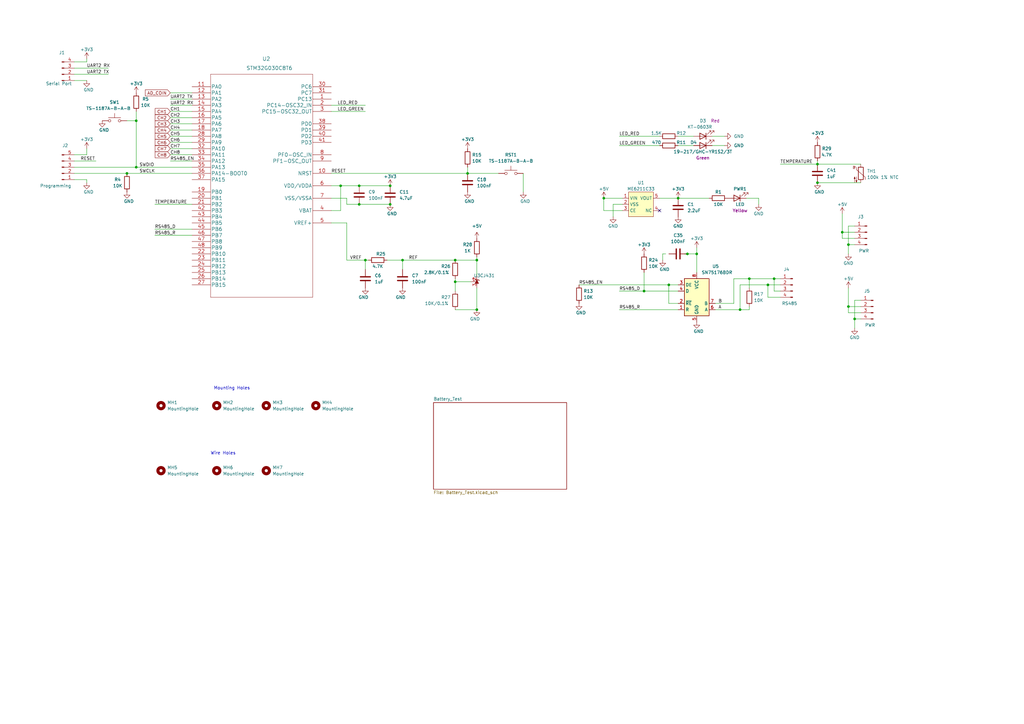
<source format=kicad_sch>
(kicad_sch (version 20211123) (generator eeschema)

  (uuid e63e39d7-6ac0-4ffd-8aa3-1841a4541b55)

  (paper "A3")

  (lib_symbols
    (symbol "BL702 Breakout:ME6211C33" (in_bom yes) (on_board yes)
      (property "Reference" "U" (id 0) (at 0 6.35 0)
        (effects (font (size 1.27 1.27)))
      )
      (property "Value" "ME6211C33" (id 1) (at 0 -6.35 0)
        (effects (font (size 1.27 1.27)))
      )
      (property "Footprint" "" (id 2) (at 0 0 0)
        (effects (font (size 1.27 1.27)) hide)
      )
      (property "Datasheet" "" (id 3) (at 0 0 0)
        (effects (font (size 1.27 1.27)) hide)
      )
      (symbol "ME6211C33_0_1"
        (rectangle (start -5.08 5.08) (end 5.08 -5.08)
          (stroke (width 0) (type default) (color 0 0 0 0))
          (fill (type background))
        )
      )
      (symbol "ME6211C33_1_1"
        (pin power_in line (at -7.62 2.54 0) (length 2.54)
          (name "VIN" (effects (font (size 1.27 1.27))))
          (number "1" (effects (font (size 1.27 1.27))))
        )
        (pin passive line (at -7.62 0 0) (length 2.54)
          (name "VSS" (effects (font (size 1.27 1.27))))
          (number "2" (effects (font (size 1.27 1.27))))
        )
        (pin passive line (at -7.62 -2.54 0) (length 2.54)
          (name "CE" (effects (font (size 1.27 1.27))))
          (number "3" (effects (font (size 1.27 1.27))))
        )
        (pin no_connect line (at 7.62 -2.54 180) (length 2.54)
          (name "NC" (effects (font (size 1.27 1.27))))
          (number "4" (effects (font (size 1.27 1.27))))
        )
        (pin power_out line (at 7.62 2.54 180) (length 2.54)
          (name "VOUT" (effects (font (size 1.27 1.27))))
          (number "5" (effects (font (size 1.27 1.27))))
        )
      )
    )
    (symbol "Connector:Conn_01x04_Male" (pin_names (offset 1.016) hide) (in_bom yes) (on_board yes)
      (property "Reference" "J" (id 0) (at 0 5.08 0)
        (effects (font (size 1.27 1.27)))
      )
      (property "Value" "Conn_01x04_Male" (id 1) (at 0 -7.62 0)
        (effects (font (size 1.27 1.27)))
      )
      (property "Footprint" "" (id 2) (at 0 0 0)
        (effects (font (size 1.27 1.27)) hide)
      )
      (property "Datasheet" "~" (id 3) (at 0 0 0)
        (effects (font (size 1.27 1.27)) hide)
      )
      (property "ki_keywords" "connector" (id 4) (at 0 0 0)
        (effects (font (size 1.27 1.27)) hide)
      )
      (property "ki_description" "Generic connector, single row, 01x04, script generated (kicad-library-utils/schlib/autogen/connector/)" (id 5) (at 0 0 0)
        (effects (font (size 1.27 1.27)) hide)
      )
      (property "ki_fp_filters" "Connector*:*_1x??_*" (id 6) (at 0 0 0)
        (effects (font (size 1.27 1.27)) hide)
      )
      (symbol "Conn_01x04_Male_1_1"
        (polyline
          (pts
            (xy 1.27 -5.08)
            (xy 0.8636 -5.08)
          )
          (stroke (width 0.1524) (type default) (color 0 0 0 0))
          (fill (type none))
        )
        (polyline
          (pts
            (xy 1.27 -2.54)
            (xy 0.8636 -2.54)
          )
          (stroke (width 0.1524) (type default) (color 0 0 0 0))
          (fill (type none))
        )
        (polyline
          (pts
            (xy 1.27 0)
            (xy 0.8636 0)
          )
          (stroke (width 0.1524) (type default) (color 0 0 0 0))
          (fill (type none))
        )
        (polyline
          (pts
            (xy 1.27 2.54)
            (xy 0.8636 2.54)
          )
          (stroke (width 0.1524) (type default) (color 0 0 0 0))
          (fill (type none))
        )
        (rectangle (start 0.8636 -4.953) (end 0 -5.207)
          (stroke (width 0.1524) (type default) (color 0 0 0 0))
          (fill (type outline))
        )
        (rectangle (start 0.8636 -2.413) (end 0 -2.667)
          (stroke (width 0.1524) (type default) (color 0 0 0 0))
          (fill (type outline))
        )
        (rectangle (start 0.8636 0.127) (end 0 -0.127)
          (stroke (width 0.1524) (type default) (color 0 0 0 0))
          (fill (type outline))
        )
        (rectangle (start 0.8636 2.667) (end 0 2.413)
          (stroke (width 0.1524) (type default) (color 0 0 0 0))
          (fill (type outline))
        )
        (pin passive line (at 5.08 2.54 180) (length 3.81)
          (name "Pin_1" (effects (font (size 1.27 1.27))))
          (number "1" (effects (font (size 1.27 1.27))))
        )
        (pin passive line (at 5.08 0 180) (length 3.81)
          (name "Pin_2" (effects (font (size 1.27 1.27))))
          (number "2" (effects (font (size 1.27 1.27))))
        )
        (pin passive line (at 5.08 -2.54 180) (length 3.81)
          (name "Pin_3" (effects (font (size 1.27 1.27))))
          (number "3" (effects (font (size 1.27 1.27))))
        )
        (pin passive line (at 5.08 -5.08 180) (length 3.81)
          (name "Pin_4" (effects (font (size 1.27 1.27))))
          (number "4" (effects (font (size 1.27 1.27))))
        )
      )
    )
    (symbol "Connector:Conn_01x05_Male" (pin_names (offset 1.016) hide) (in_bom yes) (on_board yes)
      (property "Reference" "J" (id 0) (at 0 7.62 0)
        (effects (font (size 1.27 1.27)))
      )
      (property "Value" "Conn_01x05_Male" (id 1) (at 0 -7.62 0)
        (effects (font (size 1.27 1.27)))
      )
      (property "Footprint" "" (id 2) (at 0 0 0)
        (effects (font (size 1.27 1.27)) hide)
      )
      (property "Datasheet" "~" (id 3) (at 0 0 0)
        (effects (font (size 1.27 1.27)) hide)
      )
      (property "ki_keywords" "connector" (id 4) (at 0 0 0)
        (effects (font (size 1.27 1.27)) hide)
      )
      (property "ki_description" "Generic connector, single row, 01x05, script generated (kicad-library-utils/schlib/autogen/connector/)" (id 5) (at 0 0 0)
        (effects (font (size 1.27 1.27)) hide)
      )
      (property "ki_fp_filters" "Connector*:*_1x??_*" (id 6) (at 0 0 0)
        (effects (font (size 1.27 1.27)) hide)
      )
      (symbol "Conn_01x05_Male_1_1"
        (polyline
          (pts
            (xy 1.27 -5.08)
            (xy 0.8636 -5.08)
          )
          (stroke (width 0.1524) (type default) (color 0 0 0 0))
          (fill (type none))
        )
        (polyline
          (pts
            (xy 1.27 -2.54)
            (xy 0.8636 -2.54)
          )
          (stroke (width 0.1524) (type default) (color 0 0 0 0))
          (fill (type none))
        )
        (polyline
          (pts
            (xy 1.27 0)
            (xy 0.8636 0)
          )
          (stroke (width 0.1524) (type default) (color 0 0 0 0))
          (fill (type none))
        )
        (polyline
          (pts
            (xy 1.27 2.54)
            (xy 0.8636 2.54)
          )
          (stroke (width 0.1524) (type default) (color 0 0 0 0))
          (fill (type none))
        )
        (polyline
          (pts
            (xy 1.27 5.08)
            (xy 0.8636 5.08)
          )
          (stroke (width 0.1524) (type default) (color 0 0 0 0))
          (fill (type none))
        )
        (rectangle (start 0.8636 -4.953) (end 0 -5.207)
          (stroke (width 0.1524) (type default) (color 0 0 0 0))
          (fill (type outline))
        )
        (rectangle (start 0.8636 -2.413) (end 0 -2.667)
          (stroke (width 0.1524) (type default) (color 0 0 0 0))
          (fill (type outline))
        )
        (rectangle (start 0.8636 0.127) (end 0 -0.127)
          (stroke (width 0.1524) (type default) (color 0 0 0 0))
          (fill (type outline))
        )
        (rectangle (start 0.8636 2.667) (end 0 2.413)
          (stroke (width 0.1524) (type default) (color 0 0 0 0))
          (fill (type outline))
        )
        (rectangle (start 0.8636 5.207) (end 0 4.953)
          (stroke (width 0.1524) (type default) (color 0 0 0 0))
          (fill (type outline))
        )
        (pin passive line (at 5.08 5.08 180) (length 3.81)
          (name "Pin_1" (effects (font (size 1.27 1.27))))
          (number "1" (effects (font (size 1.27 1.27))))
        )
        (pin passive line (at 5.08 2.54 180) (length 3.81)
          (name "Pin_2" (effects (font (size 1.27 1.27))))
          (number "2" (effects (font (size 1.27 1.27))))
        )
        (pin passive line (at 5.08 0 180) (length 3.81)
          (name "Pin_3" (effects (font (size 1.27 1.27))))
          (number "3" (effects (font (size 1.27 1.27))))
        )
        (pin passive line (at 5.08 -2.54 180) (length 3.81)
          (name "Pin_4" (effects (font (size 1.27 1.27))))
          (number "4" (effects (font (size 1.27 1.27))))
        )
        (pin passive line (at 5.08 -5.08 180) (length 3.81)
          (name "Pin_5" (effects (font (size 1.27 1.27))))
          (number "5" (effects (font (size 1.27 1.27))))
        )
      )
    )
    (symbol "Device:C" (pin_numbers hide) (pin_names (offset 0.254)) (in_bom yes) (on_board yes)
      (property "Reference" "C" (id 0) (at 0.635 2.54 0)
        (effects (font (size 1.27 1.27)) (justify left))
      )
      (property "Value" "C" (id 1) (at 0.635 -2.54 0)
        (effects (font (size 1.27 1.27)) (justify left))
      )
      (property "Footprint" "" (id 2) (at 0.9652 -3.81 0)
        (effects (font (size 1.27 1.27)) hide)
      )
      (property "Datasheet" "~" (id 3) (at 0 0 0)
        (effects (font (size 1.27 1.27)) hide)
      )
      (property "ki_keywords" "cap capacitor" (id 4) (at 0 0 0)
        (effects (font (size 1.27 1.27)) hide)
      )
      (property "ki_description" "Unpolarized capacitor" (id 5) (at 0 0 0)
        (effects (font (size 1.27 1.27)) hide)
      )
      (property "ki_fp_filters" "C_*" (id 6) (at 0 0 0)
        (effects (font (size 1.27 1.27)) hide)
      )
      (symbol "C_0_1"
        (polyline
          (pts
            (xy -2.032 -0.762)
            (xy 2.032 -0.762)
          )
          (stroke (width 0.508) (type default) (color 0 0 0 0))
          (fill (type none))
        )
        (polyline
          (pts
            (xy -2.032 0.762)
            (xy 2.032 0.762)
          )
          (stroke (width 0.508) (type default) (color 0 0 0 0))
          (fill (type none))
        )
      )
      (symbol "C_1_1"
        (pin passive line (at 0 3.81 270) (length 2.794)
          (name "~" (effects (font (size 1.27 1.27))))
          (number "1" (effects (font (size 1.27 1.27))))
        )
        (pin passive line (at 0 -3.81 90) (length 2.794)
          (name "~" (effects (font (size 1.27 1.27))))
          (number "2" (effects (font (size 1.27 1.27))))
        )
      )
    )
    (symbol "Device:LED" (pin_numbers hide) (pin_names (offset 1.016) hide) (in_bom yes) (on_board yes)
      (property "Reference" "D" (id 0) (at 0 2.54 0)
        (effects (font (size 1.27 1.27)))
      )
      (property "Value" "LED" (id 1) (at 0 -2.54 0)
        (effects (font (size 1.27 1.27)))
      )
      (property "Footprint" "" (id 2) (at 0 0 0)
        (effects (font (size 1.27 1.27)) hide)
      )
      (property "Datasheet" "~" (id 3) (at 0 0 0)
        (effects (font (size 1.27 1.27)) hide)
      )
      (property "ki_keywords" "LED diode" (id 4) (at 0 0 0)
        (effects (font (size 1.27 1.27)) hide)
      )
      (property "ki_description" "Light emitting diode" (id 5) (at 0 0 0)
        (effects (font (size 1.27 1.27)) hide)
      )
      (property "ki_fp_filters" "LED* LED_SMD:* LED_THT:*" (id 6) (at 0 0 0)
        (effects (font (size 1.27 1.27)) hide)
      )
      (symbol "LED_0_1"
        (polyline
          (pts
            (xy -1.27 -1.27)
            (xy -1.27 1.27)
          )
          (stroke (width 0.254) (type default) (color 0 0 0 0))
          (fill (type none))
        )
        (polyline
          (pts
            (xy -1.27 0)
            (xy 1.27 0)
          )
          (stroke (width 0) (type default) (color 0 0 0 0))
          (fill (type none))
        )
        (polyline
          (pts
            (xy 1.27 -1.27)
            (xy 1.27 1.27)
            (xy -1.27 0)
            (xy 1.27 -1.27)
          )
          (stroke (width 0.254) (type default) (color 0 0 0 0))
          (fill (type none))
        )
        (polyline
          (pts
            (xy -3.048 -0.762)
            (xy -4.572 -2.286)
            (xy -3.81 -2.286)
            (xy -4.572 -2.286)
            (xy -4.572 -1.524)
          )
          (stroke (width 0) (type default) (color 0 0 0 0))
          (fill (type none))
        )
        (polyline
          (pts
            (xy -1.778 -0.762)
            (xy -3.302 -2.286)
            (xy -2.54 -2.286)
            (xy -3.302 -2.286)
            (xy -3.302 -1.524)
          )
          (stroke (width 0) (type default) (color 0 0 0 0))
          (fill (type none))
        )
      )
      (symbol "LED_1_1"
        (pin passive line (at -3.81 0 0) (length 2.54)
          (name "K" (effects (font (size 1.27 1.27))))
          (number "1" (effects (font (size 1.27 1.27))))
        )
        (pin passive line (at 3.81 0 180) (length 2.54)
          (name "A" (effects (font (size 1.27 1.27))))
          (number "2" (effects (font (size 1.27 1.27))))
        )
      )
    )
    (symbol "Device:R" (pin_numbers hide) (pin_names (offset 0)) (in_bom yes) (on_board yes)
      (property "Reference" "R" (id 0) (at 2.032 0 90)
        (effects (font (size 1.27 1.27)))
      )
      (property "Value" "R" (id 1) (at 0 0 90)
        (effects (font (size 1.27 1.27)))
      )
      (property "Footprint" "" (id 2) (at -1.778 0 90)
        (effects (font (size 1.27 1.27)) hide)
      )
      (property "Datasheet" "~" (id 3) (at 0 0 0)
        (effects (font (size 1.27 1.27)) hide)
      )
      (property "ki_keywords" "R res resistor" (id 4) (at 0 0 0)
        (effects (font (size 1.27 1.27)) hide)
      )
      (property "ki_description" "Resistor" (id 5) (at 0 0 0)
        (effects (font (size 1.27 1.27)) hide)
      )
      (property "ki_fp_filters" "R_*" (id 6) (at 0 0 0)
        (effects (font (size 1.27 1.27)) hide)
      )
      (symbol "R_0_1"
        (rectangle (start -1.016 -2.54) (end 1.016 2.54)
          (stroke (width 0.254) (type default) (color 0 0 0 0))
          (fill (type none))
        )
      )
      (symbol "R_1_1"
        (pin passive line (at 0 3.81 270) (length 1.27)
          (name "~" (effects (font (size 1.27 1.27))))
          (number "1" (effects (font (size 1.27 1.27))))
        )
        (pin passive line (at 0 -3.81 90) (length 1.27)
          (name "~" (effects (font (size 1.27 1.27))))
          (number "2" (effects (font (size 1.27 1.27))))
        )
      )
    )
    (symbol "Device:Thermistor_NTC" (pin_numbers hide) (pin_names (offset 0)) (in_bom yes) (on_board yes)
      (property "Reference" "TH" (id 0) (at -4.445 0 90)
        (effects (font (size 1.27 1.27)))
      )
      (property "Value" "Thermistor_NTC" (id 1) (at 3.175 0 90)
        (effects (font (size 1.27 1.27)))
      )
      (property "Footprint" "" (id 2) (at 0 1.27 0)
        (effects (font (size 1.27 1.27)) hide)
      )
      (property "Datasheet" "~" (id 3) (at 0 1.27 0)
        (effects (font (size 1.27 1.27)) hide)
      )
      (property "ki_keywords" "thermistor NTC resistor sensor RTD" (id 4) (at 0 0 0)
        (effects (font (size 1.27 1.27)) hide)
      )
      (property "ki_description" "Temperature dependent resistor, negative temperature coefficient" (id 5) (at 0 0 0)
        (effects (font (size 1.27 1.27)) hide)
      )
      (property "ki_fp_filters" "*NTC* *Thermistor* PIN?ARRAY* bornier* *Terminal?Block* R_*" (id 6) (at 0 0 0)
        (effects (font (size 1.27 1.27)) hide)
      )
      (symbol "Thermistor_NTC_0_1"
        (arc (start -3.048 2.159) (mid -3.0505 2.3165) (end -3.175 2.413)
          (stroke (width 0) (type default) (color 0 0 0 0))
          (fill (type none))
        )
        (arc (start -3.048 2.159) (mid -2.9736 1.9794) (end -2.794 1.905)
          (stroke (width 0) (type default) (color 0 0 0 0))
          (fill (type none))
        )
        (arc (start -3.048 2.794) (mid -2.9736 2.6144) (end -2.794 2.54)
          (stroke (width 0) (type default) (color 0 0 0 0))
          (fill (type none))
        )
        (arc (start -2.794 1.905) (mid -2.6144 1.9794) (end -2.54 2.159)
          (stroke (width 0) (type default) (color 0 0 0 0))
          (fill (type none))
        )
        (arc (start -2.794 2.54) (mid -2.434 2.5608) (end -2.159 2.794)
          (stroke (width 0) (type default) (color 0 0 0 0))
          (fill (type none))
        )
        (arc (start -2.794 3.048) (mid -2.9736 2.9736) (end -3.048 2.794)
          (stroke (width 0) (type default) (color 0 0 0 0))
          (fill (type none))
        )
        (arc (start -2.54 2.794) (mid -2.6144 2.9736) (end -2.794 3.048)
          (stroke (width 0) (type default) (color 0 0 0 0))
          (fill (type none))
        )
        (rectangle (start -1.016 2.54) (end 1.016 -2.54)
          (stroke (width 0.254) (type default) (color 0 0 0 0))
          (fill (type none))
        )
        (polyline
          (pts
            (xy -2.54 2.159)
            (xy -2.54 2.794)
          )
          (stroke (width 0) (type default) (color 0 0 0 0))
          (fill (type none))
        )
        (polyline
          (pts
            (xy -1.778 2.54)
            (xy -1.778 1.524)
            (xy 1.778 -1.524)
            (xy 1.778 -2.54)
          )
          (stroke (width 0) (type default) (color 0 0 0 0))
          (fill (type none))
        )
        (polyline
          (pts
            (xy -2.54 -3.683)
            (xy -2.54 -1.397)
            (xy -2.794 -2.159)
            (xy -2.286 -2.159)
            (xy -2.54 -1.397)
            (xy -2.54 -1.651)
          )
          (stroke (width 0) (type default) (color 0 0 0 0))
          (fill (type outline))
        )
        (polyline
          (pts
            (xy -1.778 -1.397)
            (xy -1.778 -3.683)
            (xy -2.032 -2.921)
            (xy -1.524 -2.921)
            (xy -1.778 -3.683)
            (xy -1.778 -3.429)
          )
          (stroke (width 0) (type default) (color 0 0 0 0))
          (fill (type outline))
        )
      )
      (symbol "Thermistor_NTC_1_1"
        (pin passive line (at 0 3.81 270) (length 1.27)
          (name "~" (effects (font (size 1.27 1.27))))
          (number "1" (effects (font (size 1.27 1.27))))
        )
        (pin passive line (at 0 -3.81 90) (length 1.27)
          (name "~" (effects (font (size 1.27 1.27))))
          (number "2" (effects (font (size 1.27 1.27))))
        )
      )
    )
    (symbol "Interface_UART:SN75176AD" (in_bom yes) (on_board yes)
      (property "Reference" "U" (id 0) (at -4.318 8.89 0)
        (effects (font (size 1.27 1.27)))
      )
      (property "Value" "SN75176AD" (id 1) (at 1.016 8.89 0)
        (effects (font (size 1.27 1.27)) (justify left))
      )
      (property "Footprint" "Package_SO:SOIC-8_3.9x4.9mm_P1.27mm" (id 2) (at 0 -12.7 0)
        (effects (font (size 1.27 1.27)) hide)
      )
      (property "Datasheet" "http://www.ti.com/lit/ds/symlink/sn75176a.pdf" (id 3) (at 40.64 -5.08 0)
        (effects (font (size 1.27 1.27)) hide)
      )
      (property "ki_keywords" "Differential bus transceiver" (id 4) (at 0 0 0)
        (effects (font (size 1.27 1.27)) hide)
      )
      (property "ki_description" "Differential RS-422/RS-485 bus transceiver, SOIC-8" (id 5) (at 0 0 0)
        (effects (font (size 1.27 1.27)) hide)
      )
      (property "ki_fp_filters" "SOIC*3.9x4.9mm*P1.27mm*" (id 6) (at 0 0 0)
        (effects (font (size 1.27 1.27)) hide)
      )
      (symbol "SN75176AD_0_1"
        (rectangle (start -5.08 7.62) (end 5.08 -7.62)
          (stroke (width 0.254) (type default) (color 0 0 0 0))
          (fill (type background))
        )
      )
      (symbol "SN75176AD_1_1"
        (pin output line (at -7.62 -5.08 0) (length 2.54)
          (name "R" (effects (font (size 1.27 1.27))))
          (number "1" (effects (font (size 1.27 1.27))))
        )
        (pin input line (at -7.62 -2.54 0) (length 2.54)
          (name "~{RE}" (effects (font (size 1.27 1.27))))
          (number "2" (effects (font (size 1.27 1.27))))
        )
        (pin input line (at -7.62 5.08 0) (length 2.54)
          (name "DE" (effects (font (size 1.27 1.27))))
          (number "3" (effects (font (size 1.27 1.27))))
        )
        (pin input line (at -7.62 2.54 0) (length 2.54)
          (name "D" (effects (font (size 1.27 1.27))))
          (number "4" (effects (font (size 1.27 1.27))))
        )
        (pin power_in line (at 0 -10.16 90) (length 2.54)
          (name "GND" (effects (font (size 1.27 1.27))))
          (number "5" (effects (font (size 1.27 1.27))))
        )
        (pin bidirectional line (at 7.62 -5.08 180) (length 2.54)
          (name "A" (effects (font (size 1.27 1.27))))
          (number "6" (effects (font (size 1.27 1.27))))
        )
        (pin bidirectional line (at 7.62 -2.54 180) (length 2.54)
          (name "B" (effects (font (size 1.27 1.27))))
          (number "7" (effects (font (size 1.27 1.27))))
        )
        (pin power_in line (at 0 10.16 270) (length 2.54)
          (name "VCC" (effects (font (size 1.27 1.27))))
          (number "8" (effects (font (size 1.27 1.27))))
        )
      )
    )
    (symbol "Mechanical:MountingHole" (pin_names (offset 1.016)) (in_bom yes) (on_board yes)
      (property "Reference" "H" (id 0) (at 0 5.08 0)
        (effects (font (size 1.27 1.27)))
      )
      (property "Value" "MountingHole" (id 1) (at 0 3.175 0)
        (effects (font (size 1.27 1.27)))
      )
      (property "Footprint" "" (id 2) (at 0 0 0)
        (effects (font (size 1.27 1.27)) hide)
      )
      (property "Datasheet" "~" (id 3) (at 0 0 0)
        (effects (font (size 1.27 1.27)) hide)
      )
      (property "ki_keywords" "mounting hole" (id 4) (at 0 0 0)
        (effects (font (size 1.27 1.27)) hide)
      )
      (property "ki_description" "Mounting Hole without connection" (id 5) (at 0 0 0)
        (effects (font (size 1.27 1.27)) hide)
      )
      (property "ki_fp_filters" "MountingHole*" (id 6) (at 0 0 0)
        (effects (font (size 1.27 1.27)) hide)
      )
      (symbol "MountingHole_0_1"
        (circle (center 0 0) (radius 1.27)
          (stroke (width 1.27) (type default) (color 0 0 0 0))
          (fill (type none))
        )
      )
    )
    (symbol "Reference_Voltage:TL431DBZ" (pin_names hide) (in_bom yes) (on_board yes)
      (property "Reference" "U3" (id 0) (at 2.54 1.2701 90)
        (effects (font (size 1.27 1.27)) (justify right))
      )
      (property "Value" "CJ431" (id 1) (at 2.54 -1.2699 90)
        (effects (font (size 1.27 1.27)) (justify right))
      )
      (property "Footprint" "Package_TO_SOT_SMD:SOT-23" (id 2) (at 3.81 0 0)
        (effects (font (size 1.27 1.27) italic) hide)
      )
      (property "Datasheet" "http://www.ti.com/lit/ds/symlink/tl431.pdf" (id 3) (at 0 0 0)
        (effects (font (size 1.27 1.27) italic) hide)
      )
      (property "LCSC" "C3113" (id 4) (at 0 0 0)
        (effects (font (size 1.27 1.27)) hide)
      )
      (property "ki_keywords" "diode device shunt regulator" (id 5) (at 0 0 0)
        (effects (font (size 1.27 1.27)) hide)
      )
      (property "ki_description" "Shunt Regulator, SOT-23" (id 6) (at 0 0 0)
        (effects (font (size 1.27 1.27)) hide)
      )
      (property "ki_fp_filters" "SOT?23*" (id 7) (at 0 0 0)
        (effects (font (size 1.27 1.27)) hide)
      )
      (symbol "TL431DBZ_0_1"
        (polyline
          (pts
            (xy -1.27 0)
            (xy 0 0)
            (xy 1.27 0)
          )
          (stroke (width 0) (type default) (color 0 0 0 0))
          (fill (type none))
        )
        (polyline
          (pts
            (xy -0.762 0.762)
            (xy 0.762 0)
            (xy -0.762 -0.762)
          )
          (stroke (width 0) (type default) (color 0 0 0 0))
          (fill (type outline))
        )
        (polyline
          (pts
            (xy 0.508 -1.016)
            (xy 0.762 -0.762)
            (xy 0.762 0.762)
            (xy 0.762 0.762)
          )
          (stroke (width 0.254) (type default) (color 0 0 0 0))
          (fill (type none))
        )
      )
      (symbol "TL431DBZ_1_1"
        (pin passive line (at 0 2.54 270) (length 2.54)
          (name "REF" (effects (font (size 1.27 1.27))))
          (number "1" (effects (font (size 1.27 1.27))))
        )
        (pin passive line (at 2.54 0 180) (length 2.54)
          (name "K" (effects (font (size 1.27 1.27))))
          (number "2" (effects (font (size 1.27 1.27))))
        )
        (pin passive line (at -2.54 0 0) (length 2.54)
          (name "A" (effects (font (size 1.27 1.27))))
          (number "3" (effects (font (size 1.27 1.27))))
        )
      )
    )
    (symbol "Switch:SW_Push" (pin_numbers hide) (pin_names (offset 1.016) hide) (in_bom yes) (on_board yes)
      (property "Reference" "SW" (id 0) (at 1.27 2.54 0)
        (effects (font (size 1.27 1.27)) (justify left))
      )
      (property "Value" "SW_Push" (id 1) (at 0 -1.524 0)
        (effects (font (size 1.27 1.27)))
      )
      (property "Footprint" "" (id 2) (at 0 5.08 0)
        (effects (font (size 1.27 1.27)) hide)
      )
      (property "Datasheet" "~" (id 3) (at 0 5.08 0)
        (effects (font (size 1.27 1.27)) hide)
      )
      (property "ki_keywords" "switch normally-open pushbutton push-button" (id 4) (at 0 0 0)
        (effects (font (size 1.27 1.27)) hide)
      )
      (property "ki_description" "Push button switch, generic, two pins" (id 5) (at 0 0 0)
        (effects (font (size 1.27 1.27)) hide)
      )
      (symbol "SW_Push_0_1"
        (circle (center -2.032 0) (radius 0.508)
          (stroke (width 0) (type default) (color 0 0 0 0))
          (fill (type none))
        )
        (polyline
          (pts
            (xy 0 1.27)
            (xy 0 3.048)
          )
          (stroke (width 0) (type default) (color 0 0 0 0))
          (fill (type none))
        )
        (polyline
          (pts
            (xy 2.54 1.27)
            (xy -2.54 1.27)
          )
          (stroke (width 0) (type default) (color 0 0 0 0))
          (fill (type none))
        )
        (circle (center 2.032 0) (radius 0.508)
          (stroke (width 0) (type default) (color 0 0 0 0))
          (fill (type none))
        )
        (pin passive line (at -5.08 0 0) (length 2.54)
          (name "1" (effects (font (size 1.27 1.27))))
          (number "1" (effects (font (size 1.27 1.27))))
        )
        (pin passive line (at 5.08 0 180) (length 2.54)
          (name "2" (effects (font (size 1.27 1.27))))
          (number "2" (effects (font (size 1.27 1.27))))
        )
      )
    )
    (symbol "dual_extruder:STM32G030C8T6" (pin_names (offset 0.254)) (in_bom yes) (on_board yes)
      (property "Reference" "U" (id 0) (at 29.21 10.16 0)
        (effects (font (size 1.524 1.524)))
      )
      (property "Value" "STM32G030C8T6" (id 1) (at 29.21 7.62 0)
        (effects (font (size 1.524 1.524)))
      )
      (property "Footprint" "LQFP48" (id 2) (at 29.21 6.096 0)
        (effects (font (size 1.524 1.524)) hide)
      )
      (property "Datasheet" "" (id 3) (at 0 0 0)
        (effects (font (size 1.524 1.524)))
      )
      (property "ki_locked" "" (id 4) (at 0 0 0)
        (effects (font (size 1.27 1.27)))
      )
      (property "ki_fp_filters" "LQFP48 LQFP48-M LQFP48-L" (id 5) (at 0 0 0)
        (effects (font (size 1.27 1.27)) hide)
      )
      (symbol "STM32G030C8T6_1_1"
        (polyline
          (pts
            (xy 7.62 -86.36)
            (xy 49.53 -86.36)
          )
          (stroke (width 0.127) (type default) (color 0 0 0 0))
          (fill (type none))
        )
        (polyline
          (pts
            (xy 7.62 5.08)
            (xy 7.62 -86.36)
          )
          (stroke (width 0.127) (type default) (color 0 0 0 0))
          (fill (type none))
        )
        (polyline
          (pts
            (xy 49.53 -86.36)
            (xy 49.53 5.08)
          )
          (stroke (width 0.127) (type default) (color 0 0 0 0))
          (fill (type none))
        )
        (polyline
          (pts
            (xy 49.53 5.08)
            (xy 7.62 5.08)
          )
          (stroke (width 0.127) (type default) (color 0 0 0 0))
          (fill (type none))
        )
        (pin bidirectional line (at 57.15 -5.08 180) (length 7.62)
          (name "PC13" (effects (font (size 1.4986 1.4986))))
          (number "1" (effects (font (size 1.4986 1.4986))))
        )
        (pin bidirectional line (at 57.15 -35.56 180) (length 7.62)
          (name "NRST" (effects (font (size 1.4986 1.4986))))
          (number "10" (effects (font (size 1.4986 1.4986))))
        )
        (pin bidirectional line (at 0 0 0) (length 7.62)
          (name "PA0" (effects (font (size 1.4986 1.4986))))
          (number "11" (effects (font (size 1.4986 1.4986))))
        )
        (pin bidirectional line (at 0 -2.54 0) (length 7.62)
          (name "PA1" (effects (font (size 1.4986 1.4986))))
          (number "12" (effects (font (size 1.4986 1.4986))))
        )
        (pin bidirectional line (at 0 -5.08 0) (length 7.62)
          (name "PA2" (effects (font (size 1.4986 1.4986))))
          (number "13" (effects (font (size 1.4986 1.4986))))
        )
        (pin bidirectional line (at 0 -7.62 0) (length 7.62)
          (name "PA3" (effects (font (size 1.4986 1.4986))))
          (number "14" (effects (font (size 1.4986 1.4986))))
        )
        (pin bidirectional line (at 0 -10.16 0) (length 7.62)
          (name "PA4" (effects (font (size 1.4986 1.4986))))
          (number "15" (effects (font (size 1.4986 1.4986))))
        )
        (pin bidirectional line (at 0 -12.7 0) (length 7.62)
          (name "PA5" (effects (font (size 1.4986 1.4986))))
          (number "16" (effects (font (size 1.4986 1.4986))))
        )
        (pin bidirectional line (at 0 -15.24 0) (length 7.62)
          (name "PA6" (effects (font (size 1.4986 1.4986))))
          (number "17" (effects (font (size 1.4986 1.4986))))
        )
        (pin bidirectional line (at 0 -17.78 0) (length 7.62)
          (name "PA7" (effects (font (size 1.4986 1.4986))))
          (number "18" (effects (font (size 1.4986 1.4986))))
        )
        (pin bidirectional line (at 0 -43.18 0) (length 7.62)
          (name "PB0" (effects (font (size 1.4986 1.4986))))
          (number "19" (effects (font (size 1.4986 1.4986))))
        )
        (pin bidirectional line (at 57.15 -7.62 180) (length 7.62)
          (name "PC14-OSC32_IN" (effects (font (size 1.4986 1.4986))))
          (number "2" (effects (font (size 1.4986 1.4986))))
        )
        (pin bidirectional line (at 0 -45.72 0) (length 7.62)
          (name "PB1" (effects (font (size 1.4986 1.4986))))
          (number "20" (effects (font (size 1.4986 1.4986))))
        )
        (pin bidirectional line (at 0 -48.26 0) (length 7.62)
          (name "PB2" (effects (font (size 1.4986 1.4986))))
          (number "21" (effects (font (size 1.4986 1.4986))))
        )
        (pin bidirectional line (at 0 -68.58 0) (length 7.62)
          (name "PB10" (effects (font (size 1.4986 1.4986))))
          (number "22" (effects (font (size 1.4986 1.4986))))
        )
        (pin bidirectional line (at 0 -71.12 0) (length 7.62)
          (name "PB11" (effects (font (size 1.4986 1.4986))))
          (number "23" (effects (font (size 1.4986 1.4986))))
        )
        (pin bidirectional line (at 0 -73.66 0) (length 7.62)
          (name "PB12" (effects (font (size 1.4986 1.4986))))
          (number "24" (effects (font (size 1.4986 1.4986))))
        )
        (pin bidirectional line (at 0 -76.2 0) (length 7.62)
          (name "PB13" (effects (font (size 1.4986 1.4986))))
          (number "25" (effects (font (size 1.4986 1.4986))))
        )
        (pin bidirectional line (at 0 -78.74 0) (length 7.62)
          (name "PB14" (effects (font (size 1.4986 1.4986))))
          (number "26" (effects (font (size 1.4986 1.4986))))
        )
        (pin bidirectional line (at 0 -81.28 0) (length 7.62)
          (name "PB15" (effects (font (size 1.4986 1.4986))))
          (number "27" (effects (font (size 1.4986 1.4986))))
        )
        (pin bidirectional line (at 0 -20.32 0) (length 7.62)
          (name "PA8" (effects (font (size 1.4986 1.4986))))
          (number "28" (effects (font (size 1.4986 1.4986))))
        )
        (pin bidirectional line (at 0 -22.86 0) (length 7.62)
          (name "PA9" (effects (font (size 1.4986 1.4986))))
          (number "29" (effects (font (size 1.4986 1.4986))))
        )
        (pin bidirectional line (at 57.15 -10.16 180) (length 7.62)
          (name "PC15-OSC32_OUT" (effects (font (size 1.4986 1.4986))))
          (number "3" (effects (font (size 1.4986 1.4986))))
        )
        (pin bidirectional line (at 57.15 0 180) (length 7.62)
          (name "PC6" (effects (font (size 1.4986 1.4986))))
          (number "30" (effects (font (size 1.4986 1.4986))))
        )
        (pin bidirectional line (at 57.15 -2.54 180) (length 7.62)
          (name "PC7" (effects (font (size 1.4986 1.4986))))
          (number "31" (effects (font (size 1.4986 1.4986))))
        )
        (pin bidirectional line (at 0 -25.4 0) (length 7.62)
          (name "PA10" (effects (font (size 1.4986 1.4986))))
          (number "32" (effects (font (size 1.4986 1.4986))))
        )
        (pin bidirectional line (at 0 -27.94 0) (length 7.62)
          (name "PA11" (effects (font (size 1.4986 1.4986))))
          (number "33" (effects (font (size 1.4986 1.4986))))
        )
        (pin bidirectional line (at 0 -30.48 0) (length 7.62)
          (name "PA12" (effects (font (size 1.4986 1.4986))))
          (number "34" (effects (font (size 1.4986 1.4986))))
        )
        (pin bidirectional line (at 0 -33.02 0) (length 7.62)
          (name "PA13" (effects (font (size 1.4986 1.4986))))
          (number "35" (effects (font (size 1.4986 1.4986))))
        )
        (pin bidirectional line (at 0 -35.56 0) (length 7.62)
          (name "PA14-BOOT0" (effects (font (size 1.4986 1.4986))))
          (number "36" (effects (font (size 1.4986 1.4986))))
        )
        (pin bidirectional line (at 0 -38.1 0) (length 7.62)
          (name "PA15" (effects (font (size 1.4986 1.4986))))
          (number "37" (effects (font (size 1.4986 1.4986))))
        )
        (pin bidirectional line (at 57.15 -15.24 180) (length 7.62)
          (name "PD0" (effects (font (size 1.4986 1.4986))))
          (number "38" (effects (font (size 1.4986 1.4986))))
        )
        (pin bidirectional line (at 57.15 -17.78 180) (length 7.62)
          (name "PD1" (effects (font (size 1.4986 1.4986))))
          (number "39" (effects (font (size 1.4986 1.4986))))
        )
        (pin power_in line (at 57.15 -50.8 180) (length 7.62)
          (name "VBAT" (effects (font (size 1.4986 1.4986))))
          (number "4" (effects (font (size 1.4986 1.4986))))
        )
        (pin bidirectional line (at 57.15 -20.32 180) (length 7.62)
          (name "PD2" (effects (font (size 1.4986 1.4986))))
          (number "40" (effects (font (size 1.4986 1.4986))))
        )
        (pin bidirectional line (at 57.15 -22.86 180) (length 7.62)
          (name "PD3" (effects (font (size 1.4986 1.4986))))
          (number "41" (effects (font (size 1.4986 1.4986))))
        )
        (pin bidirectional line (at 0 -50.8 0) (length 7.62)
          (name "PB3" (effects (font (size 1.4986 1.4986))))
          (number "42" (effects (font (size 1.4986 1.4986))))
        )
        (pin bidirectional line (at 0 -53.34 0) (length 7.62)
          (name "PB4" (effects (font (size 1.4986 1.4986))))
          (number "43" (effects (font (size 1.4986 1.4986))))
        )
        (pin bidirectional line (at 0 -55.88 0) (length 7.62)
          (name "PB5" (effects (font (size 1.4986 1.4986))))
          (number "44" (effects (font (size 1.4986 1.4986))))
        )
        (pin bidirectional line (at 0 -58.42 0) (length 7.62)
          (name "PB6" (effects (font (size 1.4986 1.4986))))
          (number "45" (effects (font (size 1.4986 1.4986))))
        )
        (pin bidirectional line (at 0 -60.96 0) (length 7.62)
          (name "PB7" (effects (font (size 1.4986 1.4986))))
          (number "46" (effects (font (size 1.4986 1.4986))))
        )
        (pin bidirectional line (at 0 -63.5 0) (length 7.62)
          (name "PB8" (effects (font (size 1.4986 1.4986))))
          (number "47" (effects (font (size 1.4986 1.4986))))
        )
        (pin bidirectional line (at 0 -66.04 0) (length 7.62)
          (name "PB9" (effects (font (size 1.4986 1.4986))))
          (number "48" (effects (font (size 1.4986 1.4986))))
        )
        (pin power_in line (at 57.15 -55.88 180) (length 7.62)
          (name "VREF+" (effects (font (size 1.4986 1.4986))))
          (number "5" (effects (font (size 1.4986 1.4986))))
        )
        (pin power_in line (at 57.15 -40.64 180) (length 7.62)
          (name "VDD/VDDA" (effects (font (size 1.4986 1.4986))))
          (number "6" (effects (font (size 1.4986 1.4986))))
        )
        (pin power_in line (at 57.15 -45.72 180) (length 7.62)
          (name "VSS/VSSA" (effects (font (size 1.4986 1.4986))))
          (number "7" (effects (font (size 1.4986 1.4986))))
        )
        (pin bidirectional line (at 57.15 -27.94 180) (length 7.62)
          (name "PF0-OSC_IN" (effects (font (size 1.4986 1.4986))))
          (number "8" (effects (font (size 1.4986 1.4986))))
        )
        (pin bidirectional line (at 57.15 -30.48 180) (length 7.62)
          (name "PF1-OSC_OUT" (effects (font (size 1.4986 1.4986))))
          (number "9" (effects (font (size 1.4986 1.4986))))
        )
      )
    )
    (symbol "power:+3.3V" (power) (pin_names (offset 0)) (in_bom yes) (on_board yes)
      (property "Reference" "#PWR" (id 0) (at 0 -3.81 0)
        (effects (font (size 1.27 1.27)) hide)
      )
      (property "Value" "+3.3V" (id 1) (at 0 3.556 0)
        (effects (font (size 1.27 1.27)))
      )
      (property "Footprint" "" (id 2) (at 0 0 0)
        (effects (font (size 1.27 1.27)) hide)
      )
      (property "Datasheet" "" (id 3) (at 0 0 0)
        (effects (font (size 1.27 1.27)) hide)
      )
      (property "ki_keywords" "power-flag" (id 4) (at 0 0 0)
        (effects (font (size 1.27 1.27)) hide)
      )
      (property "ki_description" "Power symbol creates a global label with name \"+3.3V\"" (id 5) (at 0 0 0)
        (effects (font (size 1.27 1.27)) hide)
      )
      (symbol "+3.3V_0_1"
        (polyline
          (pts
            (xy -0.762 1.27)
            (xy 0 2.54)
          )
          (stroke (width 0) (type default) (color 0 0 0 0))
          (fill (type none))
        )
        (polyline
          (pts
            (xy 0 0)
            (xy 0 2.54)
          )
          (stroke (width 0) (type default) (color 0 0 0 0))
          (fill (type none))
        )
        (polyline
          (pts
            (xy 0 2.54)
            (xy 0.762 1.27)
          )
          (stroke (width 0) (type default) (color 0 0 0 0))
          (fill (type none))
        )
      )
      (symbol "+3.3V_1_1"
        (pin power_in line (at 0 0 90) (length 0) hide
          (name "+3V3" (effects (font (size 1.27 1.27))))
          (number "1" (effects (font (size 1.27 1.27))))
        )
      )
    )
    (symbol "power:+5V" (power) (pin_names (offset 0)) (in_bom yes) (on_board yes)
      (property "Reference" "#PWR" (id 0) (at 0 -3.81 0)
        (effects (font (size 1.27 1.27)) hide)
      )
      (property "Value" "+5V" (id 1) (at 0 3.556 0)
        (effects (font (size 1.27 1.27)))
      )
      (property "Footprint" "" (id 2) (at 0 0 0)
        (effects (font (size 1.27 1.27)) hide)
      )
      (property "Datasheet" "" (id 3) (at 0 0 0)
        (effects (font (size 1.27 1.27)) hide)
      )
      (property "ki_keywords" "power-flag" (id 4) (at 0 0 0)
        (effects (font (size 1.27 1.27)) hide)
      )
      (property "ki_description" "Power symbol creates a global label with name \"+5V\"" (id 5) (at 0 0 0)
        (effects (font (size 1.27 1.27)) hide)
      )
      (symbol "+5V_0_1"
        (polyline
          (pts
            (xy -0.762 1.27)
            (xy 0 2.54)
          )
          (stroke (width 0) (type default) (color 0 0 0 0))
          (fill (type none))
        )
        (polyline
          (pts
            (xy 0 0)
            (xy 0 2.54)
          )
          (stroke (width 0) (type default) (color 0 0 0 0))
          (fill (type none))
        )
        (polyline
          (pts
            (xy 0 2.54)
            (xy 0.762 1.27)
          )
          (stroke (width 0) (type default) (color 0 0 0 0))
          (fill (type none))
        )
      )
      (symbol "+5V_1_1"
        (pin power_in line (at 0 0 90) (length 0) hide
          (name "+5V" (effects (font (size 1.27 1.27))))
          (number "1" (effects (font (size 1.27 1.27))))
        )
      )
    )
    (symbol "power:GND" (power) (pin_names (offset 0)) (in_bom yes) (on_board yes)
      (property "Reference" "#PWR" (id 0) (at 0 -6.35 0)
        (effects (font (size 1.27 1.27)) hide)
      )
      (property "Value" "GND" (id 1) (at 0 -3.81 0)
        (effects (font (size 1.27 1.27)))
      )
      (property "Footprint" "" (id 2) (at 0 0 0)
        (effects (font (size 1.27 1.27)) hide)
      )
      (property "Datasheet" "" (id 3) (at 0 0 0)
        (effects (font (size 1.27 1.27)) hide)
      )
      (property "ki_keywords" "power-flag" (id 4) (at 0 0 0)
        (effects (font (size 1.27 1.27)) hide)
      )
      (property "ki_description" "Power symbol creates a global label with name \"GND\" , ground" (id 5) (at 0 0 0)
        (effects (font (size 1.27 1.27)) hide)
      )
      (symbol "GND_0_1"
        (polyline
          (pts
            (xy 0 0)
            (xy 0 -1.27)
            (xy 1.27 -1.27)
            (xy 0 -2.54)
            (xy -1.27 -1.27)
            (xy 0 -1.27)
          )
          (stroke (width 0) (type default) (color 0 0 0 0))
          (fill (type none))
        )
      )
      (symbol "GND_1_1"
        (pin power_in line (at 0 0 270) (length 0) hide
          (name "GND" (effects (font (size 1.27 1.27))))
          (number "1" (effects (font (size 1.27 1.27))))
        )
      )
    )
  )

  (junction (at 191.77 71.12) (diameter 0) (color 0 0 0 0)
    (uuid 088b656e-02f7-4ef6-aeda-f2e6b496a001)
  )
  (junction (at 55.88 68.58) (diameter 0) (color 0 0 0 0)
    (uuid 1026d2d1-0ba0-492c-8e31-1e273a162745)
  )
  (junction (at 350.52 130.81) (diameter 0) (color 0 0 0 0)
    (uuid 158caea1-8be4-4d68-b695-e535f7813c3b)
  )
  (junction (at 55.88 49.53) (diameter 0) (color 0 0 0 0)
    (uuid 16a42b51-eb93-4f55-acdb-bfe54c432f4c)
  )
  (junction (at 314.96 116.84) (diameter 0) (color 0 0 0 0)
    (uuid 16b3c47d-b4c9-416b-87ef-afe429921c32)
  )
  (junction (at 247.65 81.28) (diameter 0) (color 0 0 0 0)
    (uuid 1e101ed3-7727-4bed-a1fc-80bd76f50d4a)
  )
  (junction (at 303.53 127) (diameter 0) (color 0 0 0 0)
    (uuid 1ecd6f2b-92d9-4d00-85f9-9c13095bfdf6)
  )
  (junction (at 147.32 76.2) (diameter 0) (color 0 0 0 0)
    (uuid 2a365d5b-f938-42cb-91ca-8b376ac89e8f)
  )
  (junction (at 274.32 116.84) (diameter 0) (color 0 0 0 0)
    (uuid 312b76ea-f650-407c-bdbb-7a5a9d8e731f)
  )
  (junction (at 52.07 71.12) (diameter 0) (color 0 0 0 0)
    (uuid 38f44a2d-a4a5-4d70-84e1-e63d43d9e7a2)
  )
  (junction (at 139.7 76.2) (diameter 0) (color 0 0 0 0)
    (uuid 5078d781-9958-450f-9227-733b96d250d0)
  )
  (junction (at 307.34 114.3) (diameter 0) (color 0 0 0 0)
    (uuid 554c5342-4f8b-4571-85c4-2341a4bb98c1)
  )
  (junction (at 160.02 76.2) (diameter 0) (color 0 0 0 0)
    (uuid 5ca71df3-23ec-4148-a710-76dea82e87f9)
  )
  (junction (at 335.28 74.93) (diameter 0) (color 0 0 0 0)
    (uuid 62eb2a29-7a48-465e-867d-394dec603d95)
  )
  (junction (at 195.58 106.68) (diameter 0) (color 0 0 0 0)
    (uuid 63982434-0d8c-4c46-bb8f-c2926ef1d675)
  )
  (junction (at 195.58 127) (diameter 0) (color 0 0 0 0)
    (uuid 66511671-6520-4cb1-84c3-963ca218f2f9)
  )
  (junction (at 347.98 100.33) (diameter 0) (color 0 0 0 0)
    (uuid 680ffb16-9f3a-4dd1-ae88-2fb80c87eb70)
  )
  (junction (at 278.13 81.28) (diameter 0) (color 0 0 0 0)
    (uuid 69e9e663-adb6-43be-bee7-e238a2b332b0)
  )
  (junction (at 165.1 106.68) (diameter 0) (color 0 0 0 0)
    (uuid 77ab2aee-d9a1-45d8-948f-20a27a67e228)
  )
  (junction (at 281.94 104.14) (diameter 0) (color 0 0 0 0)
    (uuid 835af8ec-66f8-4da5-9404-878eb5e93d8e)
  )
  (junction (at 160.02 83.82) (diameter 0) (color 0 0 0 0)
    (uuid 84b4dbbe-4609-4622-9e78-ee899487b53b)
  )
  (junction (at 317.5 114.3) (diameter 0) (color 0 0 0 0)
    (uuid 8503597c-c407-403d-918b-34ae258f78a9)
  )
  (junction (at 186.69 106.68) (diameter 0) (color 0 0 0 0)
    (uuid 8d7baf01-38e8-44ca-ab72-2b4827c1976e)
  )
  (junction (at 149.86 106.68) (diameter 0) (color 0 0 0 0)
    (uuid a5d457e3-9d5e-4768-b43c-e93d05ce7a91)
  )
  (junction (at 186.69 115.57) (diameter 0) (color 0 0 0 0)
    (uuid ad2a67a7-b2ed-40c6-b42b-3eb17b2489ac)
  )
  (junction (at 335.28 67.31) (diameter 0) (color 0 0 0 0)
    (uuid b7627ca3-ca99-4243-bb94-6b15b61ebfab)
  )
  (junction (at 147.32 83.82) (diameter 0) (color 0 0 0 0)
    (uuid c1d3863a-51cc-4917-b12b-bdfa72750b4d)
  )
  (junction (at 264.16 119.38) (diameter 0) (color 0 0 0 0)
    (uuid c9bbdf94-0af2-496c-a307-c939762fcb82)
  )
  (junction (at 285.75 104.14) (diameter 0) (color 0 0 0 0)
    (uuid ca5e6633-6eb8-45e7-b214-384b464284d5)
  )
  (junction (at 345.44 95.25) (diameter 0) (color 0 0 0 0)
    (uuid ce7709e8-9d69-44d9-bda8-89cdcce30ae9)
  )
  (junction (at 347.98 125.73) (diameter 0) (color 0 0 0 0)
    (uuid dda14812-5688-43d8-b942-13a0870488b1)
  )

  (no_connect (at 270.51 86.36) (uuid cb933428-7fd2-4d26-89f9-e440098eccdc))

  (wire (pts (xy 307.34 125.73) (xy 307.34 127))
    (stroke (width 0) (type default) (color 0 0 0 0))
    (uuid 02341753-db76-4e27-9207-55f6942cb1c7)
  )
  (wire (pts (xy 292.1 55.88) (xy 297.18 55.88))
    (stroke (width 0) (type default) (color 0 0 0 0))
    (uuid 03c69949-aeaa-4ace-8e63-d9de7198f7a4)
  )
  (wire (pts (xy 30.48 68.58) (xy 55.88 68.58))
    (stroke (width 0) (type default) (color 0 0 0 0))
    (uuid 04693f46-6b28-413f-a877-187ff0dd60c9)
  )
  (wire (pts (xy 195.58 118.11) (xy 195.58 127))
    (stroke (width 0) (type default) (color 0 0 0 0))
    (uuid 062bbb8b-bb25-4f1a-b150-3ae40f70064e)
  )
  (wire (pts (xy 186.69 114.3) (xy 186.69 115.57))
    (stroke (width 0) (type default) (color 0 0 0 0))
    (uuid 0987d6c2-f61c-4adf-8030-404cd3a8cb12)
  )
  (wire (pts (xy 135.89 43.18) (xy 149.86 43.18))
    (stroke (width 0) (type default) (color 0 0 0 0))
    (uuid 0b92809b-d176-4af4-a2a4-e98b7f81352e)
  )
  (wire (pts (xy 271.78 104.14) (xy 271.78 106.68))
    (stroke (width 0) (type default) (color 0 0 0 0))
    (uuid 0e124c77-0d3a-4bd4-9878-f3a7ab648607)
  )
  (wire (pts (xy 191.77 71.12) (xy 204.47 71.12))
    (stroke (width 0) (type default) (color 0 0 0 0))
    (uuid 0f0948db-3512-40aa-917a-957bcda94830)
  )
  (wire (pts (xy 247.65 86.36) (xy 247.65 81.28))
    (stroke (width 0) (type default) (color 0 0 0 0))
    (uuid 1368c2ec-f6c9-4eb6-b850-ede8fce5f93f)
  )
  (wire (pts (xy 69.85 58.42) (xy 78.74 58.42))
    (stroke (width 0) (type default) (color 0 0 0 0))
    (uuid 1371476a-97bd-4402-bab5-b3fb30c690b6)
  )
  (wire (pts (xy 293.37 127) (xy 303.53 127))
    (stroke (width 0) (type default) (color 0 0 0 0))
    (uuid 16f94a66-9c26-4271-8a83-126f7f1a038f)
  )
  (wire (pts (xy 30.48 30.48) (xy 44.45 30.48))
    (stroke (width 0) (type default) (color 0 0 0 0))
    (uuid 17c596ac-4777-44dd-b0b4-1694501e06d2)
  )
  (wire (pts (xy 52.07 71.12) (xy 78.74 71.12))
    (stroke (width 0) (type default) (color 0 0 0 0))
    (uuid 1be9246d-4b22-4af8-9ec5-36c0c075946b)
  )
  (wire (pts (xy 30.48 63.5) (xy 35.56 63.5))
    (stroke (width 0) (type default) (color 0 0 0 0))
    (uuid 1f93ece9-18d1-4295-8900-c2bae74ef5eb)
  )
  (wire (pts (xy 347.98 128.27) (xy 347.98 125.73))
    (stroke (width 0) (type default) (color 0 0 0 0))
    (uuid 21efc306-5791-4e90-8014-e2a9eb6d34d6)
  )
  (wire (pts (xy 69.85 60.96) (xy 78.74 60.96))
    (stroke (width 0) (type default) (color 0 0 0 0))
    (uuid 23eef575-78ac-40b8-b251-13a5d404ce8d)
  )
  (wire (pts (xy 353.06 123.19) (xy 350.52 123.19))
    (stroke (width 0) (type default) (color 0 0 0 0))
    (uuid 28042a7c-0922-4028-8e66-3390b63dc3dc)
  )
  (wire (pts (xy 69.85 63.5) (xy 78.74 63.5))
    (stroke (width 0) (type default) (color 0 0 0 0))
    (uuid 28d9870c-a60a-4248-9156-024efeeceab5)
  )
  (wire (pts (xy 69.85 43.18) (xy 78.74 43.18))
    (stroke (width 0) (type default) (color 0 0 0 0))
    (uuid 28e6eb0f-611e-408d-9004-2a8be035cfa4)
  )
  (wire (pts (xy 293.37 124.46) (xy 300.99 124.46))
    (stroke (width 0) (type default) (color 0 0 0 0))
    (uuid 2a5e3bd6-e47f-4caf-b6f1-d89d997c3fd6)
  )
  (wire (pts (xy 353.06 125.73) (xy 347.98 125.73))
    (stroke (width 0) (type default) (color 0 0 0 0))
    (uuid 2bbafe1b-5010-4cc4-97c4-31d1f969cd08)
  )
  (wire (pts (xy 237.49 116.84) (xy 274.32 116.84))
    (stroke (width 0) (type default) (color 0 0 0 0))
    (uuid 2ef7aa88-80ab-4da1-950e-8bc968360a97)
  )
  (wire (pts (xy 345.44 95.25) (xy 345.44 87.63))
    (stroke (width 0) (type default) (color 0 0 0 0))
    (uuid 2f6ff2cb-c1c6-4a04-b4e8-f633c0bc46bc)
  )
  (wire (pts (xy 353.06 128.27) (xy 347.98 128.27))
    (stroke (width 0) (type default) (color 0 0 0 0))
    (uuid 3217c754-382e-4d3b-929c-dc65ffaf8f0e)
  )
  (wire (pts (xy 345.44 97.79) (xy 345.44 95.25))
    (stroke (width 0) (type default) (color 0 0 0 0))
    (uuid 35b098d5-8aaa-4161-88c0-7b1568869a3c)
  )
  (wire (pts (xy 165.1 106.68) (xy 165.1 110.49))
    (stroke (width 0) (type default) (color 0 0 0 0))
    (uuid 38257663-d88b-455c-804f-c8f584082755)
  )
  (wire (pts (xy 278.13 116.84) (xy 274.32 116.84))
    (stroke (width 0) (type default) (color 0 0 0 0))
    (uuid 382cf529-3f00-4e16-bccd-a74306881ff3)
  )
  (wire (pts (xy 278.13 55.88) (xy 284.48 55.88))
    (stroke (width 0) (type default) (color 0 0 0 0))
    (uuid 39150874-8aa0-4879-831e-750bf5824fd7)
  )
  (wire (pts (xy 69.85 50.8) (xy 78.74 50.8))
    (stroke (width 0) (type default) (color 0 0 0 0))
    (uuid 3a825aa9-478b-441c-85cd-3cb84d469cf9)
  )
  (wire (pts (xy 335.28 67.31) (xy 353.06 67.31))
    (stroke (width 0) (type default) (color 0 0 0 0))
    (uuid 3bb7ce65-f6d8-46b7-9dd8-0dfaad7a8aaf)
  )
  (wire (pts (xy 292.1 59.69) (xy 297.18 59.69))
    (stroke (width 0) (type default) (color 0 0 0 0))
    (uuid 409bcb76-277f-45aa-b67d-60fcb759d720)
  )
  (wire (pts (xy 135.89 71.12) (xy 191.77 71.12))
    (stroke (width 0) (type default) (color 0 0 0 0))
    (uuid 42ced9a4-61ff-4a64-89c9-f8a6ab22ca05)
  )
  (wire (pts (xy 347.98 125.73) (xy 347.98 118.11))
    (stroke (width 0) (type default) (color 0 0 0 0))
    (uuid 4524f9c6-1601-49c1-b2cc-4f03ce737154)
  )
  (wire (pts (xy 307.34 114.3) (xy 307.34 118.11))
    (stroke (width 0) (type default) (color 0 0 0 0))
    (uuid 47d3d703-b4ef-4810-b75d-efa67afaed78)
  )
  (wire (pts (xy 69.85 40.64) (xy 78.74 40.64))
    (stroke (width 0) (type default) (color 0 0 0 0))
    (uuid 48872e8a-5c46-44f5-b5f5-c0589dcbbd40)
  )
  (wire (pts (xy 314.96 116.84) (xy 320.04 116.84))
    (stroke (width 0) (type default) (color 0 0 0 0))
    (uuid 498ff092-843b-4626-9d09-0e57f68a3361)
  )
  (wire (pts (xy 149.86 106.68) (xy 142.24 106.68))
    (stroke (width 0) (type default) (color 0 0 0 0))
    (uuid 4ff93f25-8a1b-4381-9668-519d4887f9b6)
  )
  (wire (pts (xy 285.75 104.14) (xy 285.75 111.76))
    (stroke (width 0) (type default) (color 0 0 0 0))
    (uuid 50f2fc64-4cef-44a7-afe5-ebca7610fcb6)
  )
  (wire (pts (xy 142.24 106.68) (xy 142.24 91.44))
    (stroke (width 0) (type default) (color 0 0 0 0))
    (uuid 524ba7b6-aebd-439d-989a-799f2930efc4)
  )
  (wire (pts (xy 135.89 86.36) (xy 139.7 86.36))
    (stroke (width 0) (type default) (color 0 0 0 0))
    (uuid 53cb26b1-515a-41f0-b7c6-f41da22f579c)
  )
  (wire (pts (xy 30.48 25.4) (xy 35.56 25.4))
    (stroke (width 0) (type default) (color 0 0 0 0))
    (uuid 55cd58b1-db92-4055-82cf-ea6776840da9)
  )
  (wire (pts (xy 303.53 116.84) (xy 314.96 116.84))
    (stroke (width 0) (type default) (color 0 0 0 0))
    (uuid 5670ee17-8252-4601-beed-4f0677f246a5)
  )
  (wire (pts (xy 335.28 74.93) (xy 353.06 74.93))
    (stroke (width 0) (type default) (color 0 0 0 0))
    (uuid 595637ed-4061-47d6-bc8d-eb88bd302078)
  )
  (wire (pts (xy 30.48 33.02) (xy 35.56 33.02))
    (stroke (width 0) (type default) (color 0 0 0 0))
    (uuid 599a5704-37af-4d5d-93af-e89619eaef5d)
  )
  (wire (pts (xy 311.15 83.82) (xy 311.15 81.28))
    (stroke (width 0) (type default) (color 0 0 0 0))
    (uuid 5a3abe51-5df9-42d0-b126-e170f48e1add)
  )
  (wire (pts (xy 63.5 96.52) (xy 78.74 96.52))
    (stroke (width 0) (type default) (color 0 0 0 0))
    (uuid 5de89f3b-11f1-4faf-89c3-efe0cefafde9)
  )
  (wire (pts (xy 274.32 124.46) (xy 278.13 124.46))
    (stroke (width 0) (type default) (color 0 0 0 0))
    (uuid 5e53ecfb-f011-4aa6-aef0-545a6728821b)
  )
  (wire (pts (xy 254 119.38) (xy 264.16 119.38))
    (stroke (width 0) (type default) (color 0 0 0 0))
    (uuid 5f53dcca-84a1-48c5-b948-5bb5c954e666)
  )
  (wire (pts (xy 285.75 101.6) (xy 285.75 104.14))
    (stroke (width 0) (type default) (color 0 0 0 0))
    (uuid 5f85de0b-93da-445b-93ca-073854469723)
  )
  (wire (pts (xy 350.52 130.81) (xy 350.52 134.62))
    (stroke (width 0) (type default) (color 0 0 0 0))
    (uuid 6264c159-2657-485d-a086-602f545dfbf2)
  )
  (wire (pts (xy 69.85 66.04) (xy 78.74 66.04))
    (stroke (width 0) (type default) (color 0 0 0 0))
    (uuid 62e3c03a-4e07-4983-a3d0-29f916bb606a)
  )
  (wire (pts (xy 55.88 49.53) (xy 55.88 68.58))
    (stroke (width 0) (type default) (color 0 0 0 0))
    (uuid 62ea90cf-0840-4612-a791-d16d3d566f41)
  )
  (wire (pts (xy 69.85 38.1) (xy 78.74 38.1))
    (stroke (width 0) (type default) (color 0 0 0 0))
    (uuid 63a5add7-a190-47b3-b563-bd9615460046)
  )
  (wire (pts (xy 191.77 68.58) (xy 191.77 71.12))
    (stroke (width 0) (type default) (color 0 0 0 0))
    (uuid 67dfab00-98db-4014-804e-f329a237f79d)
  )
  (wire (pts (xy 303.53 127) (xy 303.53 116.84))
    (stroke (width 0) (type default) (color 0 0 0 0))
    (uuid 6a286ed2-1b65-4cce-92f3-8c463c8df46f)
  )
  (wire (pts (xy 142.24 91.44) (xy 135.89 91.44))
    (stroke (width 0) (type default) (color 0 0 0 0))
    (uuid 6b5e03a3-02b8-41ec-87d8-5f8a6766ed1b)
  )
  (wire (pts (xy 69.85 55.88) (xy 78.74 55.88))
    (stroke (width 0) (type default) (color 0 0 0 0))
    (uuid 6ba69b5a-afe1-4b37-aed9-b9e3246d3afa)
  )
  (wire (pts (xy 335.28 66.04) (xy 335.28 67.31))
    (stroke (width 0) (type default) (color 0 0 0 0))
    (uuid 6d493bc3-6e5a-41f3-bdb0-5d4dc56c0f66)
  )
  (wire (pts (xy 35.56 73.66) (xy 35.56 74.93))
    (stroke (width 0) (type default) (color 0 0 0 0))
    (uuid 6f561ff3-2c0c-4a3a-9743-d58ece09a156)
  )
  (wire (pts (xy 195.58 106.68) (xy 195.58 113.03))
    (stroke (width 0) (type default) (color 0 0 0 0))
    (uuid 701ae2bc-3258-427c-840d-dccfe83b34af)
  )
  (wire (pts (xy 300.99 114.3) (xy 307.34 114.3))
    (stroke (width 0) (type default) (color 0 0 0 0))
    (uuid 71992b56-3c59-48ab-9b4d-e3e431740d77)
  )
  (wire (pts (xy 195.58 127) (xy 186.69 127))
    (stroke (width 0) (type default) (color 0 0 0 0))
    (uuid 734433f5-d85b-47c7-b5ec-81db5c3a891d)
  )
  (wire (pts (xy 69.85 45.72) (xy 78.74 45.72))
    (stroke (width 0) (type default) (color 0 0 0 0))
    (uuid 74631700-27d3-423e-ae41-dfa2480e83be)
  )
  (wire (pts (xy 142.24 83.82) (xy 147.32 83.82))
    (stroke (width 0) (type default) (color 0 0 0 0))
    (uuid 757a1762-cf66-4014-a51d-f06766527291)
  )
  (wire (pts (xy 280.67 104.14) (xy 281.94 104.14))
    (stroke (width 0) (type default) (color 0 0 0 0))
    (uuid 77589b4e-f1c9-404a-9cbc-bde58cd84557)
  )
  (wire (pts (xy 350.52 97.79) (xy 345.44 97.79))
    (stroke (width 0) (type default) (color 0 0 0 0))
    (uuid 79eaf5d4-2eba-478a-9468-86f4c0bdbf2e)
  )
  (wire (pts (xy 135.89 81.28) (xy 142.24 81.28))
    (stroke (width 0) (type default) (color 0 0 0 0))
    (uuid 7d9a8f69-9df2-401c-b6e9-390c9c181d69)
  )
  (wire (pts (xy 320.04 119.38) (xy 317.5 119.38))
    (stroke (width 0) (type default) (color 0 0 0 0))
    (uuid 7ea8ae72-1d00-4492-ac1f-164ac5c323c2)
  )
  (wire (pts (xy 63.5 93.98) (xy 78.74 93.98))
    (stroke (width 0) (type default) (color 0 0 0 0))
    (uuid 800a48b3-346d-4884-afc8-4d3524db38ff)
  )
  (wire (pts (xy 30.48 66.04) (xy 39.37 66.04))
    (stroke (width 0) (type default) (color 0 0 0 0))
    (uuid 801fc51e-d5d9-41e0-ae81-be8526097fa5)
  )
  (wire (pts (xy 135.89 45.72) (xy 149.86 45.72))
    (stroke (width 0) (type default) (color 0 0 0 0))
    (uuid 86199d17-3abe-49f3-9be3-bd3591e219aa)
  )
  (wire (pts (xy 139.7 76.2) (xy 147.32 76.2))
    (stroke (width 0) (type default) (color 0 0 0 0))
    (uuid 86544649-398d-42e5-b5d7-b45b82cf3050)
  )
  (wire (pts (xy 55.88 68.58) (xy 78.74 68.58))
    (stroke (width 0) (type default) (color 0 0 0 0))
    (uuid 8782e391-123f-4f8a-baa1-0bf02c757833)
  )
  (wire (pts (xy 195.58 106.68) (xy 186.69 106.68))
    (stroke (width 0) (type default) (color 0 0 0 0))
    (uuid 8de7fba5-d20f-413f-a02f-a67d196ca0d0)
  )
  (wire (pts (xy 214.63 71.12) (xy 214.63 78.74))
    (stroke (width 0) (type default) (color 0 0 0 0))
    (uuid 90212e2a-501a-49a0-8059-f7957eff2d2b)
  )
  (wire (pts (xy 30.48 71.12) (xy 52.07 71.12))
    (stroke (width 0) (type default) (color 0 0 0 0))
    (uuid 919c4b8c-3de5-4693-82fd-cc237d6822e0)
  )
  (wire (pts (xy 255.27 86.36) (xy 247.65 86.36))
    (stroke (width 0) (type default) (color 0 0 0 0))
    (uuid 91c5cf2d-76b6-4c15-bc81-5db959959472)
  )
  (wire (pts (xy 307.34 114.3) (xy 317.5 114.3))
    (stroke (width 0) (type default) (color 0 0 0 0))
    (uuid 989c64bb-0de5-4f91-8f46-83258a610248)
  )
  (wire (pts (xy 193.04 115.57) (xy 186.69 115.57))
    (stroke (width 0) (type default) (color 0 0 0 0))
    (uuid 995d0a68-faed-4f3c-b707-70902f6e8db3)
  )
  (wire (pts (xy 347.98 92.71) (xy 347.98 100.33))
    (stroke (width 0) (type default) (color 0 0 0 0))
    (uuid 9a7b9e44-1c46-43e8-8a39-bcc40d29da37)
  )
  (wire (pts (xy 151.13 106.68) (xy 149.86 106.68))
    (stroke (width 0) (type default) (color 0 0 0 0))
    (uuid 9bf1dfa7-e9dd-484b-a6da-fb5facc370d0)
  )
  (wire (pts (xy 303.53 127) (xy 307.34 127))
    (stroke (width 0) (type default) (color 0 0 0 0))
    (uuid 9d6d6270-0258-443a-9d7d-9e736a98415c)
  )
  (wire (pts (xy 273.05 104.14) (xy 271.78 104.14))
    (stroke (width 0) (type default) (color 0 0 0 0))
    (uuid 9efb66dc-8d0d-4e05-b102-d9fbee30b3f3)
  )
  (wire (pts (xy 135.89 76.2) (xy 139.7 76.2))
    (stroke (width 0) (type default) (color 0 0 0 0))
    (uuid 9f096954-a7e8-4eed-bd10-db5f59741e8c)
  )
  (wire (pts (xy 320.04 67.31) (xy 335.28 67.31))
    (stroke (width 0) (type default) (color 0 0 0 0))
    (uuid a093b499-f342-4a95-9120-4adf21d7bd5b)
  )
  (wire (pts (xy 300.99 124.46) (xy 300.99 114.3))
    (stroke (width 0) (type default) (color 0 0 0 0))
    (uuid a2eb3f90-c169-4788-b514-0889dbde10b9)
  )
  (wire (pts (xy 160.02 83.82) (xy 147.32 83.82))
    (stroke (width 0) (type default) (color 0 0 0 0))
    (uuid a6b3ca1d-fd4f-47f3-8a4d-2e3518aea13b)
  )
  (wire (pts (xy 63.5 83.82) (xy 78.74 83.82))
    (stroke (width 0) (type default) (color 0 0 0 0))
    (uuid a701b8a4-9fa7-43b6-889d-c95a9206c292)
  )
  (wire (pts (xy 35.56 63.5) (xy 35.56 60.96))
    (stroke (width 0) (type default) (color 0 0 0 0))
    (uuid abf08d50-6907-4ab2-891a-c5a72cfe2fa5)
  )
  (wire (pts (xy 149.86 106.68) (xy 149.86 110.49))
    (stroke (width 0) (type default) (color 0 0 0 0))
    (uuid ad5a462c-3b02-47b1-864c-bc1d95f2487b)
  )
  (wire (pts (xy 255.27 83.82) (xy 251.46 83.82))
    (stroke (width 0) (type default) (color 0 0 0 0))
    (uuid b0643a52-07fa-4481-8739-9def2b0d504b)
  )
  (wire (pts (xy 350.52 92.71) (xy 347.98 92.71))
    (stroke (width 0) (type default) (color 0 0 0 0))
    (uuid b206a7c6-ee8b-4bf0-9155-45baa3f1724f)
  )
  (wire (pts (xy 274.32 116.84) (xy 274.32 124.46))
    (stroke (width 0) (type default) (color 0 0 0 0))
    (uuid b21f90b0-61c9-4640-bf7d-02b4bfe6cb9f)
  )
  (wire (pts (xy 147.32 76.2) (xy 160.02 76.2))
    (stroke (width 0) (type default) (color 0 0 0 0))
    (uuid b28ebc2d-a09b-4049-a4ba-02e0678acbb9)
  )
  (wire (pts (xy 30.48 27.94) (xy 44.45 27.94))
    (stroke (width 0) (type default) (color 0 0 0 0))
    (uuid b409757c-902d-4a1d-9373-e29232e05026)
  )
  (wire (pts (xy 55.88 45.72) (xy 55.88 49.53))
    (stroke (width 0) (type default) (color 0 0 0 0))
    (uuid b787f150-5ecd-4251-a43d-56c13d192e9e)
  )
  (wire (pts (xy 347.98 100.33) (xy 347.98 104.14))
    (stroke (width 0) (type default) (color 0 0 0 0))
    (uuid b99a20e3-f1f1-4651-a6ad-59a44837814b)
  )
  (wire (pts (xy 270.51 81.28) (xy 278.13 81.28))
    (stroke (width 0) (type default) (color 0 0 0 0))
    (uuid bdb8a89d-36cc-4cd2-94fb-197af25334ac)
  )
  (wire (pts (xy 195.58 105.41) (xy 195.58 106.68))
    (stroke (width 0) (type default) (color 0 0 0 0))
    (uuid c6a5d3c6-4694-4472-a289-335870012649)
  )
  (wire (pts (xy 317.5 119.38) (xy 317.5 114.3))
    (stroke (width 0) (type default) (color 0 0 0 0))
    (uuid c7b8455f-1620-40ec-8bb3-5dcaade71f17)
  )
  (wire (pts (xy 350.52 130.81) (xy 353.06 130.81))
    (stroke (width 0) (type default) (color 0 0 0 0))
    (uuid c9d0c321-d8c6-4483-89da-6709d1d785ac)
  )
  (wire (pts (xy 247.65 81.28) (xy 255.27 81.28))
    (stroke (width 0) (type default) (color 0 0 0 0))
    (uuid c9d1ed54-7ade-4a1a-9c82-d7e7d161f9bd)
  )
  (wire (pts (xy 254 127) (xy 278.13 127))
    (stroke (width 0) (type default) (color 0 0 0 0))
    (uuid cbb42f39-5d09-4c42-aff2-820cb4647944)
  )
  (wire (pts (xy 30.48 73.66) (xy 35.56 73.66))
    (stroke (width 0) (type default) (color 0 0 0 0))
    (uuid cc08db7c-e6f7-4a90-a2aa-06027592f7f6)
  )
  (wire (pts (xy 254 59.69) (xy 270.51 59.69))
    (stroke (width 0) (type default) (color 0 0 0 0))
    (uuid cdb63c42-574e-44de-8427-f040d74cbb42)
  )
  (wire (pts (xy 264.16 111.76) (xy 264.16 119.38))
    (stroke (width 0) (type default) (color 0 0 0 0))
    (uuid ce2169fc-aac9-4143-afb1-ab20ec582be3)
  )
  (wire (pts (xy 35.56 25.4) (xy 35.56 24.13))
    (stroke (width 0) (type default) (color 0 0 0 0))
    (uuid d0fc397f-0580-466e-a01a-a657da2c3693)
  )
  (wire (pts (xy 320.04 121.92) (xy 314.96 121.92))
    (stroke (width 0) (type default) (color 0 0 0 0))
    (uuid d3960dc8-41a7-4529-a9f2-78f7f9251a1f)
  )
  (wire (pts (xy 317.5 114.3) (xy 320.04 114.3))
    (stroke (width 0) (type default) (color 0 0 0 0))
    (uuid d91ee34a-ceea-47b5-b668-9b8322f4365c)
  )
  (wire (pts (xy 278.13 81.28) (xy 290.83 81.28))
    (stroke (width 0) (type default) (color 0 0 0 0))
    (uuid dc9a71f8-96af-4f4d-9075-7bc01252c6b0)
  )
  (wire (pts (xy 264.16 119.38) (xy 278.13 119.38))
    (stroke (width 0) (type default) (color 0 0 0 0))
    (uuid dd52f004-add4-4974-92ed-a5bce84f2763)
  )
  (wire (pts (xy 69.85 53.34) (xy 78.74 53.34))
    (stroke (width 0) (type default) (color 0 0 0 0))
    (uuid deb56956-62a0-435c-a4d7-1d6345c8d313)
  )
  (wire (pts (xy 186.69 106.68) (xy 165.1 106.68))
    (stroke (width 0) (type default) (color 0 0 0 0))
    (uuid ded0add1-8c28-44c9-8a3d-371a67ce3164)
  )
  (wire (pts (xy 311.15 81.28) (xy 306.07 81.28))
    (stroke (width 0) (type default) (color 0 0 0 0))
    (uuid e3cbc81f-de46-401d-a519-6e2b7239845e)
  )
  (wire (pts (xy 350.52 123.19) (xy 350.52 130.81))
    (stroke (width 0) (type default) (color 0 0 0 0))
    (uuid e7d9e4d6-bd65-416b-9dd5-cb2cb7e3c7db)
  )
  (wire (pts (xy 278.13 59.69) (xy 284.48 59.69))
    (stroke (width 0) (type default) (color 0 0 0 0))
    (uuid e897f2d0-166d-4c22-87a1-91d078864df3)
  )
  (wire (pts (xy 347.98 100.33) (xy 350.52 100.33))
    (stroke (width 0) (type default) (color 0 0 0 0))
    (uuid eab9674d-6db3-4275-8671-ea5c126b9fa9)
  )
  (wire (pts (xy 165.1 106.68) (xy 158.75 106.68))
    (stroke (width 0) (type default) (color 0 0 0 0))
    (uuid ec038a8f-73b1-4856-89a3-c72a7b49176a)
  )
  (wire (pts (xy 350.52 95.25) (xy 345.44 95.25))
    (stroke (width 0) (type default) (color 0 0 0 0))
    (uuid ed741df9-51b8-4ca6-86fc-56edf0e7ec8b)
  )
  (wire (pts (xy 69.85 48.26) (xy 78.74 48.26))
    (stroke (width 0) (type default) (color 0 0 0 0))
    (uuid ee390010-4345-42ff-b4ad-4bd5abb339b5)
  )
  (wire (pts (xy 314.96 121.92) (xy 314.96 116.84))
    (stroke (width 0) (type default) (color 0 0 0 0))
    (uuid ee7f89b1-017a-4a74-a6b7-58e6b5d8a56d)
  )
  (wire (pts (xy 186.69 115.57) (xy 186.69 119.38))
    (stroke (width 0) (type default) (color 0 0 0 0))
    (uuid ef83b327-56a7-445f-9b7c-29201c6be75f)
  )
  (wire (pts (xy 139.7 76.2) (xy 139.7 86.36))
    (stroke (width 0) (type default) (color 0 0 0 0))
    (uuid f5860a47-34be-4c5a-b600-d3cbe8489145)
  )
  (wire (pts (xy 281.94 104.14) (xy 285.75 104.14))
    (stroke (width 0) (type default) (color 0 0 0 0))
    (uuid f921d717-ba1f-43fd-a72b-9c522ea72934)
  )
  (wire (pts (xy 142.24 81.28) (xy 142.24 83.82))
    (stroke (width 0) (type default) (color 0 0 0 0))
    (uuid fb1d4108-eab0-4f99-8707-9eb763e47f0e)
  )
  (wire (pts (xy 251.46 83.82) (xy 251.46 88.9))
    (stroke (width 0) (type default) (color 0 0 0 0))
    (uuid fb70cf7d-925d-4ca7-93ea-bece05573656)
  )
  (wire (pts (xy 52.07 49.53) (xy 55.88 49.53))
    (stroke (width 0) (type default) (color 0 0 0 0))
    (uuid fc598991-33f1-45b4-a92a-faa2fa26c46c)
  )
  (wire (pts (xy 254 55.88) (xy 270.51 55.88))
    (stroke (width 0) (type default) (color 0 0 0 0))
    (uuid fcee2de5-5fd5-4ce8-9261-24933b842b74)
  )

  (text "Mounting Holes" (at 87.63 160.02 0)
    (effects (font (size 1.27 1.27)) (justify left bottom))
    (uuid 6c6a44be-0ef2-449c-8cdc-7ddce84a84de)
  )
  (text "Wire Holes" (at 86.36 186.69 0)
    (effects (font (size 1.27 1.27)) (justify left bottom))
    (uuid 93dcb7a3-dc33-4029-82f6-2847abd08195)
  )

  (label "RESET" (at 33.02 66.04 0)
    (effects (font (size 1.27 1.27)) (justify left bottom))
    (uuid 00b38e9b-ef85-41be-b39b-a654c7c339ec)
  )
  (label "SWCLK" (at 57.15 71.12 0)
    (effects (font (size 1.27 1.27)) (justify left bottom))
    (uuid 11455444-7565-41c6-8193-5c1e2e03cdc9)
  )
  (label "RS485_R" (at 63.5 96.52 0)
    (effects (font (size 1.27 1.27)) (justify left bottom))
    (uuid 1333852e-2d13-4ca5-8e80-a6838ff15b8c)
  )
  (label "CH4" (at 69.85 53.34 0)
    (effects (font (size 1.27 1.27)) (justify left bottom))
    (uuid 17ede0be-a944-49dc-b850-d72b05ea2682)
  )
  (label "LED_RED" (at 138.43 43.18 0)
    (effects (font (size 1.27 1.27)) (justify left bottom))
    (uuid 26e3d4df-880b-435f-ae04-88bd2f87cdac)
  )
  (label "RESET" (at 135.89 71.12 0)
    (effects (font (size 1.27 1.27)) (justify left bottom))
    (uuid 29b9021e-f32a-4398-a0b2-0c12b83b0a72)
  )
  (label "REF" (at 167.64 106.68 0)
    (effects (font (size 1.27 1.27)) (justify left bottom))
    (uuid 3690f929-9354-43e6-b8fc-6ef4dd5be152)
  )
  (label "UART2 RX" (at 69.85 43.18 0)
    (effects (font (size 1.27 1.27)) (justify left bottom))
    (uuid 40c774ae-9aea-46f4-b997-e8602a774fb1)
  )
  (label "VREF" (at 143.51 106.68 0)
    (effects (font (size 1.27 1.27)) (justify left bottom))
    (uuid 550c895e-1e62-4c9b-9899-1a3b34e53a83)
  )
  (label "CH8" (at 69.85 63.5 0)
    (effects (font (size 1.27 1.27)) (justify left bottom))
    (uuid 559cb5ea-f52c-4510-92d0-9e1a8ddb2d3f)
  )
  (label "UART2 RX" (at 35.56 27.94 0)
    (effects (font (size 1.27 1.27)) (justify left bottom))
    (uuid 6056edb5-c8b8-4ed8-ade6-482aa7290151)
  )
  (label "B" (at 294.64 124.46 0)
    (effects (font (size 1.27 1.27)) (justify left bottom))
    (uuid 69f3822d-b4a0-41b3-8689-58ad3d145521)
  )
  (label "RS485_EN" (at 69.85 66.04 0)
    (effects (font (size 1.27 1.27)) (justify left bottom))
    (uuid 710a3891-83bf-4ea4-a8f8-cc489d261d7b)
  )
  (label "RS485_R" (at 254 127 0)
    (effects (font (size 1.27 1.27)) (justify left bottom))
    (uuid 77f9ee43-fd1e-434d-a20e-1eafa2d96af6)
  )
  (label "CH7" (at 69.85 60.96 0)
    (effects (font (size 1.27 1.27)) (justify left bottom))
    (uuid 7cf89f94-4566-4f1e-99af-22498ffd9020)
  )
  (label "LED_GREEN" (at 138.43 45.72 0)
    (effects (font (size 1.27 1.27)) (justify left bottom))
    (uuid 7d6c3c10-a76b-4dd4-a73d-608f4b39194e)
  )
  (label "CH6" (at 69.85 58.42 0)
    (effects (font (size 1.27 1.27)) (justify left bottom))
    (uuid 8e438686-332c-4451-b3f5-7b99c2b91a39)
  )
  (label "TEMPERATURE" (at 63.5 83.82 0)
    (effects (font (size 1.27 1.27)) (justify left bottom))
    (uuid 92c9cfb7-768a-4c9e-950e-84684c6da417)
  )
  (label "LED_RED" (at 254 55.88 0)
    (effects (font (size 1.27 1.27)) (justify left bottom))
    (uuid 9efea54c-6552-48d1-ad1e-d118f0d36a6f)
  )
  (label "LED_GREEN" (at 254 59.69 0)
    (effects (font (size 1.27 1.27)) (justify left bottom))
    (uuid a0c46f22-ba50-421e-b7a3-c6b1ae8e37a8)
  )
  (label "RS485_D" (at 63.5 93.98 0)
    (effects (font (size 1.27 1.27)) (justify left bottom))
    (uuid aec95450-f47b-4ee6-b331-680768cf2cfe)
  )
  (label "CH2" (at 69.85 48.26 0)
    (effects (font (size 1.27 1.27)) (justify left bottom))
    (uuid b2b3c432-de10-4010-b8e8-fa2c565a6978)
  )
  (label "CH5" (at 69.85 55.88 0)
    (effects (font (size 1.27 1.27)) (justify left bottom))
    (uuid b322cbd4-89ee-477d-b120-a788e2a96316)
  )
  (label "UART2 TX" (at 69.85 40.64 0)
    (effects (font (size 1.27 1.27)) (justify left bottom))
    (uuid b7bab33a-fa53-4960-97f9-a813a3e31ac0)
  )
  (label "SWDIO" (at 57.15 68.58 0)
    (effects (font (size 1.27 1.27)) (justify left bottom))
    (uuid c0ba3a5e-0393-467c-85a0-83a3fac1f226)
  )
  (label "UART2 TX" (at 35.56 30.48 0)
    (effects (font (size 1.27 1.27)) (justify left bottom))
    (uuid cb54c511-2a60-4966-8d06-70134c0b73f8)
  )
  (label "TEMPERATURE" (at 320.04 67.31 0)
    (effects (font (size 1.27 1.27)) (justify left bottom))
    (uuid cd84059a-ad96-4839-8d2a-700312f5698b)
  )
  (label "A" (at 294.64 127 0)
    (effects (font (size 1.27 1.27)) (justify left bottom))
    (uuid d2a3accf-ec85-4a4d-87b0-3a30058ee19e)
  )
  (label "RS485_D" (at 254 119.38 0)
    (effects (font (size 1.27 1.27)) (justify left bottom))
    (uuid d4f0cc27-2e86-4264-b68c-4a6cb80c66e4)
  )
  (label "RS485_EN" (at 237.49 116.84 0)
    (effects (font (size 1.27 1.27)) (justify left bottom))
    (uuid dee88c17-93ee-4b49-bdaa-9d2411c0d37a)
  )
  (label "CH3" (at 69.85 50.8 0)
    (effects (font (size 1.27 1.27)) (justify left bottom))
    (uuid e11c4288-2f6b-4d20-9f0c-57cdc9a4b80d)
  )
  (label "CH1" (at 69.85 45.72 0)
    (effects (font (size 1.27 1.27)) (justify left bottom))
    (uuid fd65f272-3811-4782-a35c-be9bcf537053)
  )

  (global_label "CH3" (shape input) (at 69.85 50.8 180) (fields_autoplaced)
    (effects (font (size 1.27 1.27)) (justify right))
    (uuid 0beefc7e-0d8d-4279-9b06-ba10c1578177)
    (property "Intersheet References" "${INTERSHEET_REFS}" (id 0) (at 63.6269 50.7206 0)
      (effects (font (size 1.27 1.27)) (justify right) hide)
    )
  )
  (global_label "CH7" (shape input) (at 69.85 60.96 180) (fields_autoplaced)
    (effects (font (size 1.27 1.27)) (justify right))
    (uuid 13616ade-29e5-4467-a1d4-be4c67286933)
    (property "Intersheet References" "${INTERSHEET_REFS}" (id 0) (at 63.6269 60.8806 0)
      (effects (font (size 1.27 1.27)) (justify right) hide)
    )
  )
  (global_label "CH2" (shape input) (at 69.85 48.26 180) (fields_autoplaced)
    (effects (font (size 1.27 1.27)) (justify right))
    (uuid 16be564d-d4fc-42d6-9705-26d39e822051)
    (property "Intersheet References" "${INTERSHEET_REFS}" (id 0) (at 63.6269 48.1806 0)
      (effects (font (size 1.27 1.27)) (justify right) hide)
    )
  )
  (global_label "CH6" (shape input) (at 69.85 58.42 180) (fields_autoplaced)
    (effects (font (size 1.27 1.27)) (justify right))
    (uuid 3773a81b-f6b5-448d-b2b8-883ef66b6b34)
    (property "Intersheet References" "${INTERSHEET_REFS}" (id 0) (at 63.6269 58.3406 0)
      (effects (font (size 1.27 1.27)) (justify right) hide)
    )
  )
  (global_label "AD_COIN" (shape input) (at 69.85 38.1 180) (fields_autoplaced)
    (effects (font (size 1.27 1.27)) (justify right))
    (uuid 61ff728f-3d06-43e6-845b-fe1e997eabbe)
    (property "Intersheet References" "${INTERSHEET_REFS}" (id 0) (at 59.575 38.0206 0)
      (effects (font (size 1.27 1.27)) (justify right) hide)
    )
  )
  (global_label "CH4" (shape input) (at 69.85 53.34 180) (fields_autoplaced)
    (effects (font (size 1.27 1.27)) (justify right))
    (uuid 86fc546a-9ce8-4856-9a03-c905a27c5b84)
    (property "Intersheet References" "${INTERSHEET_REFS}" (id 0) (at 63.6269 53.2606 0)
      (effects (font (size 1.27 1.27)) (justify right) hide)
    )
  )
  (global_label "CH5" (shape input) (at 69.85 55.88 180) (fields_autoplaced)
    (effects (font (size 1.27 1.27)) (justify right))
    (uuid bdf78fc9-5eb5-4756-bf44-93057dbd3cd3)
    (property "Intersheet References" "${INTERSHEET_REFS}" (id 0) (at 63.6269 55.8006 0)
      (effects (font (size 1.27 1.27)) (justify right) hide)
    )
  )
  (global_label "CH1" (shape input) (at 69.85 45.72 180) (fields_autoplaced)
    (effects (font (size 1.27 1.27)) (justify right))
    (uuid e112d33b-6d46-4420-aaf3-4ea93615fd1e)
    (property "Intersheet References" "${INTERSHEET_REFS}" (id 0) (at 63.6269 45.6406 0)
      (effects (font (size 1.27 1.27)) (justify right) hide)
    )
  )
  (global_label "CH8" (shape input) (at 69.85 63.5 180) (fields_autoplaced)
    (effects (font (size 1.27 1.27)) (justify right))
    (uuid f76f9d63-b284-4c41-9cdb-91d21019ae96)
    (property "Intersheet References" "${INTERSHEET_REFS}" (id 0) (at 63.6269 63.4206 0)
      (effects (font (size 1.27 1.27)) (justify right) hide)
    )
  )

  (symbol (lib_id "Switch:SW_Push") (at 46.99 49.53 0) (unit 1)
    (in_bom yes) (on_board yes)
    (uuid 00188b30-3a6e-4dd2-96d1-5bcf95645291)
    (property "Reference" "SW1" (id 0) (at 46.99 41.91 0))
    (property "Value" "TS-1187A-B-A-B" (id 1) (at 44.45 44.45 0))
    (property "Footprint" "Button_Switch_SMD:SW_SPST_TL3342" (id 2) (at 46.99 44.45 0)
      (effects (font (size 1.27 1.27)) hide)
    )
    (property "Datasheet" "~" (id 3) (at 46.99 44.45 0)
      (effects (font (size 1.27 1.27)) hide)
    )
    (pin "1" (uuid c45968ba-7b08-43a8-ac4d-bfdbf8766dd2))
    (pin "2" (uuid b7983e34-f4c0-408a-8703-d3e54b44e11e))
  )

  (symbol (lib_id "Connector:Conn_01x04_Male") (at 325.12 116.84 0) (mirror y) (unit 1)
    (in_bom yes) (on_board yes)
    (uuid 025ca65d-0f4e-47d9-8ae0-0c2b39c3a8ec)
    (property "Reference" "J4" (id 0) (at 322.58 110.49 0))
    (property "Value" "RS485" (id 1) (at 323.85 124.46 0))
    (property "Footprint" "Connector_PinHeader_2.54mm:PinHeader_1x04_P2.54mm_Vertical" (id 2) (at 325.12 116.84 0)
      (effects (font (size 1.27 1.27)) hide)
    )
    (property "Datasheet" "~" (id 3) (at 325.12 116.84 0)
      (effects (font (size 1.27 1.27)) hide)
    )
    (pin "1" (uuid 556b866f-4752-4eff-a0f1-3f88c4c7820f))
    (pin "2" (uuid 6748f42b-7825-4d12-a97d-ad9218bbd304))
    (pin "3" (uuid c66db866-c1c5-417c-9c8d-f9e3406eb5dd))
    (pin "4" (uuid 8aed4958-e56b-4d14-91d3-b7b5a370b493))
  )

  (symbol (lib_id "Mechanical:MountingHole") (at 66.04 193.04 0) (unit 1)
    (in_bom yes) (on_board yes) (fields_autoplaced)
    (uuid 02688d16-acf8-4210-a779-7f37dc52d2d9)
    (property "Reference" "MH5" (id 0) (at 68.58 191.7699 0)
      (effects (font (size 1.27 1.27)) (justify left))
    )
    (property "Value" "MountingHole" (id 1) (at 68.58 194.3099 0)
      (effects (font (size 1.27 1.27)) (justify left))
    )
    (property "Footprint" "Coin_Cell_Tester:Wire hole" (id 2) (at 66.04 193.04 0)
      (effects (font (size 1.27 1.27)) hide)
    )
    (property "Datasheet" "~" (id 3) (at 66.04 193.04 0)
      (effects (font (size 1.27 1.27)) hide)
    )
  )

  (symbol (lib_id "power:GND") (at 335.28 74.93 0) (unit 1)
    (in_bom yes) (on_board yes)
    (uuid 08afeb68-2a0e-484c-82dc-ffb4585c472b)
    (property "Reference" "#PWR071" (id 0) (at 335.28 81.28 0)
      (effects (font (size 1.27 1.27)) hide)
    )
    (property "Value" "GND" (id 1) (at 334.01 78.74 0)
      (effects (font (size 1.27 1.27)) (justify left))
    )
    (property "Footprint" "" (id 2) (at 335.28 74.93 0)
      (effects (font (size 1.27 1.27)) hide)
    )
    (property "Datasheet" "" (id 3) (at 335.28 74.93 0)
      (effects (font (size 1.27 1.27)) hide)
    )
    (pin "1" (uuid 3ec7e1c6-c512-4915-97b4-a16ba3e95904))
  )

  (symbol (lib_id "power:+3.3V") (at 285.75 101.6 0) (unit 1)
    (in_bom yes) (on_board yes)
    (uuid 1003d0b7-65a5-495d-ab02-8e3f9c2eb03c)
    (property "Reference" "#PWR033" (id 0) (at 285.75 105.41 0)
      (effects (font (size 1.27 1.27)) hide)
    )
    (property "Value" "+3.3V" (id 1) (at 285.75 97.79 0))
    (property "Footprint" "" (id 2) (at 285.75 101.6 0)
      (effects (font (size 1.27 1.27)) hide)
    )
    (property "Datasheet" "" (id 3) (at 285.75 101.6 0)
      (effects (font (size 1.27 1.27)) hide)
    )
    (pin "1" (uuid 71d63052-a1da-44db-a25f-36d1585cdbb7))
  )

  (symbol (lib_id "power:+5V") (at 347.98 118.11 0) (unit 1)
    (in_bom yes) (on_board yes)
    (uuid 1a7e035e-e537-47b0-a6f4-52d66195f34e)
    (property "Reference" "#PWR017" (id 0) (at 347.98 121.92 0)
      (effects (font (size 1.27 1.27)) hide)
    )
    (property "Value" "+5V" (id 1) (at 347.98 114.3 0))
    (property "Footprint" "" (id 2) (at 347.98 118.11 0)
      (effects (font (size 1.27 1.27)) hide)
    )
    (property "Datasheet" "" (id 3) (at 347.98 118.11 0)
      (effects (font (size 1.27 1.27)) hide)
    )
    (pin "1" (uuid 667e58fd-638b-48d8-8590-5f335cf78584))
  )

  (symbol (lib_id "Device:C") (at 278.13 85.09 0) (unit 1)
    (in_bom yes) (on_board yes) (fields_autoplaced)
    (uuid 242a5459-4f8e-4ee4-b9e5-d8720245f5e0)
    (property "Reference" "C1" (id 0) (at 281.94 83.8199 0)
      (effects (font (size 1.27 1.27)) (justify left))
    )
    (property "Value" "2.2uF" (id 1) (at 281.94 86.3599 0)
      (effects (font (size 1.27 1.27)) (justify left))
    )
    (property "Footprint" "Capacitor_SMD:C_0603_1608Metric" (id 2) (at 279.0952 88.9 0)
      (effects (font (size 1.27 1.27)) hide)
    )
    (property "Datasheet" "~" (id 3) (at 278.13 85.09 0)
      (effects (font (size 1.27 1.27)) hide)
    )
    (property "LCSC PN" "C23630" (id 4) (at 278.13 85.09 0)
      (effects (font (size 1.27 1.27)) hide)
    )
    (pin "1" (uuid 2e4b1d90-e184-425a-a4e8-d3c0a217333c))
    (pin "2" (uuid 4c7508f6-a275-40c9-9d80-35a0598d72c4))
  )

  (symbol (lib_id "power:+5V") (at 247.65 81.28 0) (unit 1)
    (in_bom yes) (on_board yes)
    (uuid 2889992a-1959-4075-b02a-25d9a97adc76)
    (property "Reference" "#PWR07" (id 0) (at 247.65 85.09 0)
      (effects (font (size 1.27 1.27)) hide)
    )
    (property "Value" "+5V" (id 1) (at 247.65 77.47 0))
    (property "Footprint" "" (id 2) (at 247.65 81.28 0)
      (effects (font (size 1.27 1.27)) hide)
    )
    (property "Datasheet" "" (id 3) (at 247.65 81.28 0)
      (effects (font (size 1.27 1.27)) hide)
    )
    (pin "1" (uuid 7e647ca5-f388-41c7-b326-19fd9ce15940))
  )

  (symbol (lib_id "power:GND") (at 297.18 55.88 90) (unit 1)
    (in_bom yes) (on_board yes) (fields_autoplaced)
    (uuid 28bc7544-de38-440b-bcb9-9c5464212a88)
    (property "Reference" "#PWR030" (id 0) (at 303.53 55.88 0)
      (effects (font (size 1.27 1.27)) hide)
    )
    (property "Value" "GND" (id 1) (at 300.99 55.8799 90)
      (effects (font (size 1.27 1.27)) (justify right))
    )
    (property "Footprint" "" (id 2) (at 297.18 55.88 0)
      (effects (font (size 1.27 1.27)) hide)
    )
    (property "Datasheet" "" (id 3) (at 297.18 55.88 0)
      (effects (font (size 1.27 1.27)) hide)
    )
    (pin "1" (uuid 88fe126b-6e9a-456a-8fbc-e70bd03c6c58))
  )

  (symbol (lib_id "power:GND") (at 160.02 83.82 0) (unit 1)
    (in_bom yes) (on_board yes)
    (uuid 2aff57ff-d257-4a10-aad9-d08661f08ca0)
    (property "Reference" "#PWR026" (id 0) (at 160.02 90.17 0)
      (effects (font (size 1.27 1.27)) hide)
    )
    (property "Value" "GND" (id 1) (at 158.75 87.63 0)
      (effects (font (size 1.27 1.27)) (justify left))
    )
    (property "Footprint" "" (id 2) (at 160.02 83.82 0)
      (effects (font (size 1.27 1.27)) hide)
    )
    (property "Datasheet" "" (id 3) (at 160.02 83.82 0)
      (effects (font (size 1.27 1.27)) hide)
    )
    (pin "1" (uuid c976a384-4574-48a8-95b3-389f100b0740))
  )

  (symbol (lib_id "power:GND") (at 278.13 88.9 0) (unit 1)
    (in_bom yes) (on_board yes)
    (uuid 2cfc4646-14f2-4b36-a72c-c407202ada77)
    (property "Reference" "#PWR012" (id 0) (at 278.13 95.25 0)
      (effects (font (size 1.27 1.27)) hide)
    )
    (property "Value" "GND" (id 1) (at 278.13 92.71 0))
    (property "Footprint" "" (id 2) (at 278.13 88.9 0)
      (effects (font (size 1.27 1.27)) hide)
    )
    (property "Datasheet" "" (id 3) (at 278.13 88.9 0)
      (effects (font (size 1.27 1.27)) hide)
    )
    (pin "1" (uuid b8ebf5a3-7050-4f42-be4b-08f92e1b4540))
  )

  (symbol (lib_id "power:GND") (at 347.98 104.14 0) (unit 1)
    (in_bom yes) (on_board yes)
    (uuid 2d7f4422-cbf8-4d75-bbf0-dc9079e0f02b)
    (property "Reference" "#PWR015" (id 0) (at 347.98 110.49 0)
      (effects (font (size 1.27 1.27)) hide)
    )
    (property "Value" "GND" (id 1) (at 347.98 107.95 0))
    (property "Footprint" "" (id 2) (at 347.98 104.14 0)
      (effects (font (size 1.27 1.27)) hide)
    )
    (property "Datasheet" "" (id 3) (at 347.98 104.14 0)
      (effects (font (size 1.27 1.27)) hide)
    )
    (pin "1" (uuid 9cdc7a16-0c75-479d-b3e0-24c04a085782))
  )

  (symbol (lib_id "power:+3.3V") (at 191.77 60.96 0) (unit 1)
    (in_bom yes) (on_board yes)
    (uuid 33b05277-afc4-49ed-a319-0f18a7a70bfd)
    (property "Reference" "#PWR035" (id 0) (at 191.77 64.77 0)
      (effects (font (size 1.27 1.27)) hide)
    )
    (property "Value" "+3.3V" (id 1) (at 191.77 57.15 0))
    (property "Footprint" "" (id 2) (at 191.77 60.96 0)
      (effects (font (size 1.27 1.27)) hide)
    )
    (property "Datasheet" "" (id 3) (at 191.77 60.96 0)
      (effects (font (size 1.27 1.27)) hide)
    )
    (pin "1" (uuid 064a1855-4cd3-4c8f-b490-42c67e701e51))
  )

  (symbol (lib_id "Device:LED") (at 302.26 81.28 180) (unit 1)
    (in_bom yes) (on_board yes)
    (uuid 3430111c-10ff-4838-95aa-9864abb0469f)
    (property "Reference" "PWR1" (id 0) (at 303.53 77.47 0))
    (property "Value" "LED" (id 1) (at 303.53 83.82 0))
    (property "Footprint" "LED_SMD:LED_0603_1608Metric" (id 2) (at 302.26 81.28 0)
      (effects (font (size 1.27 1.27)) hide)
    )
    (property "Datasheet" "~" (id 3) (at 302.26 81.28 0)
      (effects (font (size 1.27 1.27)) hide)
    )
    (property "LCSC PN" "C72038" (id 4) (at 302.26 81.28 0)
      (effects (font (size 1.27 1.27)) hide)
    )
    (property "Color" "Yellow" (id 5) (at 303.53 86.36 0))
    (pin "1" (uuid e53a2ab5-2786-4b08-8e5a-12653787e32a))
    (pin "2" (uuid 4bddab57-8b91-44dc-b99e-94fe42744121))
  )

  (symbol (lib_id "Connector:Conn_01x04_Male") (at 25.4 30.48 0) (mirror x) (unit 1)
    (in_bom yes) (on_board yes)
    (uuid 36e98038-75f3-4d9b-b74d-d3d7124a5298)
    (property "Reference" "J1" (id 0) (at 25.4 21.59 0))
    (property "Value" "Serial Port" (id 1) (at 24.13 34.29 0))
    (property "Footprint" "Connector_PinHeader_2.54mm:PinHeader_1x04_P2.54mm_Vertical" (id 2) (at 25.4 30.48 0)
      (effects (font (size 1.27 1.27)) hide)
    )
    (property "Datasheet" "~" (id 3) (at 25.4 30.48 0)
      (effects (font (size 1.27 1.27)) hide)
    )
    (pin "1" (uuid 341fb2ee-c6cb-437e-923e-62421aeea002))
    (pin "2" (uuid c6d73e69-f2c5-4e39-a783-7aac0db885ed))
    (pin "3" (uuid 319e2c46-5707-4f8c-9660-c5d21368210c))
    (pin "4" (uuid 6716debe-4e4a-4576-aa84-0fdf4e24590d))
  )

  (symbol (lib_id "power:GND") (at 52.07 78.74 0) (unit 1)
    (in_bom yes) (on_board yes)
    (uuid 3a3b8ac4-78f5-45bc-9092-3f323297ba6a)
    (property "Reference" "#PWR09" (id 0) (at 52.07 85.09 0)
      (effects (font (size 1.27 1.27)) hide)
    )
    (property "Value" "GND" (id 1) (at 50.8 82.55 0)
      (effects (font (size 1.27 1.27)) (justify left))
    )
    (property "Footprint" "" (id 2) (at 52.07 78.74 0)
      (effects (font (size 1.27 1.27)) hide)
    )
    (property "Datasheet" "" (id 3) (at 52.07 78.74 0)
      (effects (font (size 1.27 1.27)) hide)
    )
    (pin "1" (uuid 85c2c382-17ba-4724-a16c-b9b26e97f1c3))
  )

  (symbol (lib_id "Device:R") (at 294.64 81.28 270) (unit 1)
    (in_bom yes) (on_board yes)
    (uuid 3be3867e-a8ab-4ca7-9b56-af45409977ae)
    (property "Reference" "R1" (id 0) (at 294.64 78.74 90))
    (property "Value" "10K" (id 1) (at 294.64 83.82 90))
    (property "Footprint" "Resistor_SMD:R_0603_1608Metric" (id 2) (at 294.64 79.502 90)
      (effects (font (size 1.27 1.27)) hide)
    )
    (property "Datasheet" "~" (id 3) (at 294.64 81.28 0)
      (effects (font (size 1.27 1.27)) hide)
    )
    (pin "1" (uuid 674507ff-d0e0-46e6-8d30-cb3684995cca))
    (pin "2" (uuid 0607f369-478b-4c39-ac7e-788d6cad2c8a))
  )

  (symbol (lib_id "power:+5V") (at 345.44 87.63 0) (unit 1)
    (in_bom yes) (on_board yes)
    (uuid 3c6a2386-f195-4df5-968a-31ab9a7d2f37)
    (property "Reference" "#PWR014" (id 0) (at 345.44 91.44 0)
      (effects (font (size 1.27 1.27)) hide)
    )
    (property "Value" "+5V" (id 1) (at 345.44 83.82 0))
    (property "Footprint" "" (id 2) (at 345.44 87.63 0)
      (effects (font (size 1.27 1.27)) hide)
    )
    (property "Datasheet" "" (id 3) (at 345.44 87.63 0)
      (effects (font (size 1.27 1.27)) hide)
    )
    (pin "1" (uuid f2fa3111-ef61-48da-bc96-8a11a5887ddb))
  )

  (symbol (lib_id "power:GND") (at 251.46 88.9 0) (unit 1)
    (in_bom yes) (on_board yes)
    (uuid 3d146574-11a3-4f77-bbad-bd05da5aa620)
    (property "Reference" "#PWR08" (id 0) (at 251.46 95.25 0)
      (effects (font (size 1.27 1.27)) hide)
    )
    (property "Value" "GND" (id 1) (at 251.46 92.71 0))
    (property "Footprint" "" (id 2) (at 251.46 88.9 0)
      (effects (font (size 1.27 1.27)) hide)
    )
    (property "Datasheet" "" (id 3) (at 251.46 88.9 0)
      (effects (font (size 1.27 1.27)) hide)
    )
    (pin "1" (uuid 4be0632d-ff86-4296-9761-5d9caf9f0cf3))
  )

  (symbol (lib_id "Device:LED") (at 288.29 59.69 180) (unit 1)
    (in_bom yes) (on_board yes)
    (uuid 4b8d9034-6971-4818-8d6b-62278904d05c)
    (property "Reference" "D4" (id 0) (at 284.48 58.42 0))
    (property "Value" "19-217/GHC-YR1S2/3T" (id 1) (at 288.29 62.23 0))
    (property "Footprint" "LED_SMD:LED_0603_1608Metric" (id 2) (at 288.29 59.69 0)
      (effects (font (size 1.27 1.27)) hide)
    )
    (property "Datasheet" "~" (id 3) (at 288.29 59.69 0)
      (effects (font (size 1.27 1.27)) hide)
    )
    (property "LCSC" "C72043" (id 4) (at 288.29 59.69 0)
      (effects (font (size 1.27 1.27)) hide)
    )
    (property "Color" "Green" (id 5) (at 288.29 64.77 0))
    (pin "1" (uuid a605e0fc-254f-40ec-a923-6406df351d5e))
    (pin "2" (uuid 74f94ff7-036b-4b82-b16b-d8420093ee77))
  )

  (symbol (lib_id "power:GND") (at 35.56 74.93 0) (unit 1)
    (in_bom yes) (on_board yes)
    (uuid 52bf4820-6093-40c1-97dd-718e6ba4151c)
    (property "Reference" "#PWR05" (id 0) (at 35.56 81.28 0)
      (effects (font (size 1.27 1.27)) hide)
    )
    (property "Value" "GND" (id 1) (at 34.29 78.74 0)
      (effects (font (size 1.27 1.27)) (justify left))
    )
    (property "Footprint" "" (id 2) (at 35.56 74.93 0)
      (effects (font (size 1.27 1.27)) hide)
    )
    (property "Datasheet" "" (id 3) (at 35.56 74.93 0)
      (effects (font (size 1.27 1.27)) hide)
    )
    (pin "1" (uuid 837ee180-4d6b-480a-a5f6-e0ae977f0a96))
  )

  (symbol (lib_id "power:+5V") (at 195.58 97.79 0) (unit 1)
    (in_bom yes) (on_board yes) (fields_autoplaced)
    (uuid 53951a41-5326-441c-a741-61f08ab33f4e)
    (property "Reference" "#PWR01" (id 0) (at 195.58 101.6 0)
      (effects (font (size 1.27 1.27)) hide)
    )
    (property "Value" "+5V" (id 1) (at 195.58 92.71 0))
    (property "Footprint" "" (id 2) (at 195.58 97.79 0)
      (effects (font (size 1.27 1.27)) hide)
    )
    (property "Datasheet" "" (id 3) (at 195.58 97.79 0)
      (effects (font (size 1.27 1.27)) hide)
    )
    (pin "1" (uuid 8733917b-12ed-4dd2-89b2-d5ccd1d9b194))
  )

  (symbol (lib_id "dual_extruder:STM32G030C8T6") (at 78.74 35.56 0) (unit 1)
    (in_bom yes) (on_board yes)
    (uuid 5404664b-083c-4ae7-9324-834241f1df76)
    (property "Reference" "U2" (id 0) (at 109.22 24.13 0)
      (effects (font (size 1.524 1.524)))
    )
    (property "Value" "STM32G030C8T6" (id 1) (at 110.49 27.94 0)
      (effects (font (size 1.524 1.524)))
    )
    (property "Footprint" "Package_QFP:LQFP-48_7x7mm_P0.5mm" (id 2) (at 116.84 29.464 0)
      (effects (font (size 1.524 1.524)) hide)
    )
    (property "Datasheet" "" (id 3) (at 78.74 35.56 0)
      (effects (font (size 1.524 1.524)))
    )
    (pin "1" (uuid c5c59683-c7c2-4b4e-928e-13e0f78a5fa5))
    (pin "10" (uuid 2f21cb60-1df5-4469-8858-6fe21b88fa8a))
    (pin "11" (uuid bdf0e688-b15d-45d8-a79c-81e4aaf38323))
    (pin "12" (uuid 2eb44e1a-4042-4ea6-aca2-4836a6ec84e9))
    (pin "13" (uuid 056f9cb3-715f-434f-b47c-815c372d9a5b))
    (pin "14" (uuid 22785b00-396f-44a8-8e08-62628c54033a))
    (pin "15" (uuid dde2f451-a39d-4356-be48-b264625a1f92))
    (pin "16" (uuid fa7a662e-0f2e-4762-a1b6-993570cda4cb))
    (pin "17" (uuid 6356fe97-06cd-4a4b-b2f2-2e98498da4a1))
    (pin "18" (uuid 2103272c-7211-4351-8c30-d9ee75c2fa7e))
    (pin "19" (uuid f238640e-3401-420a-ac31-a433f268cbfc))
    (pin "2" (uuid bace1c82-95a6-4669-a7e7-5bc2416e7e84))
    (pin "20" (uuid 67ab6325-5225-42ee-86cc-5aee5e01efce))
    (pin "21" (uuid d9c9046c-34c5-4cac-9cb3-760e2219db2a))
    (pin "22" (uuid 716698ac-ed16-401e-958b-a147596def51))
    (pin "23" (uuid dcc8b3c7-e00a-4c96-92c3-7cf68574fa70))
    (pin "24" (uuid 43d030b0-c46c-4448-bc9e-987f12c7559d))
    (pin "25" (uuid f0305a19-1293-46c9-9810-aa49b8dab8a4))
    (pin "26" (uuid 02bac189-ce88-4201-a986-e602f9553dc1))
    (pin "27" (uuid 226e6848-5ca6-48e1-bb24-ee9637a3e720))
    (pin "28" (uuid 45580b2c-f853-4bae-b48d-8b2b7a8c9649))
    (pin "29" (uuid 26cd24ad-dc7e-4f22-8cf0-d09179b0d265))
    (pin "3" (uuid 3f473a8d-2328-4446-9e36-aaf72c0dfceb))
    (pin "30" (uuid fd41e0a0-0c45-4beb-acb0-15535c603bb5))
    (pin "31" (uuid d9486185-1c1d-4547-bd7d-6cdded6e4187))
    (pin "32" (uuid 8fe07dfe-267e-4da8-ab2a-a7d656544a34))
    (pin "33" (uuid fd04ef58-75d9-44e8-b553-d9bff716e067))
    (pin "34" (uuid 1d5c7df0-522c-4a10-9a69-07abea9a1183))
    (pin "35" (uuid ee19307b-ab88-4d6f-9dfb-4149660b5a08))
    (pin "36" (uuid 80215c98-408c-4508-93c7-1e56cf06a8a8))
    (pin "37" (uuid 211ba5f5-6627-4b10-b9d4-2b719a124b05))
    (pin "38" (uuid 306245f6-c9a6-4171-8c7a-27ad4c131cc8))
    (pin "39" (uuid 6884c1b4-ba74-400a-b15a-2bf546c04e73))
    (pin "4" (uuid 6ec69bf0-bd27-4e31-8522-71d586cb9b08))
    (pin "40" (uuid 3be5bd27-9454-4a5f-b633-97d435ecd4be))
    (pin "41" (uuid 60e6d176-aade-439f-80d8-764c13ba9024))
    (pin "42" (uuid 7056f785-c3a5-4410-b6bb-e5d4b16e698a))
    (pin "43" (uuid fa93048a-0287-417c-a157-84428f11f7dd))
    (pin "44" (uuid 2143a25a-25e8-4e2e-9312-ce2f7400ce5a))
    (pin "45" (uuid c9a3c459-3ae2-4228-8c64-9130d340c1be))
    (pin "46" (uuid 6bd7efd5-74f5-4b09-8bb7-5762073a2f78))
    (pin "47" (uuid f1926e02-3170-4727-853e-1c4f3bbf137d))
    (pin "48" (uuid 181135d6-242b-4baf-94b0-054802ef6df0))
    (pin "5" (uuid 811d06c8-e35a-4323-8e51-11882cc1e2ee))
    (pin "6" (uuid 03f16627-7ce3-4e9a-9706-778678e98c1c))
    (pin "7" (uuid 07678248-0774-49ca-a377-01b7e220adb6))
    (pin "8" (uuid b1ef00bc-27fd-4f4a-a155-1b738e608b48))
    (pin "9" (uuid 77a09c2e-107d-4a82-95c7-b222303ba715))
  )

  (symbol (lib_id "Device:R") (at 274.32 59.69 90) (unit 1)
    (in_bom yes) (on_board yes)
    (uuid 5ff079e1-14f0-4e78-91c3-0d56aba7c5f2)
    (property "Reference" "R11" (id 0) (at 279.4 58.42 90))
    (property "Value" "470" (id 1) (at 269.24 58.42 90))
    (property "Footprint" "Resistor_SMD:R_0603_1608Metric" (id 2) (at 274.32 61.468 90)
      (effects (font (size 1.27 1.27)) hide)
    )
    (property "Datasheet" "~" (id 3) (at 274.32 59.69 0)
      (effects (font (size 1.27 1.27)) hide)
    )
    (pin "1" (uuid b98abfeb-4075-4c39-8ed5-231024e42a83))
    (pin "2" (uuid 4af6eaec-61a0-4081-85ce-cf395483ee92))
  )

  (symbol (lib_id "power:GND") (at 191.77 78.74 0) (unit 1)
    (in_bom yes) (on_board yes)
    (uuid 5ffd9e6c-5d3d-41fc-8712-01891f68db0c)
    (property "Reference" "#PWR036" (id 0) (at 191.77 85.09 0)
      (effects (font (size 1.27 1.27)) hide)
    )
    (property "Value" "GND" (id 1) (at 190.5 82.55 0)
      (effects (font (size 1.27 1.27)) (justify left))
    )
    (property "Footprint" "" (id 2) (at 191.77 78.74 0)
      (effects (font (size 1.27 1.27)) hide)
    )
    (property "Datasheet" "" (id 3) (at 191.77 78.74 0)
      (effects (font (size 1.27 1.27)) hide)
    )
    (pin "1" (uuid 9d07e6b1-dec0-4796-9652-58c3dc07d6ac))
  )

  (symbol (lib_id "power:GND") (at 214.63 78.74 0) (unit 1)
    (in_bom yes) (on_board yes)
    (uuid 64beb171-43ed-4cd6-9a43-621bbbe0b08a)
    (property "Reference" "#PWR039" (id 0) (at 214.63 85.09 0)
      (effects (font (size 1.27 1.27)) hide)
    )
    (property "Value" "GND" (id 1) (at 213.36 82.55 0)
      (effects (font (size 1.27 1.27)) (justify left))
    )
    (property "Footprint" "" (id 2) (at 214.63 78.74 0)
      (effects (font (size 1.27 1.27)) hide)
    )
    (property "Datasheet" "" (id 3) (at 214.63 78.74 0)
      (effects (font (size 1.27 1.27)) hide)
    )
    (pin "1" (uuid 232cb0b7-8a5a-419f-9c31-460b757ed3a6))
  )

  (symbol (lib_id "Mechanical:MountingHole") (at 66.04 166.37 0) (unit 1)
    (in_bom yes) (on_board yes) (fields_autoplaced)
    (uuid 65ab014e-a547-434d-9a5d-f81cb1c67711)
    (property "Reference" "MH1" (id 0) (at 68.58 165.0999 0)
      (effects (font (size 1.27 1.27)) (justify left))
    )
    (property "Value" "MountingHole" (id 1) (at 68.58 167.6399 0)
      (effects (font (size 1.27 1.27)) (justify left))
    )
    (property "Footprint" "MountingHole:MountingHole_3.2mm_M3" (id 2) (at 66.04 166.37 0)
      (effects (font (size 1.27 1.27)) hide)
    )
    (property "Datasheet" "~" (id 3) (at 66.04 166.37 0)
      (effects (font (size 1.27 1.27)) hide)
    )
  )

  (symbol (lib_id "power:GND") (at 165.1 118.11 0) (mirror y) (unit 1)
    (in_bom yes) (on_board yes)
    (uuid 6c10d887-11d7-429f-aaab-7312db306c50)
    (property "Reference" "#PWR016" (id 0) (at 165.1 124.46 0)
      (effects (font (size 1.27 1.27)) hide)
    )
    (property "Value" "GND" (id 1) (at 166.37 121.92 0)
      (effects (font (size 1.27 1.27)) (justify left))
    )
    (property "Footprint" "" (id 2) (at 165.1 118.11 0)
      (effects (font (size 1.27 1.27)) hide)
    )
    (property "Datasheet" "" (id 3) (at 165.1 118.11 0)
      (effects (font (size 1.27 1.27)) hide)
    )
    (pin "1" (uuid 2e4aaa6a-e2ac-44e1-9808-79d0da6a2ee4))
  )

  (symbol (lib_id "BL702 Breakout:ME6211C33") (at 262.89 83.82 0) (unit 1)
    (in_bom yes) (on_board yes)
    (uuid 6c955c87-87c4-4f9c-812d-0fda980aa52c)
    (property "Reference" "U1" (id 0) (at 262.89 74.93 0))
    (property "Value" "ME6211C33" (id 1) (at 262.89 77.47 0))
    (property "Footprint" "Package_TO_SOT_SMD:SOT-23-5" (id 2) (at 262.89 83.82 0)
      (effects (font (size 1.27 1.27)) hide)
    )
    (property "Datasheet" "" (id 3) (at 262.89 83.82 0)
      (effects (font (size 1.27 1.27)) hide)
    )
    (property "LCSC PN" "C82942" (id 4) (at 262.89 83.82 0)
      (effects (font (size 1.27 1.27)) hide)
    )
    (pin "1" (uuid c8a9708f-da7c-43df-b42b-3964ac381182))
    (pin "2" (uuid 825bec49-a514-4c36-92a7-532273f5510c))
    (pin "3" (uuid f56f8fc3-2bc9-4faf-9c20-2515fb933841))
    (pin "4" (uuid 7b3570df-1f40-478c-b58e-52dc70fc74f8))
    (pin "5" (uuid 15c8e6a7-cb59-4ed8-b747-f6ea5a2d863e))
  )

  (symbol (lib_id "power:+3.3V") (at 264.16 104.14 0) (unit 1)
    (in_bom yes) (on_board yes)
    (uuid 6cbf73f5-62ee-493c-9c8d-efc35c4232ae)
    (property "Reference" "#PWR051" (id 0) (at 264.16 107.95 0)
      (effects (font (size 1.27 1.27)) hide)
    )
    (property "Value" "+3.3V" (id 1) (at 264.16 100.33 0))
    (property "Footprint" "" (id 2) (at 264.16 104.14 0)
      (effects (font (size 1.27 1.27)) hide)
    )
    (property "Datasheet" "" (id 3) (at 264.16 104.14 0)
      (effects (font (size 1.27 1.27)) hide)
    )
    (pin "1" (uuid 34e1d066-07b2-46e2-81af-2999e93fc4c3))
  )

  (symbol (lib_id "power:GND") (at 149.86 118.11 0) (mirror y) (unit 1)
    (in_bom yes) (on_board yes)
    (uuid 6d581918-9e8b-40f7-9e0e-07e5f3171430)
    (property "Reference" "#PWR052" (id 0) (at 149.86 124.46 0)
      (effects (font (size 1.27 1.27)) hide)
    )
    (property "Value" "GND" (id 1) (at 151.13 121.92 0)
      (effects (font (size 1.27 1.27)) (justify left))
    )
    (property "Footprint" "" (id 2) (at 149.86 118.11 0)
      (effects (font (size 1.27 1.27)) hide)
    )
    (property "Datasheet" "" (id 3) (at 149.86 118.11 0)
      (effects (font (size 1.27 1.27)) hide)
    )
    (pin "1" (uuid 6fa0502c-547d-48c0-b9a8-b2e5ecc5a7cd))
  )

  (symbol (lib_id "Device:C") (at 191.77 74.93 0) (unit 1)
    (in_bom yes) (on_board yes) (fields_autoplaced)
    (uuid 6dfd23a7-cfbd-4912-926e-20e921a3dc4d)
    (property "Reference" "C18" (id 0) (at 195.58 73.6599 0)
      (effects (font (size 1.27 1.27)) (justify left))
    )
    (property "Value" "100nF" (id 1) (at 195.58 76.1999 0)
      (effects (font (size 1.27 1.27)) (justify left))
    )
    (property "Footprint" "Capacitor_SMD:C_0603_1608Metric" (id 2) (at 192.7352 78.74 0)
      (effects (font (size 1.27 1.27)) hide)
    )
    (property "Datasheet" "~" (id 3) (at 191.77 74.93 0)
      (effects (font (size 1.27 1.27)) hide)
    )
    (property "LCSC" "C14663" (id 4) (at 191.77 74.93 0)
      (effects (font (size 1.27 1.27)) hide)
    )
    (pin "1" (uuid 51f7ca68-1bc8-4813-b770-74d6758fcad8))
    (pin "2" (uuid e426b4a2-8a29-4496-9f8b-0617666ca2bd))
  )

  (symbol (lib_id "Device:R") (at 274.32 55.88 90) (unit 1)
    (in_bom yes) (on_board yes)
    (uuid 7083f176-02b2-4d81-865d-78431374d791)
    (property "Reference" "R12" (id 0) (at 279.4 54.61 90))
    (property "Value" "1.5K" (id 1) (at 269.24 54.61 90))
    (property "Footprint" "Resistor_SMD:R_0603_1608Metric" (id 2) (at 274.32 57.658 90)
      (effects (font (size 1.27 1.27)) hide)
    )
    (property "Datasheet" "~" (id 3) (at 274.32 55.88 0)
      (effects (font (size 1.27 1.27)) hide)
    )
    (pin "1" (uuid 5feb2451-77d3-4820-831c-d6ff26f7ca05))
    (pin "2" (uuid a512bf6a-5e43-4675-b768-c4e6b841e32a))
  )

  (symbol (lib_id "Interface_UART:SN75176AD") (at 285.75 121.92 0) (unit 1)
    (in_bom yes) (on_board yes)
    (uuid 715300da-cee3-4b61-a78d-420eb0096285)
    (property "Reference" "U5" (id 0) (at 292.1 109.22 0)
      (effects (font (size 1.27 1.27)) (justify left))
    )
    (property "Value" "SN75176BDR" (id 1) (at 287.7694 111.76 0)
      (effects (font (size 1.27 1.27)) (justify left))
    )
    (property "Footprint" "Package_SO:SOIC-8_3.9x4.9mm_P1.27mm" (id 2) (at 285.75 134.62 0)
      (effects (font (size 1.27 1.27)) hide)
    )
    (property "Datasheet" "" (id 3) (at 326.39 127 0)
      (effects (font (size 1.27 1.27)) hide)
    )
    (pin "1" (uuid a3b10b2c-2f8c-4603-b504-5f29c044d253))
    (pin "2" (uuid f1e74194-9900-4437-9d8f-978c8f34884b))
    (pin "3" (uuid b31571df-62be-4f88-954e-14a16350b774))
    (pin "4" (uuid 2062ab90-00d6-4090-a37b-0c602562ed98))
    (pin "5" (uuid e7a38a05-d241-428c-ab4d-006712cc841a))
    (pin "6" (uuid 91d47260-eb50-418e-ade9-8acc5f3f606e))
    (pin "7" (uuid 81c7219f-cc05-4965-8284-8e6af18617ac))
    (pin "8" (uuid 9b86852c-20b6-45d8-8e64-5a6c096c319d))
  )

  (symbol (lib_id "power:+3.3V") (at 35.56 24.13 0) (unit 1)
    (in_bom yes) (on_board yes)
    (uuid 736c82d3-fe99-484a-b287-9002b27ff4fd)
    (property "Reference" "#PWR02" (id 0) (at 35.56 27.94 0)
      (effects (font (size 1.27 1.27)) hide)
    )
    (property "Value" "+3.3V" (id 1) (at 35.56 20.32 0))
    (property "Footprint" "" (id 2) (at 35.56 24.13 0)
      (effects (font (size 1.27 1.27)) hide)
    )
    (property "Datasheet" "" (id 3) (at 35.56 24.13 0)
      (effects (font (size 1.27 1.27)) hide)
    )
    (pin "1" (uuid 4f4324b0-eeb8-47e4-9a26-d33df5160366))
  )

  (symbol (lib_id "power:+3.3V") (at 55.88 38.1 0) (unit 1)
    (in_bom yes) (on_board yes)
    (uuid 76b89f4d-0c6d-4030-83fb-f7f86d79de83)
    (property "Reference" "#PWR010" (id 0) (at 55.88 41.91 0)
      (effects (font (size 1.27 1.27)) hide)
    )
    (property "Value" "+3.3V" (id 1) (at 55.88 34.29 0))
    (property "Footprint" "" (id 2) (at 55.88 38.1 0)
      (effects (font (size 1.27 1.27)) hide)
    )
    (property "Datasheet" "" (id 3) (at 55.88 38.1 0)
      (effects (font (size 1.27 1.27)) hide)
    )
    (pin "1" (uuid 418e3823-5d48-4e1a-a5ed-001319e9d686))
  )

  (symbol (lib_id "Connector:Conn_01x04_Male") (at 355.6 95.25 0) (mirror y) (unit 1)
    (in_bom yes) (on_board yes)
    (uuid 78cc7966-6d42-4812-a27d-667609a087be)
    (property "Reference" "J3" (id 0) (at 353.06 88.9 0))
    (property "Value" "PWR" (id 1) (at 354.33 102.87 0))
    (property "Footprint" "Connector_PinHeader_2.54mm:PinHeader_1x04_P2.54mm_Vertical" (id 2) (at 355.6 95.25 0)
      (effects (font (size 1.27 1.27)) hide)
    )
    (property "Datasheet" "~" (id 3) (at 355.6 95.25 0)
      (effects (font (size 1.27 1.27)) hide)
    )
    (pin "1" (uuid 83dd9354-3908-4c6d-b20e-bda06b669445))
    (pin "2" (uuid 97903282-941b-466a-bd1c-f0b6d913a9e7))
    (pin "3" (uuid 1c9772a0-11bb-409e-ad50-201044484a91))
    (pin "4" (uuid ea6d05a7-7ede-4f16-bcdf-2c64fd479b49))
  )

  (symbol (lib_id "Device:R") (at 52.07 74.93 180) (unit 1)
    (in_bom yes) (on_board yes)
    (uuid 795b08fa-63af-4cad-bee4-261a71c27e6c)
    (property "Reference" "R4" (id 0) (at 48.26 73.66 0))
    (property "Value" "10K" (id 1) (at 48.26 76.2 0))
    (property "Footprint" "Resistor_SMD:R_0603_1608Metric" (id 2) (at 53.848 74.93 90)
      (effects (font (size 1.27 1.27)) hide)
    )
    (property "Datasheet" "~" (id 3) (at 52.07 74.93 0)
      (effects (font (size 1.27 1.27)) hide)
    )
    (pin "1" (uuid e826143d-9728-482c-b9c2-ca2309fcfa70))
    (pin "2" (uuid fff82e7a-95cb-464c-a098-e117204d38c8))
  )

  (symbol (lib_id "power:GND") (at 297.18 59.69 90) (unit 1)
    (in_bom yes) (on_board yes) (fields_autoplaced)
    (uuid 7ad2fee2-faed-4aef-9fb5-82de2625cee1)
    (property "Reference" "#PWR031" (id 0) (at 303.53 59.69 0)
      (effects (font (size 1.27 1.27)) hide)
    )
    (property "Value" "GND" (id 1) (at 300.99 59.6899 90)
      (effects (font (size 1.27 1.27)) (justify right))
    )
    (property "Footprint" "" (id 2) (at 297.18 59.69 0)
      (effects (font (size 1.27 1.27)) hide)
    )
    (property "Datasheet" "" (id 3) (at 297.18 59.69 0)
      (effects (font (size 1.27 1.27)) hide)
    )
    (pin "1" (uuid 9644af15-00bd-490a-ab48-72066c3d9a77))
  )

  (symbol (lib_id "Device:C") (at 149.86 114.3 0) (unit 1)
    (in_bom yes) (on_board yes) (fields_autoplaced)
    (uuid 7cb3cd96-5468-4447-a72a-1d69ce988849)
    (property "Reference" "C6" (id 0) (at 153.67 113.0299 0)
      (effects (font (size 1.27 1.27)) (justify left))
    )
    (property "Value" "1uF" (id 1) (at 153.67 115.5699 0)
      (effects (font (size 1.27 1.27)) (justify left))
    )
    (property "Footprint" "Capacitor_SMD:C_0603_1608Metric" (id 2) (at 150.8252 118.11 0)
      (effects (font (size 1.27 1.27)) hide)
    )
    (property "Datasheet" "~" (id 3) (at 149.86 114.3 0)
      (effects (font (size 1.27 1.27)) hide)
    )
    (property "LCSC PN" "C15849" (id 4) (at 149.86 114.3 0)
      (effects (font (size 1.27 1.27)) hide)
    )
    (pin "1" (uuid fc983da7-5205-4206-8144-9e53b6ed10bc))
    (pin "2" (uuid de99bf3d-4949-4505-a0e4-abfec7dc58d0))
  )

  (symbol (lib_id "Device:Thermistor_NTC") (at 353.06 71.12 0) (unit 1)
    (in_bom yes) (on_board yes) (fields_autoplaced)
    (uuid 86e3d609-d17c-48a1-8bf1-cbeb499717a1)
    (property "Reference" "TH1" (id 0) (at 355.6 70.1674 0)
      (effects (font (size 1.27 1.27)) (justify left))
    )
    (property "Value" "100k 1% NTC" (id 1) (at 355.6 72.7074 0)
      (effects (font (size 1.27 1.27)) (justify left))
    )
    (property "Footprint" "Resistor_SMD:R_0402_1005Metric" (id 2) (at 353.06 69.85 0)
      (effects (font (size 1.27 1.27)) hide)
    )
    (property "Datasheet" "~" (id 3) (at 353.06 69.85 0)
      (effects (font (size 1.27 1.27)) hide)
    )
    (pin "1" (uuid e5699104-20f6-4d99-ae07-91b5c0b05454))
    (pin "2" (uuid 664a825c-2fb2-453f-a469-5b3378f2e6b4))
  )

  (symbol (lib_id "Mechanical:MountingHole") (at 88.9 193.04 0) (unit 1)
    (in_bom yes) (on_board yes) (fields_autoplaced)
    (uuid 8943ef13-a48e-4f3f-8043-3f9fcd6a7c80)
    (property "Reference" "MH6" (id 0) (at 91.44 191.7699 0)
      (effects (font (size 1.27 1.27)) (justify left))
    )
    (property "Value" "MountingHole" (id 1) (at 91.44 194.3099 0)
      (effects (font (size 1.27 1.27)) (justify left))
    )
    (property "Footprint" "Coin_Cell_Tester:Wire hole" (id 2) (at 88.9 193.04 0)
      (effects (font (size 1.27 1.27)) hide)
    )
    (property "Datasheet" "~" (id 3) (at 88.9 193.04 0)
      (effects (font (size 1.27 1.27)) hide)
    )
  )

  (symbol (lib_id "Mechanical:MountingHole") (at 129.54 166.37 0) (unit 1)
    (in_bom yes) (on_board yes) (fields_autoplaced)
    (uuid 8a5b4b25-6778-4cd2-9ca7-f0bec2a2f512)
    (property "Reference" "MH4" (id 0) (at 132.08 165.0999 0)
      (effects (font (size 1.27 1.27)) (justify left))
    )
    (property "Value" "MountingHole" (id 1) (at 132.08 167.6399 0)
      (effects (font (size 1.27 1.27)) (justify left))
    )
    (property "Footprint" "MountingHole:MountingHole_3.2mm_M3" (id 2) (at 129.54 166.37 0)
      (effects (font (size 1.27 1.27)) hide)
    )
    (property "Datasheet" "~" (id 3) (at 129.54 166.37 0)
      (effects (font (size 1.27 1.27)) hide)
    )
  )

  (symbol (lib_id "power:GND") (at 285.75 132.08 0) (unit 1)
    (in_bom yes) (on_board yes)
    (uuid 8e2b0a4c-c359-46ab-b9b6-f3e05592d5ff)
    (property "Reference" "#PWR034" (id 0) (at 285.75 138.43 0)
      (effects (font (size 1.27 1.27)) hide)
    )
    (property "Value" "GND" (id 1) (at 284.48 135.89 0)
      (effects (font (size 1.27 1.27)) (justify left))
    )
    (property "Footprint" "" (id 2) (at 285.75 132.08 0)
      (effects (font (size 1.27 1.27)) hide)
    )
    (property "Datasheet" "" (id 3) (at 285.75 132.08 0)
      (effects (font (size 1.27 1.27)) hide)
    )
    (pin "1" (uuid 64b367a0-e3ce-48e9-9fd2-a3b4fb06c92d))
  )

  (symbol (lib_id "Mechanical:MountingHole") (at 109.22 166.37 0) (unit 1)
    (in_bom yes) (on_board yes) (fields_autoplaced)
    (uuid 97e3cd55-b42b-42ff-9d40-a035e64ab35d)
    (property "Reference" "MH3" (id 0) (at 111.76 165.0999 0)
      (effects (font (size 1.27 1.27)) (justify left))
    )
    (property "Value" "MountingHole" (id 1) (at 111.76 167.6399 0)
      (effects (font (size 1.27 1.27)) (justify left))
    )
    (property "Footprint" "MountingHole:MountingHole_3.2mm_M3" (id 2) (at 109.22 166.37 0)
      (effects (font (size 1.27 1.27)) hide)
    )
    (property "Datasheet" "~" (id 3) (at 109.22 166.37 0)
      (effects (font (size 1.27 1.27)) hide)
    )
  )

  (symbol (lib_id "power:GND") (at 41.91 49.53 0) (unit 1)
    (in_bom yes) (on_board yes)
    (uuid 98c18dde-ee74-4d52-8603-18004d9ce575)
    (property "Reference" "#PWR04" (id 0) (at 41.91 55.88 0)
      (effects (font (size 1.27 1.27)) hide)
    )
    (property "Value" "GND" (id 1) (at 40.64 53.34 0)
      (effects (font (size 1.27 1.27)) (justify left))
    )
    (property "Footprint" "" (id 2) (at 41.91 49.53 0)
      (effects (font (size 1.27 1.27)) hide)
    )
    (property "Datasheet" "" (id 3) (at 41.91 49.53 0)
      (effects (font (size 1.27 1.27)) hide)
    )
    (pin "1" (uuid 321d4057-65a6-4276-9a27-696c9ee5765f))
  )

  (symbol (lib_id "power:+3.3V") (at 335.28 58.42 0) (unit 1)
    (in_bom yes) (on_board yes)
    (uuid 999ea1e2-f059-44a7-b9f8-488f43b3f10d)
    (property "Reference" "#PWR070" (id 0) (at 335.28 62.23 0)
      (effects (font (size 1.27 1.27)) hide)
    )
    (property "Value" "+3.3V" (id 1) (at 335.28 54.61 0))
    (property "Footprint" "" (id 2) (at 335.28 58.42 0)
      (effects (font (size 1.27 1.27)) hide)
    )
    (property "Datasheet" "" (id 3) (at 335.28 58.42 0)
      (effects (font (size 1.27 1.27)) hide)
    )
    (pin "1" (uuid 26ac6842-da73-44dd-a5c3-b4e43092c33c))
  )

  (symbol (lib_id "Connector:Conn_01x05_Male") (at 25.4 68.58 0) (mirror x) (unit 1)
    (in_bom yes) (on_board yes)
    (uuid 99e01380-6fe1-4389-b4d9-30f64a90ab1b)
    (property "Reference" "J2" (id 0) (at 27.94 59.69 0)
      (effects (font (size 1.27 1.27)) (justify right))
    )
    (property "Value" "Programming" (id 1) (at 29.21 76.2 0)
      (effects (font (size 1.27 1.27)) (justify right))
    )
    (property "Footprint" "Connector_PinHeader_2.54mm:PinHeader_1x05_P2.54mm_Vertical" (id 2) (at 25.4 68.58 0)
      (effects (font (size 1.27 1.27)) hide)
    )
    (property "Datasheet" "~" (id 3) (at 25.4 68.58 0)
      (effects (font (size 1.27 1.27)) hide)
    )
    (pin "1" (uuid 33966d24-231a-4922-a2a8-1bc23dcdb986))
    (pin "2" (uuid ef4f06d8-ea18-4e01-b7be-c2399e2eb994))
    (pin "3" (uuid e01c5355-b73a-4eb6-95fe-39b38108229e))
    (pin "4" (uuid 7fa7362f-5140-41be-a4c5-3069213e4c4d))
    (pin "5" (uuid f0d87693-39e8-4f6f-b4ee-a733721e2b9a))
  )

  (symbol (lib_id "Connector:Conn_01x04_Male") (at 358.14 125.73 0) (mirror y) (unit 1)
    (in_bom yes) (on_board yes)
    (uuid a0d03ac0-002c-42f0-a5c9-b373ff6a4e30)
    (property "Reference" "J5" (id 0) (at 355.6 119.38 0))
    (property "Value" "PWR" (id 1) (at 356.87 133.35 0))
    (property "Footprint" "Connector_PinHeader_2.54mm:PinHeader_1x04_P2.54mm_Vertical" (id 2) (at 358.14 125.73 0)
      (effects (font (size 1.27 1.27)) hide)
    )
    (property "Datasheet" "~" (id 3) (at 358.14 125.73 0)
      (effects (font (size 1.27 1.27)) hide)
    )
    (pin "1" (uuid 767373bd-c2c9-4d54-9ac3-95d1709e757f))
    (pin "2" (uuid fec5faf5-4b19-4889-a5df-cba009403282))
    (pin "3" (uuid 2187610c-5aea-456e-8640-8d1bf3036303))
    (pin "4" (uuid 555d34c4-10d1-48af-95a8-db4f4a4faf49))
  )

  (symbol (lib_id "Device:R") (at 335.28 62.23 180) (unit 1)
    (in_bom yes) (on_board yes)
    (uuid a3487d9c-2510-409b-bf01-f4e64d024118)
    (property "Reference" "R29" (id 0) (at 339.09 60.96 0))
    (property "Value" "4.7K" (id 1) (at 339.09 63.5 0))
    (property "Footprint" "Resistor_SMD:R_0603_1608Metric" (id 2) (at 337.058 62.23 90)
      (effects (font (size 1.27 1.27)) hide)
    )
    (property "Datasheet" "~" (id 3) (at 335.28 62.23 0)
      (effects (font (size 1.27 1.27)) hide)
    )
    (pin "1" (uuid b8fd4969-4363-410e-924e-6b7bcbb89b9a))
    (pin "2" (uuid 9984a841-0cf2-4f1a-95e2-4ffbe58791f4))
  )

  (symbol (lib_id "power:GND") (at 350.52 134.62 0) (unit 1)
    (in_bom yes) (on_board yes)
    (uuid a48b13e3-97ac-413a-a692-fbf19b97c2c8)
    (property "Reference" "#PWR018" (id 0) (at 350.52 140.97 0)
      (effects (font (size 1.27 1.27)) hide)
    )
    (property "Value" "GND" (id 1) (at 350.52 138.43 0))
    (property "Footprint" "" (id 2) (at 350.52 134.62 0)
      (effects (font (size 1.27 1.27)) hide)
    )
    (property "Datasheet" "" (id 3) (at 350.52 134.62 0)
      (effects (font (size 1.27 1.27)) hide)
    )
    (pin "1" (uuid bf1b59cd-286d-4b1f-ae75-42e14253d3af))
  )

  (symbol (lib_id "Device:C") (at 165.1 114.3 0) (unit 1)
    (in_bom yes) (on_board yes) (fields_autoplaced)
    (uuid a66b567f-32a8-42e3-ba37-e49dbd0dfff1)
    (property "Reference" "C7" (id 0) (at 168.91 113.0299 0)
      (effects (font (size 1.27 1.27)) (justify left))
    )
    (property "Value" "100nF" (id 1) (at 168.91 115.5699 0)
      (effects (font (size 1.27 1.27)) (justify left))
    )
    (property "Footprint" "Capacitor_SMD:C_0603_1608Metric" (id 2) (at 166.0652 118.11 0)
      (effects (font (size 1.27 1.27)) hide)
    )
    (property "Datasheet" "~" (id 3) (at 165.1 114.3 0)
      (effects (font (size 1.27 1.27)) hide)
    )
    (property "LCSC" "C14663" (id 4) (at 165.1 114.3 0)
      (effects (font (size 1.27 1.27)) hide)
    )
    (pin "1" (uuid 6daf1198-24b9-4304-9dc2-dc5d8e890d0a))
    (pin "2" (uuid 111d141a-bdef-47b8-bc73-dca40c2ff2ba))
  )

  (symbol (lib_id "Device:C") (at 160.02 80.01 0) (unit 1)
    (in_bom yes) (on_board yes) (fields_autoplaced)
    (uuid a6ae59dc-237c-4aa2-bc71-32f1a65f5102)
    (property "Reference" "C11" (id 0) (at 163.83 78.7399 0)
      (effects (font (size 1.27 1.27)) (justify left))
    )
    (property "Value" "4.7uF" (id 1) (at 163.83 81.2799 0)
      (effects (font (size 1.27 1.27)) (justify left))
    )
    (property "Footprint" "Capacitor_SMD:C_0603_1608Metric" (id 2) (at 160.9852 83.82 0)
      (effects (font (size 1.27 1.27)) hide)
    )
    (property "Datasheet" "~" (id 3) (at 160.02 80.01 0)
      (effects (font (size 1.27 1.27)) hide)
    )
    (property "LCSC PN" "C19666" (id 4) (at 160.02 80.01 0)
      (effects (font (size 1.27 1.27)) hide)
    )
    (pin "1" (uuid ae14d483-b554-401e-903f-c5667a39f404))
    (pin "2" (uuid d3895e81-899c-4f2b-a1c5-e7557677c612))
  )

  (symbol (lib_id "power:GND") (at 195.58 127 0) (mirror y) (unit 1)
    (in_bom yes) (on_board yes)
    (uuid aa95dd74-02ce-439f-bf0a-51d8bda8a2e2)
    (property "Reference" "#PWR056" (id 0) (at 195.58 133.35 0)
      (effects (font (size 1.27 1.27)) hide)
    )
    (property "Value" "GND" (id 1) (at 196.85 130.81 0)
      (effects (font (size 1.27 1.27)) (justify left))
    )
    (property "Footprint" "" (id 2) (at 195.58 127 0)
      (effects (font (size 1.27 1.27)) hide)
    )
    (property "Datasheet" "" (id 3) (at 195.58 127 0)
      (effects (font (size 1.27 1.27)) hide)
    )
    (pin "1" (uuid e32653c3-0d84-4e65-84db-89b6d1896ae5))
  )

  (symbol (lib_id "power:+3.3V") (at 35.56 60.96 0) (unit 1)
    (in_bom yes) (on_board yes)
    (uuid ad6e9214-49fa-46cf-a0a8-ab0c8cb6e4b5)
    (property "Reference" "#PWR06" (id 0) (at 35.56 64.77 0)
      (effects (font (size 1.27 1.27)) hide)
    )
    (property "Value" "+3.3V" (id 1) (at 35.56 57.15 0))
    (property "Footprint" "" (id 2) (at 35.56 60.96 0)
      (effects (font (size 1.27 1.27)) hide)
    )
    (property "Datasheet" "" (id 3) (at 35.56 60.96 0)
      (effects (font (size 1.27 1.27)) hide)
    )
    (pin "1" (uuid d0a8965b-e94f-4324-80c2-a5a731338026))
  )

  (symbol (lib_id "Device:R") (at 55.88 41.91 180) (unit 1)
    (in_bom yes) (on_board yes)
    (uuid ada862a7-dcc1-4b1a-96ff-3531d8899cb1)
    (property "Reference" "R5" (id 0) (at 59.69 40.64 0))
    (property "Value" "10K" (id 1) (at 59.69 43.18 0))
    (property "Footprint" "Resistor_SMD:R_0603_1608Metric" (id 2) (at 57.658 41.91 90)
      (effects (font (size 1.27 1.27)) hide)
    )
    (property "Datasheet" "~" (id 3) (at 55.88 41.91 0)
      (effects (font (size 1.27 1.27)) hide)
    )
    (pin "1" (uuid aff45282-37c2-42f6-a8c6-672c14e82461))
    (pin "2" (uuid e94813fb-9108-454a-bf77-430f423aba2a))
  )

  (symbol (lib_id "power:GND") (at 311.15 83.82 0) (unit 1)
    (in_bom yes) (on_board yes)
    (uuid ae2f0d77-d847-4352-9b21-8fc01f26148f)
    (property "Reference" "#PWR013" (id 0) (at 311.15 90.17 0)
      (effects (font (size 1.27 1.27)) hide)
    )
    (property "Value" "GND" (id 1) (at 311.15 87.63 0))
    (property "Footprint" "" (id 2) (at 311.15 83.82 0)
      (effects (font (size 1.27 1.27)) hide)
    )
    (property "Datasheet" "" (id 3) (at 311.15 83.82 0)
      (effects (font (size 1.27 1.27)) hide)
    )
    (pin "1" (uuid eb86e9fd-14a5-4b33-bff5-39025d1f590c))
  )

  (symbol (lib_id "power:GND") (at 237.49 124.46 0) (unit 1)
    (in_bom yes) (on_board yes)
    (uuid b1852bbe-58e9-47ff-a6a6-137996eff1a3)
    (property "Reference" "#PWR024" (id 0) (at 237.49 130.81 0)
      (effects (font (size 1.27 1.27)) hide)
    )
    (property "Value" "GND" (id 1) (at 236.22 128.27 0)
      (effects (font (size 1.27 1.27)) (justify left))
    )
    (property "Footprint" "" (id 2) (at 237.49 124.46 0)
      (effects (font (size 1.27 1.27)) hide)
    )
    (property "Datasheet" "" (id 3) (at 237.49 124.46 0)
      (effects (font (size 1.27 1.27)) hide)
    )
    (pin "1" (uuid d70c525a-7c2f-4a4a-bdbd-dbc524f15402))
  )

  (symbol (lib_id "Device:C") (at 335.28 71.12 0) (unit 1)
    (in_bom yes) (on_board yes) (fields_autoplaced)
    (uuid bec325af-5e93-46fd-b1a0-557cd224191b)
    (property "Reference" "C41" (id 0) (at 339.09 69.8499 0)
      (effects (font (size 1.27 1.27)) (justify left))
    )
    (property "Value" "1uF" (id 1) (at 339.09 72.3899 0)
      (effects (font (size 1.27 1.27)) (justify left))
    )
    (property "Footprint" "Capacitor_SMD:C_0603_1608Metric" (id 2) (at 336.2452 74.93 0)
      (effects (font (size 1.27 1.27)) hide)
    )
    (property "Datasheet" "~" (id 3) (at 335.28 71.12 0)
      (effects (font (size 1.27 1.27)) hide)
    )
    (property "LCSC PN" "C15849" (id 4) (at 335.28 71.12 0)
      (effects (font (size 1.27 1.27)) hide)
    )
    (pin "1" (uuid c2c6d7b0-789e-4148-a40c-4aa08bff9985))
    (pin "2" (uuid ce8d083d-b541-4ef4-a10e-1de6c810e004))
  )

  (symbol (lib_id "Device:R") (at 186.69 110.49 0) (mirror x) (unit 1)
    (in_bom yes) (on_board yes)
    (uuid bee80bd8-c867-4b3d-a491-d96256f49b42)
    (property "Reference" "R26" (id 0) (at 182.88 109.22 0))
    (property "Value" "2.8K/0.1%" (id 1) (at 179.07 111.76 0))
    (property "Footprint" "Resistor_SMD:R_0402_1005Metric" (id 2) (at 184.912 110.49 90)
      (effects (font (size 1.27 1.27)) hide)
    )
    (property "Datasheet" "~" (id 3) (at 186.69 110.49 0)
      (effects (font (size 1.27 1.27)) hide)
    )
    (property "LCSC" "C2692906" (id 4) (at 186.69 110.49 0)
      (effects (font (size 1.27 1.27)) hide)
    )
    (property "Mfr PN" "PTFR0402B2K80P9" (id 5) (at 186.69 110.49 0)
      (effects (font (size 1.27 1.27)) hide)
    )
    (pin "1" (uuid 1f8dab26-14c6-4b47-bcdf-2f991a153b20))
    (pin "2" (uuid 49785c4c-d1f1-4f3a-b407-49ac7655fa8d))
  )

  (symbol (lib_id "power:+3.3V") (at 160.02 76.2 0) (unit 1)
    (in_bom yes) (on_board yes)
    (uuid c46100d3-10e5-4919-a6fb-20b664468df7)
    (property "Reference" "#PWR025" (id 0) (at 160.02 80.01 0)
      (effects (font (size 1.27 1.27)) hide)
    )
    (property "Value" "+3.3V" (id 1) (at 160.02 72.39 0))
    (property "Footprint" "" (id 2) (at 160.02 76.2 0)
      (effects (font (size 1.27 1.27)) hide)
    )
    (property "Datasheet" "" (id 3) (at 160.02 76.2 0)
      (effects (font (size 1.27 1.27)) hide)
    )
    (pin "1" (uuid 9d036c59-af68-4c67-9096-2592d799fbad))
  )

  (symbol (lib_id "Device:R") (at 154.94 106.68 90) (mirror x) (unit 1)
    (in_bom yes) (on_board yes)
    (uuid c6d7a725-4557-4847-98b1-8bfc2f7ec86e)
    (property "Reference" "R25" (id 0) (at 156.21 104.14 90))
    (property "Value" "4.7K" (id 1) (at 154.94 109.22 90))
    (property "Footprint" "Resistor_SMD:R_0603_1608Metric" (id 2) (at 154.94 104.902 90)
      (effects (font (size 1.27 1.27)) hide)
    )
    (property "Datasheet" "~" (id 3) (at 154.94 106.68 0)
      (effects (font (size 1.27 1.27)) hide)
    )
    (pin "1" (uuid b18ca310-486b-4484-b0d7-17e73d78fda4))
    (pin "2" (uuid 6983a7fc-35a9-4eec-bb74-2323b7520167))
  )

  (symbol (lib_id "power:GND") (at 35.56 33.02 0) (unit 1)
    (in_bom yes) (on_board yes)
    (uuid c7411ad8-e24f-4d37-934c-5ae3a7fcf5e7)
    (property "Reference" "#PWR03" (id 0) (at 35.56 39.37 0)
      (effects (font (size 1.27 1.27)) hide)
    )
    (property "Value" "GND" (id 1) (at 34.29 36.83 0)
      (effects (font (size 1.27 1.27)) (justify left))
    )
    (property "Footprint" "" (id 2) (at 35.56 33.02 0)
      (effects (font (size 1.27 1.27)) hide)
    )
    (property "Datasheet" "" (id 3) (at 35.56 33.02 0)
      (effects (font (size 1.27 1.27)) hide)
    )
    (pin "1" (uuid d3f36c10-8025-4b8c-b79a-e4464729d9bc))
  )

  (symbol (lib_id "Device:LED") (at 288.29 55.88 180) (unit 1)
    (in_bom yes) (on_board yes)
    (uuid cd7ce95e-a15f-4c64-b5e6-cf238cf8667e)
    (property "Reference" "D3" (id 0) (at 288.29 49.53 0))
    (property "Value" "KT-0603R" (id 1) (at 287.02 52.07 0))
    (property "Footprint" "LED_SMD:LED_0603_1608Metric" (id 2) (at 288.29 55.88 0)
      (effects (font (size 1.27 1.27)) hide)
    )
    (property "Datasheet" "~" (id 3) (at 288.29 55.88 0)
      (effects (font (size 1.27 1.27)) hide)
    )
    (property "Color" "Red" (id 4) (at 293.37 49.53 0))
    (property "LCSC PN" "C2286" (id 5) (at 288.29 55.88 0)
      (effects (font (size 1.27 1.27)) hide)
    )
    (pin "1" (uuid 1ea03bbb-40e2-4566-9e47-8bf29447d68c))
    (pin "2" (uuid c3cc08d7-017d-4f5d-b473-28da4fa234a1))
  )

  (symbol (lib_id "Switch:SW_Push") (at 209.55 71.12 0) (unit 1)
    (in_bom yes) (on_board yes) (fields_autoplaced)
    (uuid d327ce92-e11b-4ff4-896c-3c242a0514fa)
    (property "Reference" "RST1" (id 0) (at 209.55 63.5 0))
    (property "Value" "TS-1187A-B-A-B" (id 1) (at 209.55 66.04 0))
    (property "Footprint" "Button_Switch_SMD:SW_SPST_TL3342" (id 2) (at 209.55 66.04 0)
      (effects (font (size 1.27 1.27)) hide)
    )
    (property "Datasheet" "~" (id 3) (at 209.55 66.04 0)
      (effects (font (size 1.27 1.27)) hide)
    )
    (pin "1" (uuid 6729f207-2061-404d-9530-24e53ed85c12))
    (pin "2" (uuid 54f82c21-bf9d-4eeb-ac66-96f55df5a1d2))
  )

  (symbol (lib_id "Reference_Voltage:TL431DBZ") (at 195.58 115.57 90) (unit 1)
    (in_bom yes) (on_board yes) (fields_autoplaced)
    (uuid d32f8905-1832-4005-86ee-2eb78c51aece)
    (property "Reference" "U3" (id 0) (at 194.3099 113.03 90)
      (effects (font (size 1.27 1.27)) (justify right))
    )
    (property "Value" "CJ431" (id 1) (at 196.8499 113.03 90)
      (effects (font (size 1.27 1.27)) (justify right))
    )
    (property "Footprint" "Package_TO_SOT_SMD:SOT-23" (id 2) (at 195.58 111.76 0)
      (effects (font (size 1.27 1.27) italic) hide)
    )
    (property "Datasheet" "http://www.ti.com/lit/ds/symlink/tl431.pdf" (id 3) (at 195.58 115.57 0)
      (effects (font (size 1.27 1.27) italic) hide)
    )
    (property "LCSC" "C3113" (id 4) (at 195.58 115.57 0)
      (effects (font (size 1.27 1.27)) hide)
    )
    (pin "1" (uuid 4fd135f0-38be-402a-9bc7-59f09498eddd))
    (pin "2" (uuid 366b4e95-01fd-42ef-a705-8f901032e0c6))
    (pin "3" (uuid b70ee907-cf21-473a-a117-f0e6125e9266))
  )

  (symbol (lib_id "Mechanical:MountingHole") (at 109.22 193.04 0) (unit 1)
    (in_bom yes) (on_board yes) (fields_autoplaced)
    (uuid d932de66-33d2-421e-b3e7-aeb68968e7cf)
    (property "Reference" "MH7" (id 0) (at 111.76 191.7699 0)
      (effects (font (size 1.27 1.27)) (justify left))
    )
    (property "Value" "MountingHole" (id 1) (at 111.76 194.3099 0)
      (effects (font (size 1.27 1.27)) (justify left))
    )
    (property "Footprint" "Coin_Cell_Tester:Wire hole" (id 2) (at 109.22 193.04 0)
      (effects (font (size 1.27 1.27)) hide)
    )
    (property "Datasheet" "~" (id 3) (at 109.22 193.04 0)
      (effects (font (size 1.27 1.27)) hide)
    )
  )

  (symbol (lib_id "Device:C") (at 147.32 80.01 0) (unit 1)
    (in_bom yes) (on_board yes) (fields_autoplaced)
    (uuid d979602b-c012-42f2-aeeb-95f268c4dff3)
    (property "Reference" "C9" (id 0) (at 151.13 78.7399 0)
      (effects (font (size 1.27 1.27)) (justify left))
    )
    (property "Value" "100nF" (id 1) (at 151.13 81.2799 0)
      (effects (font (size 1.27 1.27)) (justify left))
    )
    (property "Footprint" "Capacitor_SMD:C_0603_1608Metric" (id 2) (at 148.2852 83.82 0)
      (effects (font (size 1.27 1.27)) hide)
    )
    (property "Datasheet" "~" (id 3) (at 147.32 80.01 0)
      (effects (font (size 1.27 1.27)) hide)
    )
    (property "LCSC" "C14663" (id 4) (at 147.32 80.01 0)
      (effects (font (size 1.27 1.27)) hide)
    )
    (pin "1" (uuid 325a9298-e6ad-401f-8f87-023bacb3ef55))
    (pin "2" (uuid ae709bff-a53e-4919-b836-00b0df5d8147))
  )

  (symbol (lib_id "power:+3.3V") (at 278.13 81.28 0) (unit 1)
    (in_bom yes) (on_board yes)
    (uuid de9f8d13-43f8-438b-81f7-4559233744a0)
    (property "Reference" "#PWR011" (id 0) (at 278.13 85.09 0)
      (effects (font (size 1.27 1.27)) hide)
    )
    (property "Value" "+3.3V" (id 1) (at 278.13 77.47 0))
    (property "Footprint" "" (id 2) (at 278.13 81.28 0)
      (effects (font (size 1.27 1.27)) hide)
    )
    (property "Datasheet" "" (id 3) (at 278.13 81.28 0)
      (effects (font (size 1.27 1.27)) hide)
    )
    (pin "1" (uuid 27b88ab8-1c22-4a55-96cd-6ed8eb5348ca))
  )

  (symbol (lib_id "Device:R") (at 237.49 120.65 180) (unit 1)
    (in_bom yes) (on_board yes)
    (uuid e11bc7ac-8291-44e7-a512-4e79888f01fe)
    (property "Reference" "R13" (id 0) (at 241.3 119.38 0))
    (property "Value" "10K" (id 1) (at 241.3 121.92 0))
    (property "Footprint" "Resistor_SMD:R_0603_1608Metric" (id 2) (at 239.268 120.65 90)
      (effects (font (size 1.27 1.27)) hide)
    )
    (property "Datasheet" "~" (id 3) (at 237.49 120.65 0)
      (effects (font (size 1.27 1.27)) hide)
    )
    (pin "1" (uuid d49f5e3e-174e-478f-be03-8d569fc31914))
    (pin "2" (uuid cf5bbfae-d6fb-4e17-8b01-b298eb6cc3ae))
  )

  (symbol (lib_id "Device:R") (at 186.69 123.19 0) (mirror x) (unit 1)
    (in_bom yes) (on_board yes)
    (uuid e217b4b5-f624-4218-8724-b553d411fdb9)
    (property "Reference" "R27" (id 0) (at 182.88 121.92 0))
    (property "Value" "10K/0.1%" (id 1) (at 179.07 124.46 0))
    (property "Footprint" "Resistor_SMD:R_0603_1608Metric" (id 2) (at 184.912 123.19 90)
      (effects (font (size 1.27 1.27)) hide)
    )
    (property "Datasheet" "~" (id 3) (at 186.69 123.19 0)
      (effects (font (size 1.27 1.27)) hide)
    )
    (pin "1" (uuid 52ebc2fb-072d-49b0-bcc2-5d6793492563))
    (pin "2" (uuid 8a62ed61-2bca-4032-a302-1af251837ffb))
  )

  (symbol (lib_id "Device:C") (at 278.13 104.14 90) (unit 1)
    (in_bom yes) (on_board yes) (fields_autoplaced)
    (uuid e806c568-2ac7-493e-bd3b-8875944dcd69)
    (property "Reference" "C35" (id 0) (at 278.13 96.52 90))
    (property "Value" "100nF" (id 1) (at 278.13 99.06 90))
    (property "Footprint" "Capacitor_SMD:C_0603_1608Metric" (id 2) (at 281.94 103.1748 0)
      (effects (font (size 1.27 1.27)) hide)
    )
    (property "Datasheet" "~" (id 3) (at 278.13 104.14 0)
      (effects (font (size 1.27 1.27)) hide)
    )
    (property "LCSC" "C14663" (id 4) (at 278.13 104.14 0)
      (effects (font (size 1.27 1.27)) hide)
    )
    (pin "1" (uuid c69eba57-9554-49f0-8f5b-ea1d3012e31e))
    (pin "2" (uuid 8706a20d-d798-4ea9-b897-320161399c7b))
  )

  (symbol (lib_id "Device:R") (at 307.34 121.92 180) (unit 1)
    (in_bom yes) (on_board yes)
    (uuid e985cc1a-1505-4b08-837b-fe25654fe7d4)
    (property "Reference" "R17" (id 0) (at 311.15 120.65 0))
    (property "Value" "10K" (id 1) (at 311.15 123.19 0))
    (property "Footprint" "Resistor_SMD:R_0603_1608Metric" (id 2) (at 309.118 121.92 90)
      (effects (font (size 1.27 1.27)) hide)
    )
    (property "Datasheet" "~" (id 3) (at 307.34 121.92 0)
      (effects (font (size 1.27 1.27)) hide)
    )
    (pin "1" (uuid 637c95bc-e3ea-4c63-aa6a-abe4e6aef0b2))
    (pin "2" (uuid 2bcabe67-8cc1-47fc-b565-d2296ddc6d65))
  )

  (symbol (lib_id "Device:R") (at 191.77 64.77 180) (unit 1)
    (in_bom yes) (on_board yes)
    (uuid f1ed24ce-089e-4daf-b8ec-7fc356c0b4a3)
    (property "Reference" "R15" (id 0) (at 195.58 63.5 0))
    (property "Value" "10K" (id 1) (at 195.58 66.04 0))
    (property "Footprint" "Resistor_SMD:R_0603_1608Metric" (id 2) (at 193.548 64.77 90)
      (effects (font (size 1.27 1.27)) hide)
    )
    (property "Datasheet" "~" (id 3) (at 191.77 64.77 0)
      (effects (font (size 1.27 1.27)) hide)
    )
    (pin "1" (uuid abed87f5-f329-4944-9fbe-875899aef8d2))
    (pin "2" (uuid 57bb160c-5710-44b6-9afe-69fc47e44c41))
  )

  (symbol (lib_id "Device:R") (at 264.16 107.95 180) (unit 1)
    (in_bom yes) (on_board yes)
    (uuid f588b255-8c97-4a29-936d-e865682e4927)
    (property "Reference" "R24" (id 0) (at 267.97 106.68 0))
    (property "Value" "10K" (id 1) (at 267.97 109.22 0))
    (property "Footprint" "Resistor_SMD:R_0603_1608Metric" (id 2) (at 265.938 107.95 90)
      (effects (font (size 1.27 1.27)) hide)
    )
    (property "Datasheet" "~" (id 3) (at 264.16 107.95 0)
      (effects (font (size 1.27 1.27)) hide)
    )
    (pin "1" (uuid a054e29d-1935-40c4-bef9-ed69bc709770))
    (pin "2" (uuid 344228ac-b61c-407f-ab61-47e97c0564f6))
  )

  (symbol (lib_id "power:GND") (at 271.78 106.68 0) (unit 1)
    (in_bom yes) (on_board yes)
    (uuid f59a9451-4d0f-4523-af58-5f41d575657a)
    (property "Reference" "#PWR064" (id 0) (at 271.78 113.03 0)
      (effects (font (size 1.27 1.27)) hide)
    )
    (property "Value" "GND" (id 1) (at 270.51 110.49 0)
      (effects (font (size 1.27 1.27)) (justify left))
    )
    (property "Footprint" "" (id 2) (at 271.78 106.68 0)
      (effects (font (size 1.27 1.27)) hide)
    )
    (property "Datasheet" "" (id 3) (at 271.78 106.68 0)
      (effects (font (size 1.27 1.27)) hide)
    )
    (pin "1" (uuid c1ca041c-75ad-444b-9fce-751bea510bb4))
  )

  (symbol (lib_id "Mechanical:MountingHole") (at 88.9 166.37 0) (unit 1)
    (in_bom yes) (on_board yes) (fields_autoplaced)
    (uuid f75f799c-4567-4e11-a15a-26fa1685b17b)
    (property "Reference" "MH2" (id 0) (at 91.44 165.0999 0)
      (effects (font (size 1.27 1.27)) (justify left))
    )
    (property "Value" "MountingHole" (id 1) (at 91.44 167.6399 0)
      (effects (font (size 1.27 1.27)) (justify left))
    )
    (property "Footprint" "MountingHole:MountingHole_3.2mm_M3" (id 2) (at 88.9 166.37 0)
      (effects (font (size 1.27 1.27)) hide)
    )
    (property "Datasheet" "~" (id 3) (at 88.9 166.37 0)
      (effects (font (size 1.27 1.27)) hide)
    )
  )

  (symbol (lib_id "Device:R") (at 195.58 101.6 0) (mirror x) (unit 1)
    (in_bom yes) (on_board yes)
    (uuid fbf49de7-3ce7-44f6-89ac-87d1d6c26b38)
    (property "Reference" "R28" (id 0) (at 191.77 100.33 0))
    (property "Value" "1K" (id 1) (at 191.77 102.87 0))
    (property "Footprint" "Resistor_SMD:R_0603_1608Metric" (id 2) (at 193.802 101.6 90)
      (effects (font (size 1.27 1.27)) hide)
    )
    (property "Datasheet" "~" (id 3) (at 195.58 101.6 0)
      (effects (font (size 1.27 1.27)) hide)
    )
    (pin "1" (uuid 481092f4-e5e5-4921-933d-8939eff1a254))
    (pin "2" (uuid 6ab2f91e-c3ae-40dc-a497-92ccb9eaedb3))
  )

  (sheet (at 177.8 165.1) (size 54.61 35.56) (fields_autoplaced)
    (stroke (width 0.1524) (type solid) (color 0 0 0 0))
    (fill (color 0 0 0 0.0000))
    (uuid f8cc4c2c-1ee0-4ed6-8e75-c04b5cd967d7)
    (property "Sheet name" "Battery_Test" (id 0) (at 177.8 164.3884 0)
      (effects (font (size 1.27 1.27)) (justify left bottom))
    )
    (property "Sheet file" "Battery_Test.kicad_sch" (id 1) (at 177.8 201.2446 0)
      (effects (font (size 1.27 1.27)) (justify left top))
    )
  )

  (sheet_instances
    (path "/" (page "1"))
    (path "/f8cc4c2c-1ee0-4ed6-8e75-c04b5cd967d7" (page "2"))
  )

  (symbol_instances
    (path "/53951a41-5326-441c-a741-61f08ab33f4e"
      (reference "#PWR01") (unit 1) (value "+5V") (footprint "")
    )
    (path "/736c82d3-fe99-484a-b287-9002b27ff4fd"
      (reference "#PWR02") (unit 1) (value "+3.3V") (footprint "")
    )
    (path "/c7411ad8-e24f-4d37-934c-5ae3a7fcf5e7"
      (reference "#PWR03") (unit 1) (value "GND") (footprint "")
    )
    (path "/98c18dde-ee74-4d52-8603-18004d9ce575"
      (reference "#PWR04") (unit 1) (value "GND") (footprint "")
    )
    (path "/52bf4820-6093-40c1-97dd-718e6ba4151c"
      (reference "#PWR05") (unit 1) (value "GND") (footprint "")
    )
    (path "/ad6e9214-49fa-46cf-a0a8-ab0c8cb6e4b5"
      (reference "#PWR06") (unit 1) (value "+3.3V") (footprint "")
    )
    (path "/2889992a-1959-4075-b02a-25d9a97adc76"
      (reference "#PWR07") (unit 1) (value "+5V") (footprint "")
    )
    (path "/3d146574-11a3-4f77-bbad-bd05da5aa620"
      (reference "#PWR08") (unit 1) (value "GND") (footprint "")
    )
    (path "/3a3b8ac4-78f5-45bc-9092-3f323297ba6a"
      (reference "#PWR09") (unit 1) (value "GND") (footprint "")
    )
    (path "/76b89f4d-0c6d-4030-83fb-f7f86d79de83"
      (reference "#PWR010") (unit 1) (value "+3.3V") (footprint "")
    )
    (path "/de9f8d13-43f8-438b-81f7-4559233744a0"
      (reference "#PWR011") (unit 1) (value "+3.3V") (footprint "")
    )
    (path "/2cfc4646-14f2-4b36-a72c-c407202ada77"
      (reference "#PWR012") (unit 1) (value "GND") (footprint "")
    )
    (path "/ae2f0d77-d847-4352-9b21-8fc01f26148f"
      (reference "#PWR013") (unit 1) (value "GND") (footprint "")
    )
    (path "/3c6a2386-f195-4df5-968a-31ab9a7d2f37"
      (reference "#PWR014") (unit 1) (value "+5V") (footprint "")
    )
    (path "/2d7f4422-cbf8-4d75-bbf0-dc9079e0f02b"
      (reference "#PWR015") (unit 1) (value "GND") (footprint "")
    )
    (path "/6c10d887-11d7-429f-aaab-7312db306c50"
      (reference "#PWR016") (unit 1) (value "GND") (footprint "")
    )
    (path "/1a7e035e-e537-47b0-a6f4-52d66195f34e"
      (reference "#PWR017") (unit 1) (value "+5V") (footprint "")
    )
    (path "/a48b13e3-97ac-413a-a692-fbf19b97c2c8"
      (reference "#PWR018") (unit 1) (value "GND") (footprint "")
    )
    (path "/f8cc4c2c-1ee0-4ed6-8e75-c04b5cd967d7/52af98b2-86da-4b87-b703-7faba4349c2b"
      (reference "#PWR019") (unit 1) (value "+5V") (footprint "")
    )
    (path "/f8cc4c2c-1ee0-4ed6-8e75-c04b5cd967d7/f08d7087-7b93-4a36-a76b-af323402d58d"
      (reference "#PWR020") (unit 1) (value "GND") (footprint "")
    )
    (path "/f8cc4c2c-1ee0-4ed6-8e75-c04b5cd967d7/19e6ca7b-efb8-4cf1-9fe8-496478c349fb"
      (reference "#PWR021") (unit 1) (value "+5V") (footprint "")
    )
    (path "/f8cc4c2c-1ee0-4ed6-8e75-c04b5cd967d7/0daeec1b-79c9-4f56-a2a3-b3e465388139"
      (reference "#PWR022") (unit 1) (value "+5V") (footprint "")
    )
    (path "/f8cc4c2c-1ee0-4ed6-8e75-c04b5cd967d7/7dcd571c-8855-4865-97f3-987140ff2e9c"
      (reference "#PWR023") (unit 1) (value "+5V") (footprint "")
    )
    (path "/b1852bbe-58e9-47ff-a6a6-137996eff1a3"
      (reference "#PWR024") (unit 1) (value "GND") (footprint "")
    )
    (path "/c46100d3-10e5-4919-a6fb-20b664468df7"
      (reference "#PWR025") (unit 1) (value "+3.3V") (footprint "")
    )
    (path "/2aff57ff-d257-4a10-aad9-d08661f08ca0"
      (reference "#PWR026") (unit 1) (value "GND") (footprint "")
    )
    (path "/f8cc4c2c-1ee0-4ed6-8e75-c04b5cd967d7/77ebc2e5-1f0f-4872-92a7-5d8ca6e9d738"
      (reference "#PWR027") (unit 1) (value "GND") (footprint "")
    )
    (path "/f8cc4c2c-1ee0-4ed6-8e75-c04b5cd967d7/00403462-7687-4c9b-ac64-8e35fee06550"
      (reference "#PWR028") (unit 1) (value "GND") (footprint "")
    )
    (path "/f8cc4c2c-1ee0-4ed6-8e75-c04b5cd967d7/41a43556-0e43-469d-a874-ba8e45572a08"
      (reference "#PWR029") (unit 1) (value "GND") (footprint "")
    )
    (path "/28bc7544-de38-440b-bcb9-9c5464212a88"
      (reference "#PWR030") (unit 1) (value "GND") (footprint "")
    )
    (path "/7ad2fee2-faed-4aef-9fb5-82de2625cee1"
      (reference "#PWR031") (unit 1) (value "GND") (footprint "")
    )
    (path "/f8cc4c2c-1ee0-4ed6-8e75-c04b5cd967d7/394ccae2-a191-4c33-9ac1-0cc59d111468"
      (reference "#PWR032") (unit 1) (value "+5V") (footprint "")
    )
    (path "/1003d0b7-65a5-495d-ab02-8e3f9c2eb03c"
      (reference "#PWR033") (unit 1) (value "+3.3V") (footprint "")
    )
    (path "/8e2b0a4c-c359-46ab-b9b6-f3e05592d5ff"
      (reference "#PWR034") (unit 1) (value "GND") (footprint "")
    )
    (path "/33b05277-afc4-49ed-a319-0f18a7a70bfd"
      (reference "#PWR035") (unit 1) (value "+3.3V") (footprint "")
    )
    (path "/5ffd9e6c-5d3d-41fc-8712-01891f68db0c"
      (reference "#PWR036") (unit 1) (value "GND") (footprint "")
    )
    (path "/f8cc4c2c-1ee0-4ed6-8e75-c04b5cd967d7/b80fae11-b433-481c-a559-1e5693972257"
      (reference "#PWR037") (unit 1) (value "+5V") (footprint "")
    )
    (path "/f8cc4c2c-1ee0-4ed6-8e75-c04b5cd967d7/ff4669bd-d25a-47be-ac97-cba75e70ef8a"
      (reference "#PWR038") (unit 1) (value "+5V") (footprint "")
    )
    (path "/64beb171-43ed-4cd6-9a43-621bbbe0b08a"
      (reference "#PWR039") (unit 1) (value "GND") (footprint "")
    )
    (path "/f8cc4c2c-1ee0-4ed6-8e75-c04b5cd967d7/2872653f-5587-4693-9820-5b924e45bdd1"
      (reference "#PWR040") (unit 1) (value "+5V") (footprint "")
    )
    (path "/f8cc4c2c-1ee0-4ed6-8e75-c04b5cd967d7/0ad7ddd9-c6b9-42a2-acfa-21cc811795bd"
      (reference "#PWR041") (unit 1) (value "GND") (footprint "")
    )
    (path "/f8cc4c2c-1ee0-4ed6-8e75-c04b5cd967d7/10f5d427-ea39-4c0a-ba5d-b8056dc22140"
      (reference "#PWR042") (unit 1) (value "+5V") (footprint "")
    )
    (path "/f8cc4c2c-1ee0-4ed6-8e75-c04b5cd967d7/25d3ff1d-c44a-4420-8e9c-050df8693eb1"
      (reference "#PWR043") (unit 1) (value "GND") (footprint "")
    )
    (path "/f8cc4c2c-1ee0-4ed6-8e75-c04b5cd967d7/86e44e30-3851-45de-bd36-197dc7653474"
      (reference "#PWR044") (unit 1) (value "+5V") (footprint "")
    )
    (path "/f8cc4c2c-1ee0-4ed6-8e75-c04b5cd967d7/04730f0b-3a1c-49be-bcd5-9c1dac53568e"
      (reference "#PWR045") (unit 1) (value "GND") (footprint "")
    )
    (path "/f8cc4c2c-1ee0-4ed6-8e75-c04b5cd967d7/42d95d2d-36e4-4ecd-b998-701d0139416c"
      (reference "#PWR046") (unit 1) (value "GND") (footprint "")
    )
    (path "/f8cc4c2c-1ee0-4ed6-8e75-c04b5cd967d7/1059174e-5b58-40e2-b6b1-5834dcd40a71"
      (reference "#PWR047") (unit 1) (value "GND") (footprint "")
    )
    (path "/f8cc4c2c-1ee0-4ed6-8e75-c04b5cd967d7/0a066107-d7e1-4924-bb56-4ecb7986332f"
      (reference "#PWR048") (unit 1) (value "GND") (footprint "")
    )
    (path "/f8cc4c2c-1ee0-4ed6-8e75-c04b5cd967d7/975821b5-9475-4819-aef1-629199b78618"
      (reference "#PWR049") (unit 1) (value "GND") (footprint "")
    )
    (path "/f8cc4c2c-1ee0-4ed6-8e75-c04b5cd967d7/9a3dec6c-1ff7-4f04-98b4-bff75dbe2572"
      (reference "#PWR050") (unit 1) (value "GND") (footprint "")
    )
    (path "/6cbf73f5-62ee-493c-9c8d-efc35c4232ae"
      (reference "#PWR051") (unit 1) (value "+3.3V") (footprint "")
    )
    (path "/6d581918-9e8b-40f7-9e0e-07e5f3171430"
      (reference "#PWR052") (unit 1) (value "GND") (footprint "")
    )
    (path "/f8cc4c2c-1ee0-4ed6-8e75-c04b5cd967d7/04300c14-60c6-420b-b914-011ce90b6737"
      (reference "#PWR053") (unit 1) (value "GND") (footprint "")
    )
    (path "/f8cc4c2c-1ee0-4ed6-8e75-c04b5cd967d7/4fec29d0-2756-4f7a-8960-c66a5bb9e174"
      (reference "#PWR054") (unit 1) (value "+5V") (footprint "")
    )
    (path "/f8cc4c2c-1ee0-4ed6-8e75-c04b5cd967d7/46a53a8a-bea9-4800-8861-9ac0029cbae1"
      (reference "#PWR055") (unit 1) (value "+5V") (footprint "")
    )
    (path "/aa95dd74-02ce-439f-bf0a-51d8bda8a2e2"
      (reference "#PWR056") (unit 1) (value "GND") (footprint "")
    )
    (path "/f8cc4c2c-1ee0-4ed6-8e75-c04b5cd967d7/250e8ef0-cb88-431e-905b-cd099b6598bf"
      (reference "#PWR057") (unit 1) (value "+5V") (footprint "")
    )
    (path "/f8cc4c2c-1ee0-4ed6-8e75-c04b5cd967d7/24f8543a-7a4a-455a-8ca5-f4bdbe8ee890"
      (reference "#PWR058") (unit 1) (value "GND") (footprint "")
    )
    (path "/f8cc4c2c-1ee0-4ed6-8e75-c04b5cd967d7/e69f5379-9151-4c44-bb0c-860d39b38347"
      (reference "#PWR059") (unit 1) (value "GND") (footprint "")
    )
    (path "/f8cc4c2c-1ee0-4ed6-8e75-c04b5cd967d7/29951294-d837-44db-82f9-3e0921f50a04"
      (reference "#PWR060") (unit 1) (value "GND") (footprint "")
    )
    (path "/f8cc4c2c-1ee0-4ed6-8e75-c04b5cd967d7/cc2710ed-e80f-497b-9895-92a432c1c203"
      (reference "#PWR061") (unit 1) (value "+5V") (footprint "")
    )
    (path "/f8cc4c2c-1ee0-4ed6-8e75-c04b5cd967d7/dc32b359-8b6b-45d3-b16a-494e36f4a77e"
      (reference "#PWR062") (unit 1) (value "+5V") (footprint "")
    )
    (path "/f8cc4c2c-1ee0-4ed6-8e75-c04b5cd967d7/d3477a35-75bb-4d25-9cf2-54396a1e0c40"
      (reference "#PWR063") (unit 1) (value "+5V") (footprint "")
    )
    (path "/f59a9451-4d0f-4523-af58-5f41d575657a"
      (reference "#PWR064") (unit 1) (value "GND") (footprint "")
    )
    (path "/f8cc4c2c-1ee0-4ed6-8e75-c04b5cd967d7/b87c1829-5e70-46ae-9ed4-001bdfa21a27"
      (reference "#PWR066") (unit 1) (value "GND") (footprint "")
    )
    (path "/f8cc4c2c-1ee0-4ed6-8e75-c04b5cd967d7/677579d4-4c45-40ac-8211-238aa194311e"
      (reference "#PWR067") (unit 1) (value "GND") (footprint "")
    )
    (path "/f8cc4c2c-1ee0-4ed6-8e75-c04b5cd967d7/22ebc81a-71c9-40c4-8357-147478daea7e"
      (reference "#PWR068") (unit 1) (value "GND") (footprint "")
    )
    (path "/f8cc4c2c-1ee0-4ed6-8e75-c04b5cd967d7/14f97aef-011c-4a68-a916-f2a8aed0c569"
      (reference "#PWR069") (unit 1) (value "+5V") (footprint "")
    )
    (path "/999ea1e2-f059-44a7-b9f8-488f43b3f10d"
      (reference "#PWR070") (unit 1) (value "+3.3V") (footprint "")
    )
    (path "/08afeb68-2a0e-484c-82dc-ffb4585c472b"
      (reference "#PWR071") (unit 1) (value "GND") (footprint "")
    )
    (path "/f8cc4c2c-1ee0-4ed6-8e75-c04b5cd967d7/bfc286a3-117b-4c6e-ac16-7c294594b4de"
      (reference "#PWR072") (unit 1) (value "GND") (footprint "")
    )
    (path "/f8cc4c2c-1ee0-4ed6-8e75-c04b5cd967d7/41e173df-b769-4562-86b0-af2aff66057d"
      (reference "#PWR073") (unit 1) (value "+5V") (footprint "")
    )
    (path "/f8cc4c2c-1ee0-4ed6-8e75-c04b5cd967d7/ce57bd2a-dc6f-4935-817f-d6aba04d5d74"
      (reference "#PWR074") (unit 1) (value "GND") (footprint "")
    )
    (path "/f8cc4c2c-1ee0-4ed6-8e75-c04b5cd967d7/fe8b5a13-8d93-4107-84ef-67f30b692d65"
      (reference "#PWR075") (unit 1) (value "+5V") (footprint "")
    )
    (path "/f8cc4c2c-1ee0-4ed6-8e75-c04b5cd967d7/dd1bc269-625f-401f-b6b6-0c788ac5ffb5"
      (reference "#PWR076") (unit 1) (value "GND") (footprint "")
    )
    (path "/f8cc4c2c-1ee0-4ed6-8e75-c04b5cd967d7/0b15702b-d5c6-462e-9d8d-778c0d7e981a"
      (reference "#PWR077") (unit 1) (value "GND") (footprint "")
    )
    (path "/f8cc4c2c-1ee0-4ed6-8e75-c04b5cd967d7/7ba3b03f-24e1-40be-8c77-a1636811f1a2"
      (reference "#PWR078") (unit 1) (value "+5V") (footprint "")
    )
    (path "/f8cc4c2c-1ee0-4ed6-8e75-c04b5cd967d7/f7ade7e2-bcc2-458e-86e2-6d027d126784"
      (reference "#PWR079") (unit 1) (value "GND") (footprint "")
    )
    (path "/f8cc4c2c-1ee0-4ed6-8e75-c04b5cd967d7/dd6a8871-26cb-44c2-a3cf-31941cbd1c33"
      (reference "#PWR080") (unit 1) (value "GND") (footprint "")
    )
    (path "/f8cc4c2c-1ee0-4ed6-8e75-c04b5cd967d7/fa9b23a5-b594-4ac7-8506-4998f1437cb6"
      (reference "#PWR081") (unit 1) (value "GND") (footprint "")
    )
    (path "/f8cc4c2c-1ee0-4ed6-8e75-c04b5cd967d7/3ef8c7e9-35af-4f00-959e-b56a4fd42815"
      (reference "#PWR082") (unit 1) (value "GND") (footprint "")
    )
    (path "/f8cc4c2c-1ee0-4ed6-8e75-c04b5cd967d7/11c66d9d-29df-4145-8f3c-37baa7d8983f"
      (reference "#PWR083") (unit 1) (value "+5V") (footprint "")
    )
    (path "/f8cc4c2c-1ee0-4ed6-8e75-c04b5cd967d7/2553fa70-bce3-43a5-b67d-e61b380f111b"
      (reference "#PWR084") (unit 1) (value "+5V") (footprint "")
    )
    (path "/f8cc4c2c-1ee0-4ed6-8e75-c04b5cd967d7/9f4c5cf8-cf80-4ced-88f1-a98ba28b146f"
      (reference "#PWR085") (unit 1) (value "GND") (footprint "")
    )
    (path "/f8cc4c2c-1ee0-4ed6-8e75-c04b5cd967d7/83209ab1-46ce-44f3-ae48-4ef756d67e35"
      (reference "#PWR086") (unit 1) (value "GND") (footprint "")
    )
    (path "/f8cc4c2c-1ee0-4ed6-8e75-c04b5cd967d7/449e7314-10ca-4fdd-8044-32d742ae3fe4"
      (reference "#PWR087") (unit 1) (value "+5V") (footprint "")
    )
    (path "/f8cc4c2c-1ee0-4ed6-8e75-c04b5cd967d7/43b01be6-aa77-480b-b7b5-19275cecd379"
      (reference "#PWR088") (unit 1) (value "+5V") (footprint "")
    )
    (path "/f8cc4c2c-1ee0-4ed6-8e75-c04b5cd967d7/4cbf94b1-3f35-4cd9-b971-a6cb0518ea91"
      (reference "#PWR089") (unit 1) (value "+5V") (footprint "")
    )
    (path "/f8cc4c2c-1ee0-4ed6-8e75-c04b5cd967d7/d5149b4a-1be1-4340-a46d-37cd819e29f4"
      (reference "#PWR090") (unit 1) (value "GND") (footprint "")
    )
    (path "/f8cc4c2c-1ee0-4ed6-8e75-c04b5cd967d7/e7ff49ea-668b-4288-a4de-6d15f9f54984"
      (reference "#PWR091") (unit 1) (value "+5V") (footprint "")
    )
    (path "/f8cc4c2c-1ee0-4ed6-8e75-c04b5cd967d7/d9974485-27a7-4a5b-8212-d6d6a76806c7"
      (reference "#PWR092") (unit 1) (value "GND") (footprint "")
    )
    (path "/f8cc4c2c-1ee0-4ed6-8e75-c04b5cd967d7/f1ab31db-614b-44a8-bc1b-515dd7d47754"
      (reference "#PWR093") (unit 1) (value "GND") (footprint "")
    )
    (path "/f8cc4c2c-1ee0-4ed6-8e75-c04b5cd967d7/1e88359f-08fe-40cb-9a7a-ab1f17257331"
      (reference "#PWR095") (unit 1) (value "GND") (footprint "")
    )
    (path "/f8cc4c2c-1ee0-4ed6-8e75-c04b5cd967d7/814cfd4c-5a67-4f1d-b92b-7f5c4776b13d"
      (reference "#PWR096") (unit 1) (value "GND") (footprint "")
    )
    (path "/f8cc4c2c-1ee0-4ed6-8e75-c04b5cd967d7/7c516d1c-50a2-44a2-8220-4d01906fc98e"
      (reference "BT1") (unit 1) (value "CR2477") (footprint "Battery:BatteryHolder_Keystone_105_1x2430")
    )
    (path "/242a5459-4f8e-4ee4-b9e5-d8720245f5e0"
      (reference "C1") (unit 1) (value "2.2uF") (footprint "Capacitor_SMD:C_0603_1608Metric")
    )
    (path "/7cb3cd96-5468-4447-a72a-1d69ce988849"
      (reference "C6") (unit 1) (value "1uF") (footprint "Capacitor_SMD:C_0603_1608Metric")
    )
    (path "/a66b567f-32a8-42e3-ba37-e49dbd0dfff1"
      (reference "C7") (unit 1) (value "100nF") (footprint "Capacitor_SMD:C_0603_1608Metric")
    )
    (path "/d979602b-c012-42f2-aeeb-95f268c4dff3"
      (reference "C9") (unit 1) (value "100nF") (footprint "Capacitor_SMD:C_0603_1608Metric")
    )
    (path "/a6ae59dc-237c-4aa2-bc71-32f1a65f5102"
      (reference "C11") (unit 1) (value "4.7uF") (footprint "Capacitor_SMD:C_0603_1608Metric")
    )
    (path "/6dfd23a7-cfbd-4912-926e-20e921a3dc4d"
      (reference "C18") (unit 1) (value "100nF") (footprint "Capacitor_SMD:C_0603_1608Metric")
    )
    (path "/e806c568-2ac7-493e-bd3b-8875944dcd69"
      (reference "C35") (unit 1) (value "100nF") (footprint "Capacitor_SMD:C_0603_1608Metric")
    )
    (path "/bec325af-5e93-46fd-b1a0-557cd224191b"
      (reference "C41") (unit 1) (value "1uF") (footprint "Capacitor_SMD:C_0603_1608Metric")
    )
    (path "/f8cc4c2c-1ee0-4ed6-8e75-c04b5cd967d7/e7df1f41-fb84-4e8a-8fb4-7075427d7230"
      (reference "D1") (unit 1) (value "KT-0603R") (footprint "LED_SMD:LED_0603_1608Metric")
    )
    (path "/f8cc4c2c-1ee0-4ed6-8e75-c04b5cd967d7/1ae85dcf-e62d-475a-ae6b-de00ec3de8ab"
      (reference "D2") (unit 1) (value "KT-0603R") (footprint "LED_SMD:LED_0603_1608Metric")
    )
    (path "/cd7ce95e-a15f-4c64-b5e6-cf238cf8667e"
      (reference "D3") (unit 1) (value "KT-0603R") (footprint "LED_SMD:LED_0603_1608Metric")
    )
    (path "/4b8d9034-6971-4818-8d6b-62278904d05c"
      (reference "D4") (unit 1) (value "19-217/GHC-YR1S2/3T") (footprint "LED_SMD:LED_0603_1608Metric")
    )
    (path "/f8cc4c2c-1ee0-4ed6-8e75-c04b5cd967d7/8fc999a0-4a5b-42b3-8087-05923eee24a8"
      (reference "D5") (unit 1) (value "KT-0603R") (footprint "LED_SMD:LED_0603_1608Metric")
    )
    (path "/f8cc4c2c-1ee0-4ed6-8e75-c04b5cd967d7/f10e49c0-3e79-45f3-8ec0-2a22e5fa911e"
      (reference "D6") (unit 1) (value "KT-0603R") (footprint "LED_SMD:LED_0603_1608Metric")
    )
    (path "/f8cc4c2c-1ee0-4ed6-8e75-c04b5cd967d7/74fe0285-fc94-4e49-bf50-4676ee0a0214"
      (reference "D7") (unit 1) (value "KT-0603R") (footprint "LED_SMD:LED_0603_1608Metric")
    )
    (path "/f8cc4c2c-1ee0-4ed6-8e75-c04b5cd967d7/be1c56dc-d324-4272-a6c2-27077aefb55b"
      (reference "D8") (unit 1) (value "KT-0603R") (footprint "LED_SMD:LED_0603_1608Metric")
    )
    (path "/f8cc4c2c-1ee0-4ed6-8e75-c04b5cd967d7/2eec8fa1-df71-478a-b03e-19a57b18c3b0"
      (reference "D9") (unit 1) (value "KT-0603R") (footprint "LED_SMD:LED_0603_1608Metric")
    )
    (path "/f8cc4c2c-1ee0-4ed6-8e75-c04b5cd967d7/f156f983-1d18-49c6-a837-2635baf1856d"
      (reference "D10") (unit 1) (value "KT-0603R") (footprint "LED_SMD:LED_0603_1608Metric")
    )
    (path "/36e98038-75f3-4d9b-b74d-d3d7124a5298"
      (reference "J1") (unit 1) (value "Serial Port") (footprint "Connector_PinHeader_2.54mm:PinHeader_1x04_P2.54mm_Vertical")
    )
    (path "/99e01380-6fe1-4389-b4d9-30f64a90ab1b"
      (reference "J2") (unit 1) (value "Programming") (footprint "Connector_PinHeader_2.54mm:PinHeader_1x05_P2.54mm_Vertical")
    )
    (path "/78cc7966-6d42-4812-a27d-667609a087be"
      (reference "J3") (unit 1) (value "PWR") (footprint "Connector_PinHeader_2.54mm:PinHeader_1x04_P2.54mm_Vertical")
    )
    (path "/025ca65d-0f4e-47d9-8ae0-0c2b39c3a8ec"
      (reference "J4") (unit 1) (value "RS485") (footprint "Connector_PinHeader_2.54mm:PinHeader_1x04_P2.54mm_Vertical")
    )
    (path "/a0d03ac0-002c-42f0-a5c9-b373ff6a4e30"
      (reference "J5") (unit 1) (value "PWR") (footprint "Connector_PinHeader_2.54mm:PinHeader_1x04_P2.54mm_Vertical")
    )
    (path "/f8cc4c2c-1ee0-4ed6-8e75-c04b5cd967d7/710590dc-e51a-42c2-99b8-86bc3ce2dea9"
      (reference "J6") (unit 1) (value "BAT") (footprint "Connector_PinHeader_2.54mm:PinHeader_1x02_P2.54mm_Vertical")
    )
    (path "/65ab014e-a547-434d-9a5d-f81cb1c67711"
      (reference "MH1") (unit 1) (value "MountingHole") (footprint "MountingHole:MountingHole_3.2mm_M3")
    )
    (path "/f75f799c-4567-4e11-a15a-26fa1685b17b"
      (reference "MH2") (unit 1) (value "MountingHole") (footprint "MountingHole:MountingHole_3.2mm_M3")
    )
    (path "/97e3cd55-b42b-42ff-9d40-a035e64ab35d"
      (reference "MH3") (unit 1) (value "MountingHole") (footprint "MountingHole:MountingHole_3.2mm_M3")
    )
    (path "/8a5b4b25-6778-4cd2-9ca7-f0bec2a2f512"
      (reference "MH4") (unit 1) (value "MountingHole") (footprint "MountingHole:MountingHole_3.2mm_M3")
    )
    (path "/02688d16-acf8-4210-a779-7f37dc52d2d9"
      (reference "MH5") (unit 1) (value "MountingHole") (footprint "Coin_Cell_Tester:Wire hole")
    )
    (path "/8943ef13-a48e-4f3f-8043-3f9fcd6a7c80"
      (reference "MH6") (unit 1) (value "MountingHole") (footprint "Coin_Cell_Tester:Wire hole")
    )
    (path "/d932de66-33d2-421e-b3e7-aeb68968e7cf"
      (reference "MH7") (unit 1) (value "MountingHole") (footprint "Coin_Cell_Tester:Wire hole")
    )
    (path "/3430111c-10ff-4838-95aa-9864abb0469f"
      (reference "PWR1") (unit 1) (value "LED") (footprint "LED_SMD:LED_0603_1608Metric")
    )
    (path "/f8cc4c2c-1ee0-4ed6-8e75-c04b5cd967d7/ff61cf22-d1c9-405f-9415-977c484a803f"
      (reference "Q1") (unit 1) (value "MMBT3904") (footprint "Package_TO_SOT_SMD:SOT-23")
    )
    (path "/f8cc4c2c-1ee0-4ed6-8e75-c04b5cd967d7/84fb8e86-ce0d-4c0e-9104-978204bcc3f3"
      (reference "Q2") (unit 1) (value "MMBT3904") (footprint "Package_TO_SOT_SMD:SOT-23")
    )
    (path "/f8cc4c2c-1ee0-4ed6-8e75-c04b5cd967d7/d120b7ce-1d7e-497c-903e-5f2d378b9fd0"
      (reference "Q3") (unit 1) (value "MMBT3904") (footprint "Package_TO_SOT_SMD:SOT-23")
    )
    (path "/f8cc4c2c-1ee0-4ed6-8e75-c04b5cd967d7/7b469e4d-ae34-4bb0-a137-529b20776b0a"
      (reference "Q4") (unit 1) (value "MMBT3904") (footprint "Package_TO_SOT_SMD:SOT-23")
    )
    (path "/f8cc4c2c-1ee0-4ed6-8e75-c04b5cd967d7/e416f08f-83aa-4154-9fc9-d42a7488879c"
      (reference "Q5") (unit 1) (value "2N3906") (footprint "Package_TO_SOT_SMD:SOT-23")
    )
    (path "/f8cc4c2c-1ee0-4ed6-8e75-c04b5cd967d7/dcc63e41-7a7c-4c52-ba38-f7110bb55e13"
      (reference "Q6") (unit 1) (value "MMBT3904") (footprint "Package_TO_SOT_SMD:SOT-23")
    )
    (path "/f8cc4c2c-1ee0-4ed6-8e75-c04b5cd967d7/32e3ca30-4eca-44ef-941e-f3f6b3516882"
      (reference "Q7") (unit 1) (value "2N3906") (footprint "Package_TO_SOT_SMD:SOT-23")
    )
    (path "/f8cc4c2c-1ee0-4ed6-8e75-c04b5cd967d7/89226403-10c9-4c11-af2d-fbafc0782316"
      (reference "Q8") (unit 1) (value "MMBT3904") (footprint "Package_TO_SOT_SMD:SOT-23")
    )
    (path "/f8cc4c2c-1ee0-4ed6-8e75-c04b5cd967d7/fe1d4bfe-afd6-4401-90c3-c728fc027ab4"
      (reference "Q9") (unit 1) (value "2N3906") (footprint "Package_TO_SOT_SMD:SOT-23")
    )
    (path "/f8cc4c2c-1ee0-4ed6-8e75-c04b5cd967d7/8097dbb5-2158-4a2b-9d55-c1d8592f4533"
      (reference "Q10") (unit 1) (value "AO3400A") (footprint "Package_TO_SOT_SMD:SOT-23")
    )
    (path "/f8cc4c2c-1ee0-4ed6-8e75-c04b5cd967d7/0ba4a0b7-79ac-4929-b13f-46ba4c492b68"
      (reference "Q11") (unit 1) (value "AO3400A") (footprint "Package_TO_SOT_SMD:SOT-23")
    )
    (path "/f8cc4c2c-1ee0-4ed6-8e75-c04b5cd967d7/38dd1e47-7cc2-4641-8011-23d3726de4e1"
      (reference "Q12") (unit 1) (value "AO3400A") (footprint "Package_TO_SOT_SMD:SOT-23")
    )
    (path "/f8cc4c2c-1ee0-4ed6-8e75-c04b5cd967d7/3a0ebf3a-1f6a-4243-95a6-02f6eaa66455"
      (reference "Q13") (unit 1) (value "AO3400A") (footprint "Package_TO_SOT_SMD:SOT-23")
    )
    (path "/f8cc4c2c-1ee0-4ed6-8e75-c04b5cd967d7/c0063c6f-2f47-45b9-af5f-8a6850aad41c"
      (reference "Q14") (unit 1) (value "AO3400A") (footprint "Package_TO_SOT_SMD:SOT-23")
    )
    (path "/f8cc4c2c-1ee0-4ed6-8e75-c04b5cd967d7/79ad4872-d636-43be-95e1-719cb9f636d4"
      (reference "Q15") (unit 1) (value "AO3400A") (footprint "Package_TO_SOT_SMD:SOT-23")
    )
    (path "/f8cc4c2c-1ee0-4ed6-8e75-c04b5cd967d7/2905bf67-283d-4098-aeb1-7bd5f1d12ef0"
      (reference "Q16") (unit 1) (value "MMBT3904") (footprint "Package_TO_SOT_SMD:SOT-23")
    )
    (path "/f8cc4c2c-1ee0-4ed6-8e75-c04b5cd967d7/838b18a9-4c73-4d4c-a30c-bf727e60c208"
      (reference "Q17") (unit 1) (value "MMBT3904") (footprint "Package_TO_SOT_SMD:SOT-23")
    )
    (path "/f8cc4c2c-1ee0-4ed6-8e75-c04b5cd967d7/155bb11a-d11d-437a-afe5-94f10be09253"
      (reference "Q18") (unit 1) (value "MMBT3904") (footprint "Package_TO_SOT_SMD:SOT-23")
    )
    (path "/f8cc4c2c-1ee0-4ed6-8e75-c04b5cd967d7/9e6f4c9a-bf55-4b4f-9337-96c6076f9b29"
      (reference "Q19") (unit 1) (value "MMBT3904") (footprint "Package_TO_SOT_SMD:SOT-23")
    )
    (path "/f8cc4c2c-1ee0-4ed6-8e75-c04b5cd967d7/873b26cb-57d8-496a-ba6d-014c367acc65"
      (reference "Q20") (unit 1) (value "2N3906") (footprint "Package_TO_SOT_SMD:SOT-23")
    )
    (path "/f8cc4c2c-1ee0-4ed6-8e75-c04b5cd967d7/8188a76e-2568-4947-ac3f-1ebfeff7c425"
      (reference "Q21") (unit 1) (value "MMBT3904") (footprint "Package_TO_SOT_SMD:SOT-23")
    )
    (path "/f8cc4c2c-1ee0-4ed6-8e75-c04b5cd967d7/ba2c3776-67ba-4b55-b2be-6a0c64d1c319"
      (reference "Q22") (unit 1) (value "2N3906") (footprint "Package_TO_SOT_SMD:SOT-23")
    )
    (path "/f8cc4c2c-1ee0-4ed6-8e75-c04b5cd967d7/9b6beb85-c905-4e5c-91ed-fc11247fb524"
      (reference "Q23") (unit 1) (value "MMBT3904") (footprint "Package_TO_SOT_SMD:SOT-23")
    )
    (path "/f8cc4c2c-1ee0-4ed6-8e75-c04b5cd967d7/dd18b02f-6b74-4a4e-8c80-d49b1fa08160"
      (reference "Q24") (unit 1) (value "2N3906") (footprint "Package_TO_SOT_SMD:SOT-23")
    )
    (path "/f8cc4c2c-1ee0-4ed6-8e75-c04b5cd967d7/f71ddcf0-11ec-4243-a2ad-4d7bb78cb765"
      (reference "Q25") (unit 1) (value "AO3400A") (footprint "Package_TO_SOT_SMD:SOT-23")
    )
    (path "/f8cc4c2c-1ee0-4ed6-8e75-c04b5cd967d7/1e0ba953-460b-4ddb-ba5b-e01c556e61f7"
      (reference "Q26") (unit 1) (value "AO3400A") (footprint "Package_TO_SOT_SMD:SOT-23")
    )
    (path "/f8cc4c2c-1ee0-4ed6-8e75-c04b5cd967d7/d02f2f33-b270-4fd0-8b41-08c8c88ca1e8"
      (reference "Q27") (unit 1) (value "AO3400A") (footprint "Package_TO_SOT_SMD:SOT-23")
    )
    (path "/f8cc4c2c-1ee0-4ed6-8e75-c04b5cd967d7/953b720d-c390-4a76-8f81-e8433d2b59ae"
      (reference "Q28") (unit 1) (value "AO3400A") (footprint "Package_TO_SOT_SMD:SOT-23")
    )
    (path "/f8cc4c2c-1ee0-4ed6-8e75-c04b5cd967d7/d621368f-b1d3-448f-9ccc-2003d43ab1d4"
      (reference "Q29") (unit 1) (value "AO3400A") (footprint "Package_TO_SOT_SMD:SOT-23")
    )
    (path "/f8cc4c2c-1ee0-4ed6-8e75-c04b5cd967d7/8bcb969e-2fac-4085-b192-ff0efe904925"
      (reference "Q30") (unit 1) (value "AO3400A") (footprint "Package_TO_SOT_SMD:SOT-23")
    )
    (path "/f8cc4c2c-1ee0-4ed6-8e75-c04b5cd967d7/10bf33aa-4d25-4b11-afb6-8f5ddb015186"
      (reference "Q31") (unit 1) (value "MMBT3904") (footprint "Package_TO_SOT_SMD:SOT-23")
    )
    (path "/f8cc4c2c-1ee0-4ed6-8e75-c04b5cd967d7/0c14f384-65fd-4d87-bb72-842602c3434a"
      (reference "Q32") (unit 1) (value "MMBT3904") (footprint "Package_TO_SOT_SMD:SOT-23")
    )
    (path "/f8cc4c2c-1ee0-4ed6-8e75-c04b5cd967d7/b4181733-5870-4ea3-a0cc-8993031ffe95"
      (reference "Q33") (unit 1) (value "MMBT3904") (footprint "Package_TO_SOT_SMD:SOT-23")
    )
    (path "/f8cc4c2c-1ee0-4ed6-8e75-c04b5cd967d7/7434e63c-75f5-4e0a-b5ff-b44adc2d318d"
      (reference "Q34") (unit 1) (value "2N3906") (footprint "Package_TO_SOT_SMD:SOT-23")
    )
    (path "/f8cc4c2c-1ee0-4ed6-8e75-c04b5cd967d7/b71d1072-ae2d-49ad-8cc4-6755a10b9d34"
      (reference "Q35") (unit 1) (value "MMBT3904") (footprint "Package_TO_SOT_SMD:SOT-23")
    )
    (path "/f8cc4c2c-1ee0-4ed6-8e75-c04b5cd967d7/64c0ed78-bf17-4598-a4c3-9256eea9b44a"
      (reference "Q36") (unit 1) (value "2N3906") (footprint "Package_TO_SOT_SMD:SOT-23")
    )
    (path "/f8cc4c2c-1ee0-4ed6-8e75-c04b5cd967d7/7742fb48-542c-4ea7-9797-e0668cb08340"
      (reference "Q37") (unit 1) (value "AO3400A") (footprint "Package_TO_SOT_SMD:SOT-23")
    )
    (path "/f8cc4c2c-1ee0-4ed6-8e75-c04b5cd967d7/9493f840-6e63-4723-aa65-1c73c699cd97"
      (reference "Q38") (unit 1) (value "AO3400A") (footprint "Package_TO_SOT_SMD:SOT-23")
    )
    (path "/f8cc4c2c-1ee0-4ed6-8e75-c04b5cd967d7/b248abb0-89e3-4a97-b4c3-29e20f6befdd"
      (reference "Q39") (unit 1) (value "AO3400A") (footprint "Package_TO_SOT_SMD:SOT-23")
    )
    (path "/f8cc4c2c-1ee0-4ed6-8e75-c04b5cd967d7/3c736972-c4e1-424f-9bcd-aa076f886ef7"
      (reference "Q40") (unit 1) (value "AO3400A") (footprint "Package_TO_SOT_SMD:SOT-23")
    )
    (path "/3be3867e-a8ab-4ca7-9b56-af45409977ae"
      (reference "R1") (unit 1) (value "10K") (footprint "Resistor_SMD:R_0603_1608Metric")
    )
    (path "/f8cc4c2c-1ee0-4ed6-8e75-c04b5cd967d7/5e88cabf-4637-408d-b3dc-5f21d460b323"
      (reference "R2") (unit 1) (value "4.7K") (footprint "Resistor_SMD:R_0603_1608Metric")
    )
    (path "/f8cc4c2c-1ee0-4ed6-8e75-c04b5cd967d7/22aa5a32-d812-4c4a-84da-867f7db24149"
      (reference "R3") (unit 1) (value "4.7K") (footprint "Resistor_SMD:R_0603_1608Metric")
    )
    (path "/795b08fa-63af-4cad-bee4-261a71c27e6c"
      (reference "R4") (unit 1) (value "10K") (footprint "Resistor_SMD:R_0603_1608Metric")
    )
    (path "/ada862a7-dcc1-4b1a-96ff-3531d8899cb1"
      (reference "R5") (unit 1) (value "10K") (footprint "Resistor_SMD:R_0603_1608Metric")
    )
    (path "/f8cc4c2c-1ee0-4ed6-8e75-c04b5cd967d7/6905e887-10fd-41bb-b6ef-ccc7a93dba49"
      (reference "R6") (unit 1) (value "4.7K") (footprint "Resistor_SMD:R_0603_1608Metric")
    )
    (path "/f8cc4c2c-1ee0-4ed6-8e75-c04b5cd967d7/719602d4-7a99-409f-9928-be2e82a92503"
      (reference "R7") (unit 1) (value "4.7K") (footprint "Resistor_SMD:R_0603_1608Metric")
    )
    (path "/f8cc4c2c-1ee0-4ed6-8e75-c04b5cd967d7/8ce3b04c-1268-4d78-83db-560a4a3fb824"
      (reference "R8") (unit 1) (value "4.7K") (footprint "Resistor_SMD:R_0603_1608Metric")
    )
    (path "/f8cc4c2c-1ee0-4ed6-8e75-c04b5cd967d7/5aae2fdd-cbbf-430b-978d-d38e8f3ccc2b"
      (reference "R9") (unit 1) (value "4.7K") (footprint "Resistor_SMD:R_0603_1608Metric")
    )
    (path "/f8cc4c2c-1ee0-4ed6-8e75-c04b5cd967d7/06423581-cf14-4526-bcd7-128370651432"
      (reference "R10") (unit 1) (value "DNP") (footprint "Resistor_THT:R_Axial_DIN0207_L6.3mm_D2.5mm_P10.16mm_Horizontal")
    )
    (path "/5ff079e1-14f0-4e78-91c3-0d56aba7c5f2"
      (reference "R11") (unit 1) (value "470") (footprint "Resistor_SMD:R_0603_1608Metric")
    )
    (path "/7083f176-02b2-4d81-865d-78431374d791"
      (reference "R12") (unit 1) (value "1.5K") (footprint "Resistor_SMD:R_0603_1608Metric")
    )
    (path "/e11bc7ac-8291-44e7-a512-4e79888f01fe"
      (reference "R13") (unit 1) (value "10K") (footprint "Resistor_SMD:R_0603_1608Metric")
    )
    (path "/f8cc4c2c-1ee0-4ed6-8e75-c04b5cd967d7/ae92e471-3e9e-47ed-8951-dbfe13aca3d6"
      (reference "R14") (unit 1) (value "DNP") (footprint "Resistor_THT:R_Axial_DIN0207_L6.3mm_D2.5mm_P10.16mm_Horizontal")
    )
    (path "/f1ed24ce-089e-4daf-b8ec-7fc356c0b4a3"
      (reference "R15") (unit 1) (value "10K") (footprint "Resistor_SMD:R_0603_1608Metric")
    )
    (path "/f8cc4c2c-1ee0-4ed6-8e75-c04b5cd967d7/5a870b16-a206-4d4e-8853-232cd6bb6107"
      (reference "R16") (unit 1) (value "DNP") (footprint "Resistor_THT:R_Axial_DIN0207_L6.3mm_D2.5mm_P10.16mm_Horizontal")
    )
    (path "/e985cc1a-1505-4b08-837b-fe25654fe7d4"
      (reference "R17") (unit 1) (value "10K") (footprint "Resistor_SMD:R_0603_1608Metric")
    )
    (path "/f8cc4c2c-1ee0-4ed6-8e75-c04b5cd967d7/e7b81188-d5b1-45b6-802a-c5e15290724c"
      (reference "R18") (unit 1) (value "DNP") (footprint "Resistor_THT:R_Axial_DIN0207_L6.3mm_D2.5mm_P10.16mm_Horizontal")
    )
    (path "/f8cc4c2c-1ee0-4ed6-8e75-c04b5cd967d7/35c76de3-8cec-44c6-9eef-e3eb46013963"
      (reference "R19") (unit 1) (value "DNP") (footprint "Resistor_THT:R_Axial_DIN0207_L6.3mm_D2.5mm_P10.16mm_Horizontal")
    )
    (path "/f8cc4c2c-1ee0-4ed6-8e75-c04b5cd967d7/75337c10-80c8-466b-918a-6fa2f54ae035"
      (reference "R20") (unit 1) (value "DNP") (footprint "Resistor_THT:R_Axial_DIN0207_L6.3mm_D2.5mm_P10.16mm_Horizontal")
    )
    (path "/f8cc4c2c-1ee0-4ed6-8e75-c04b5cd967d7/4255abab-787c-46e3-9144-7ad5270c0729"
      (reference "R21") (unit 1) (value "300K") (footprint "Resistor_THT:R_Axial_DIN0207_L6.3mm_D2.5mm_P10.16mm_Horizontal")
    )
    (path "/f8cc4c2c-1ee0-4ed6-8e75-c04b5cd967d7/43e449dc-981b-435c-a720-8b8b73edb44b"
      (reference "R22") (unit 1) (value "3K") (footprint "Resistor_THT:R_Axial_DIN0207_L6.3mm_D2.5mm_P10.16mm_Horizontal")
    )
    (path "/f8cc4c2c-1ee0-4ed6-8e75-c04b5cd967d7/af103967-842d-459a-8858-4c1415e18af1"
      (reference "R23") (unit 1) (value "150") (footprint "Resistor_THT:R_Axial_DIN0207_L6.3mm_D2.5mm_P10.16mm_Horizontal")
    )
    (path "/f588b255-8c97-4a29-936d-e865682e4927"
      (reference "R24") (unit 1) (value "10K") (footprint "Resistor_SMD:R_0603_1608Metric")
    )
    (path "/c6d7a725-4557-4847-98b1-8bfc2f7ec86e"
      (reference "R25") (unit 1) (value "4.7K") (footprint "Resistor_SMD:R_0603_1608Metric")
    )
    (path "/bee80bd8-c867-4b3d-a491-d96256f49b42"
      (reference "R26") (unit 1) (value "2.8K/0.1%") (footprint "Resistor_SMD:R_0402_1005Metric")
    )
    (path "/e217b4b5-f624-4218-8724-b553d411fdb9"
      (reference "R27") (unit 1) (value "10K/0.1%") (footprint "Resistor_SMD:R_0603_1608Metric")
    )
    (path "/fbf49de7-3ce7-44f6-89ac-87d1d6c26b38"
      (reference "R28") (unit 1) (value "1K") (footprint "Resistor_SMD:R_0603_1608Metric")
    )
    (path "/a3487d9c-2510-409b-bf01-f4e64d024118"
      (reference "R29") (unit 1) (value "4.7K") (footprint "Resistor_SMD:R_0603_1608Metric")
    )
    (path "/f8cc4c2c-1ee0-4ed6-8e75-c04b5cd967d7/865ccc24-8d76-40dd-b186-09e79726bf18"
      (reference "R30") (unit 1) (value "DNP") (footprint "Resistor_THT:R_Axial_DIN0207_L6.3mm_D2.5mm_P10.16mm_Horizontal")
    )
    (path "/f8cc4c2c-1ee0-4ed6-8e75-c04b5cd967d7/4a4210aa-f66b-43d7-8855-80bf187c0bb2"
      (reference "R31") (unit 1) (value "DNP") (footprint "Resistor_THT:R_Axial_DIN0207_L6.3mm_D2.5mm_P10.16mm_Horizontal")
    )
    (path "/f8cc4c2c-1ee0-4ed6-8e75-c04b5cd967d7/d7a93ce1-411b-453d-80a1-615aa80f5a64"
      (reference "R32") (unit 1) (value "DNP") (footprint "Resistor_THT:R_Axial_DIN0207_L6.3mm_D2.5mm_P10.16mm_Horizontal")
    )
    (path "/f8cc4c2c-1ee0-4ed6-8e75-c04b5cd967d7/ca7aec34-4428-40d8-82e5-3030e5d8f8eb"
      (reference "R33") (unit 1) (value "DNP") (footprint "Resistor_THT:R_Axial_DIN0207_L6.3mm_D2.5mm_P10.16mm_Horizontal")
    )
    (path "/f8cc4c2c-1ee0-4ed6-8e75-c04b5cd967d7/c693684d-0fc3-4648-94db-1e31dbf9773e"
      (reference "R34") (unit 1) (value "DNP") (footprint "Resistor_THT:R_Axial_DIN0207_L6.3mm_D2.5mm_P10.16mm_Horizontal")
    )
    (path "/f8cc4c2c-1ee0-4ed6-8e75-c04b5cd967d7/207a5bd1-d917-433f-94ff-afc5933d6664"
      (reference "R35") (unit 1) (value "DNP") (footprint "Resistor_THT:R_Axial_DIN0207_L6.3mm_D2.5mm_P10.16mm_Horizontal")
    )
    (path "/f8cc4c2c-1ee0-4ed6-8e75-c04b5cd967d7/9847ebb7-07ce-42cf-8799-da5358398f7b"
      (reference "R36") (unit 1) (value "4.7K") (footprint "Resistor_SMD:R_0603_1608Metric")
    )
    (path "/f8cc4c2c-1ee0-4ed6-8e75-c04b5cd967d7/c45eb376-20e5-4c55-bbf1-6fb107c08d1c"
      (reference "R37") (unit 1) (value "4.7K") (footprint "Resistor_SMD:R_0603_1608Metric")
    )
    (path "/f8cc4c2c-1ee0-4ed6-8e75-c04b5cd967d7/233ba819-b98d-41c7-9390-69e89d3e5fbd"
      (reference "R38") (unit 1) (value "4.7K") (footprint "Resistor_SMD:R_0603_1608Metric")
    )
    (path "/f8cc4c2c-1ee0-4ed6-8e75-c04b5cd967d7/2bcdfdc0-13c6-4c2e-9736-75366b3d43f9"
      (reference "R39") (unit 1) (value "4.7K") (footprint "Resistor_SMD:R_0603_1608Metric")
    )
    (path "/f8cc4c2c-1ee0-4ed6-8e75-c04b5cd967d7/10b049cc-777d-49b9-8b72-57dc3c0857d5"
      (reference "R40") (unit 1) (value "4.7K") (footprint "Resistor_SMD:R_0603_1608Metric")
    )
    (path "/f8cc4c2c-1ee0-4ed6-8e75-c04b5cd967d7/175d6efc-4d60-4031-b196-d8e63e4f8c44"
      (reference "R41") (unit 1) (value "4.7K") (footprint "Resistor_SMD:R_0603_1608Metric")
    )
    (path "/f8cc4c2c-1ee0-4ed6-8e75-c04b5cd967d7/c1875a70-cce7-4cde-937b-f21f5842a7f5"
      (reference "R42") (unit 1) (value "DNP") (footprint "Resistor_THT:R_Axial_DIN0207_L6.3mm_D2.5mm_P10.16mm_Horizontal")
    )
    (path "/f8cc4c2c-1ee0-4ed6-8e75-c04b5cd967d7/c56f63ab-855c-40f2-a369-d65080c720e0"
      (reference "R43") (unit 1) (value "DNP") (footprint "Resistor_THT:R_Axial_DIN0207_L6.3mm_D2.5mm_P10.16mm_Horizontal")
    )
    (path "/f8cc4c2c-1ee0-4ed6-8e75-c04b5cd967d7/3ff86a66-d755-4511-903c-4cc3529230ab"
      (reference "R44") (unit 1) (value "DNP") (footprint "Resistor_THT:R_Axial_DIN0207_L6.3mm_D2.5mm_P10.16mm_Horizontal")
    )
    (path "/f8cc4c2c-1ee0-4ed6-8e75-c04b5cd967d7/1406e16c-b05a-4789-95a1-f137eaf3c632"
      (reference "R45") (unit 1) (value "DNP") (footprint "Resistor_THT:R_Axial_DIN0207_L6.3mm_D2.5mm_P10.16mm_Horizontal")
    )
    (path "/f8cc4c2c-1ee0-4ed6-8e75-c04b5cd967d7/04938a38-7e2a-4007-bbb9-47c9f1026a5a"
      (reference "R46") (unit 1) (value "DNP") (footprint "Resistor_THT:R_Axial_DIN0207_L6.3mm_D2.5mm_P10.16mm_Horizontal")
    )
    (path "/f8cc4c2c-1ee0-4ed6-8e75-c04b5cd967d7/47782fd3-d33e-4d2c-89d5-7c61107c1bdf"
      (reference "R47") (unit 1) (value "DNP") (footprint "Resistor_THT:R_Axial_DIN0207_L6.3mm_D2.5mm_P10.16mm_Horizontal")
    )
    (path "/f8cc4c2c-1ee0-4ed6-8e75-c04b5cd967d7/df97ec2a-4e55-4e4f-851c-782e70058442"
      (reference "R48") (unit 1) (value "60K") (footprint "Resistor_THT:R_Axial_DIN0207_L6.3mm_D2.5mm_P10.16mm_Horizontal")
    )
    (path "/f8cc4c2c-1ee0-4ed6-8e75-c04b5cd967d7/bbfadc9a-287a-4a82-8c75-99db9b163071"
      (reference "R49") (unit 1) (value "600") (footprint "Resistor_THT:R_Axial_DIN0207_L6.3mm_D2.5mm_P10.16mm_Horizontal")
    )
    (path "/f8cc4c2c-1ee0-4ed6-8e75-c04b5cd967d7/7525dd62-589d-4dff-b684-4db7957d9471"
      (reference "R50") (unit 1) (value "75") (footprint "Resistor_THT:R_Axial_DIN0207_L6.3mm_D2.5mm_P10.16mm_Horizontal")
    )
    (path "/f8cc4c2c-1ee0-4ed6-8e75-c04b5cd967d7/f9fbd9be-c8a8-4258-a918-6129d106a053"
      (reference "R51") (unit 1) (value "DNP") (footprint "Resistor_THT:R_Axial_DIN0207_L6.3mm_D2.5mm_P10.16mm_Horizontal")
    )
    (path "/f8cc4c2c-1ee0-4ed6-8e75-c04b5cd967d7/fa8ce46c-e074-4f9f-9d30-cd49621348de"
      (reference "R52") (unit 1) (value "DNP") (footprint "Resistor_THT:R_Axial_DIN0207_L6.3mm_D2.5mm_P10.16mm_Horizontal")
    )
    (path "/f8cc4c2c-1ee0-4ed6-8e75-c04b5cd967d7/5f10562c-04e0-450b-9a9f-8d9fc3dc2a4d"
      (reference "R53") (unit 1) (value "DNP") (footprint "Resistor_THT:R_Axial_DIN0207_L6.3mm_D2.5mm_P10.16mm_Horizontal")
    )
    (path "/f8cc4c2c-1ee0-4ed6-8e75-c04b5cd967d7/e0787df4-3c35-4814-8136-5034672c639c"
      (reference "R54") (unit 1) (value "DNP") (footprint "Resistor_THT:R_Axial_DIN0207_L6.3mm_D2.5mm_P10.16mm_Horizontal")
    )
    (path "/f8cc4c2c-1ee0-4ed6-8e75-c04b5cd967d7/a893e02b-83ac-45fa-9deb-ca44bf180ff4"
      (reference "R55") (unit 1) (value "DNP") (footprint "Resistor_THT:R_Axial_DIN0207_L6.3mm_D2.5mm_P10.16mm_Horizontal")
    )
    (path "/f8cc4c2c-1ee0-4ed6-8e75-c04b5cd967d7/39813b3e-0821-4884-8e36-9e73ad9a5bb0"
      (reference "R56") (unit 1) (value "DNP") (footprint "Resistor_THT:R_Axial_DIN0207_L6.3mm_D2.5mm_P10.16mm_Horizontal")
    )
    (path "/f8cc4c2c-1ee0-4ed6-8e75-c04b5cd967d7/5bc38cce-c4d7-4e0b-a66b-262f53686fce"
      (reference "R57") (unit 1) (value "4.7K") (footprint "Resistor_SMD:R_0603_1608Metric")
    )
    (path "/f8cc4c2c-1ee0-4ed6-8e75-c04b5cd967d7/2a7ba6bd-d126-462a-a271-00b22a36f452"
      (reference "R58") (unit 1) (value "4.7K") (footprint "Resistor_SMD:R_0603_1608Metric")
    )
    (path "/f8cc4c2c-1ee0-4ed6-8e75-c04b5cd967d7/ee9fe6a2-86f6-4433-af12-96c2cadd83b8"
      (reference "R59") (unit 1) (value "4.7K") (footprint "Resistor_SMD:R_0603_1608Metric")
    )
    (path "/f8cc4c2c-1ee0-4ed6-8e75-c04b5cd967d7/e2b1bf73-fdaf-4eb9-ae79-24d7fcba0a30"
      (reference "R60") (unit 1) (value "4.7K") (footprint "Resistor_SMD:R_0603_1608Metric")
    )
    (path "/f8cc4c2c-1ee0-4ed6-8e75-c04b5cd967d7/1baf8d64-9150-4253-a3d8-0951b6485144"
      (reference "R61") (unit 1) (value "DNP") (footprint "Resistor_THT:R_Axial_DIN0207_L6.3mm_D2.5mm_P10.16mm_Horizontal")
    )
    (path "/f8cc4c2c-1ee0-4ed6-8e75-c04b5cd967d7/cf34bccf-cdde-4b03-a71d-39e082be13a7"
      (reference "R62") (unit 1) (value "DNP") (footprint "Resistor_THT:R_Axial_DIN0207_L6.3mm_D2.5mm_P10.16mm_Horizontal")
    )
    (path "/f8cc4c2c-1ee0-4ed6-8e75-c04b5cd967d7/067a4263-aa80-426a-8cd2-15ee22505f70"
      (reference "R63") (unit 1) (value "DNP") (footprint "Resistor_THT:R_Axial_DIN0207_L6.3mm_D2.5mm_P10.16mm_Horizontal")
    )
    (path "/f8cc4c2c-1ee0-4ed6-8e75-c04b5cd967d7/c6366de0-d034-4744-8fcf-fe9160c0c045"
      (reference "R64") (unit 1) (value "DNP") (footprint "Resistor_THT:R_Axial_DIN0207_L6.3mm_D2.5mm_P10.16mm_Horizontal")
    )
    (path "/f8cc4c2c-1ee0-4ed6-8e75-c04b5cd967d7/da3ba181-2801-460e-ad53-15cfcca30c6a"
      (reference "R65") (unit 1) (value "15K") (footprint "Resistor_THT:R_Axial_DIN0207_L6.3mm_D2.5mm_P10.16mm_Horizontal")
    )
    (path "/f8cc4c2c-1ee0-4ed6-8e75-c04b5cd967d7/837b65a8-2979-4128-a58a-3a2dacc60cff"
      (reference "R66") (unit 1) (value "300") (footprint "Resistor_THT:R_Axial_DIN0207_L6.3mm_D2.5mm_P10.16mm_Horizontal")
    )
    (path "/f8cc4c2c-1ee0-4ed6-8e75-c04b5cd967d7/927ac5b3-c856-4691-a02b-df34f8f3fed6"
      (reference "R67") (unit 1) (value "DNP") (footprint "Resistor_THT:R_Axial_DIN0207_L6.3mm_D2.5mm_P10.16mm_Horizontal")
    )
    (path "/f8cc4c2c-1ee0-4ed6-8e75-c04b5cd967d7/5c319094-27a4-4dfe-98bb-cedc8bcb5c5d"
      (reference "R68") (unit 1) (value "DNP") (footprint "Resistor_THT:R_Axial_DIN0207_L6.3mm_D2.5mm_P10.16mm_Horizontal")
    )
    (path "/f8cc4c2c-1ee0-4ed6-8e75-c04b5cd967d7/8194bfa1-3506-49c6-9082-ffd4366bd10e"
      (reference "R69") (unit 1) (value "DNP") (footprint "Resistor_THT:R_Axial_DIN0207_L6.3mm_D2.5mm_P10.16mm_Horizontal")
    )
    (path "/f8cc4c2c-1ee0-4ed6-8e75-c04b5cd967d7/97c2e2b6-bb7d-4221-8351-85bcee8b7626"
      (reference "R70") (unit 1) (value "DNP") (footprint "Resistor_THT:R_Axial_DIN0207_L6.3mm_D2.5mm_P10.16mm_Horizontal")
    )
    (path "/f8cc4c2c-1ee0-4ed6-8e75-c04b5cd967d7/a2d9c54b-90e7-4ef5-8b88-91ad001d1148"
      (reference "R71") (unit 1) (value "1K") (footprint "Resistor_SMD:R_0603_1608Metric")
    )
    (path "/f8cc4c2c-1ee0-4ed6-8e75-c04b5cd967d7/c6711956-78ee-4ed8-b9b7-09f01cda6c21"
      (reference "R72") (unit 1) (value "DNP") (footprint "Resistor_SMD:R_0402_1005Metric")
    )
    (path "/f8cc4c2c-1ee0-4ed6-8e75-c04b5cd967d7/1f0f836e-1818-4601-b7ed-ce59c3f63677"
      (reference "R73") (unit 1) (value "DNP") (footprint "Resistor_SMD:R_0402_1005Metric")
    )
    (path "/f8cc4c2c-1ee0-4ed6-8e75-c04b5cd967d7/40678250-de00-4f40-bca8-9f3a40198a39"
      (reference "R74") (unit 1) (value "DNP") (footprint "Resistor_SMD:R_0402_1005Metric")
    )
    (path "/f8cc4c2c-1ee0-4ed6-8e75-c04b5cd967d7/98671b02-9a0f-450a-bd97-1ca9e499e324"
      (reference "R75") (unit 1) (value "DNP") (footprint "Resistor_SMD:R_0603_1608Metric")
    )
    (path "/f8cc4c2c-1ee0-4ed6-8e75-c04b5cd967d7/56d21566-5fa9-45bb-8911-27030d90cc50"
      (reference "R76") (unit 1) (value "DNP") (footprint "Resistor_SMD:R_0603_1608Metric")
    )
    (path "/f8cc4c2c-1ee0-4ed6-8e75-c04b5cd967d7/2fb5a79f-adb5-4542-88a6-e191c85a6854"
      (reference "R77") (unit 1) (value "DNP") (footprint "Resistor_SMD:R_0603_1608Metric")
    )
    (path "/f8cc4c2c-1ee0-4ed6-8e75-c04b5cd967d7/cbc837c0-6303-41d6-a3f2-c9dd021846ba"
      (reference "R78") (unit 1) (value "DNP") (footprint "Resistor_SMD:R_0805_2012Metric")
    )
    (path "/f8cc4c2c-1ee0-4ed6-8e75-c04b5cd967d7/c6ba6fd6-e6fa-47f6-81cf-2a9c1fe612fc"
      (reference "R79") (unit 1) (value "DNP") (footprint "Resistor_SMD:R_0805_2012Metric")
    )
    (path "/f8cc4c2c-1ee0-4ed6-8e75-c04b5cd967d7/df0b6a8a-ff6a-4343-aa88-cde39b13665c"
      (reference "R80") (unit 1) (value "DNP") (footprint "Resistor_SMD:R_0805_2012Metric")
    )
    (path "/f8cc4c2c-1ee0-4ed6-8e75-c04b5cd967d7/8af7ec7e-d8b9-41c2-9783-4330eda0bde0"
      (reference "R81") (unit 1) (value "DNP") (footprint "Resistor_SMD:R_1206_3216Metric")
    )
    (path "/f8cc4c2c-1ee0-4ed6-8e75-c04b5cd967d7/ccba0a0f-07f8-4afe-bfa2-e2994a4200c1"
      (reference "R82") (unit 1) (value "DNP") (footprint "Resistor_SMD:R_1206_3216Metric")
    )
    (path "/f8cc4c2c-1ee0-4ed6-8e75-c04b5cd967d7/bb5a8177-b40b-478d-bec6-13ba8815d136"
      (reference "R83") (unit 1) (value "DNP") (footprint "Resistor_SMD:R_1206_3216Metric")
    )
    (path "/f8cc4c2c-1ee0-4ed6-8e75-c04b5cd967d7/675a03f1-b33a-47f4-b5d3-a4d58196e098"
      (reference "R84") (unit 1) (value "DNP") (footprint "Resistor_SMD:R_1210_3225Metric")
    )
    (path "/f8cc4c2c-1ee0-4ed6-8e75-c04b5cd967d7/a0179eaf-0d60-475b-8536-5d7413676920"
      (reference "R85") (unit 1) (value "DNP") (footprint "Resistor_SMD:R_1210_3225Metric")
    )
    (path "/f8cc4c2c-1ee0-4ed6-8e75-c04b5cd967d7/29e115b6-c3cd-4951-b1d4-116ff97916c1"
      (reference "R86") (unit 1) (value "DNP") (footprint "Resistor_SMD:R_1210_3225Metric")
    )
    (path "/f8cc4c2c-1ee0-4ed6-8e75-c04b5cd967d7/ce1dbc7f-1edc-40a8-86dd-1eb390f6904d"
      (reference "R87") (unit 1) (value "DNP") (footprint "Resistor_SMD:R_0402_1005Metric")
    )
    (path "/f8cc4c2c-1ee0-4ed6-8e75-c04b5cd967d7/f3106e28-2fdf-4c00-a755-2efb17f8f64f"
      (reference "R88") (unit 1) (value "DNP") (footprint "Resistor_SMD:R_0402_1005Metric")
    )
    (path "/f8cc4c2c-1ee0-4ed6-8e75-c04b5cd967d7/94000b41-c224-4466-b116-a43ee5d70bde"
      (reference "R89") (unit 1) (value "DNP") (footprint "Resistor_SMD:R_0402_1005Metric")
    )
    (path "/f8cc4c2c-1ee0-4ed6-8e75-c04b5cd967d7/b7abb9fc-22a8-460f-8e37-da0b3422fec6"
      (reference "R90") (unit 1) (value "DNP") (footprint "Resistor_SMD:R_0603_1608Metric")
    )
    (path "/f8cc4c2c-1ee0-4ed6-8e75-c04b5cd967d7/80f8ac03-09a7-4e4f-9a16-e5a1ee39cd87"
      (reference "R91") (unit 1) (value "DNP") (footprint "Resistor_SMD:R_0603_1608Metric")
    )
    (path "/f8cc4c2c-1ee0-4ed6-8e75-c04b5cd967d7/1044272d-b1c8-4625-a960-bde83e9e5e5f"
      (reference "R92") (unit 1) (value "DNP") (footprint "Resistor_SMD:R_0603_1608Metric")
    )
    (path "/f8cc4c2c-1ee0-4ed6-8e75-c04b5cd967d7/bdef6fce-1b6d-4e81-b284-75eb0e2bc518"
      (reference "R93") (unit 1) (value "DNP") (footprint "Resistor_SMD:R_0805_2012Metric")
    )
    (path "/f8cc4c2c-1ee0-4ed6-8e75-c04b5cd967d7/cdb197df-19e8-4bc0-9a75-d46d42136c21"
      (reference "R94") (unit 1) (value "DNP") (footprint "Resistor_SMD:R_0805_2012Metric")
    )
    (path "/f8cc4c2c-1ee0-4ed6-8e75-c04b5cd967d7/49c48686-dfbc-46f0-806c-81b3d9096d48"
      (reference "R95") (unit 1) (value "DNP") (footprint "Resistor_SMD:R_0805_2012Metric")
    )
    (path "/f8cc4c2c-1ee0-4ed6-8e75-c04b5cd967d7/89b9ce12-216a-4818-a3d3-08c35dcd5af9"
      (reference "R96") (unit 1) (value "DNP") (footprint "Resistor_SMD:R_1206_3216Metric")
    )
    (path "/f8cc4c2c-1ee0-4ed6-8e75-c04b5cd967d7/85273307-321c-4dbd-994d-b12b3d04d1bf"
      (reference "R97") (unit 1) (value "DNP") (footprint "Resistor_SMD:R_1206_3216Metric")
    )
    (path "/f8cc4c2c-1ee0-4ed6-8e75-c04b5cd967d7/6c7aea56-82d2-4ed9-a5d7-838e4e8d11b3"
      (reference "R98") (unit 1) (value "DNP") (footprint "Resistor_SMD:R_1206_3216Metric")
    )
    (path "/f8cc4c2c-1ee0-4ed6-8e75-c04b5cd967d7/e6c05932-9ecf-432b-bd12-35f4d69d87dc"
      (reference "R99") (unit 1) (value "DNP") (footprint "Resistor_SMD:R_1210_3225Metric")
    )
    (path "/f8cc4c2c-1ee0-4ed6-8e75-c04b5cd967d7/99dda1d9-35cd-474b-a7fb-097f7c1ee66a"
      (reference "R100") (unit 1) (value "DNP") (footprint "Resistor_SMD:R_1210_3225Metric")
    )
    (path "/f8cc4c2c-1ee0-4ed6-8e75-c04b5cd967d7/08f24e10-db85-4e7e-8a7c-e6bb8b1f7043"
      (reference "R101") (unit 1) (value "DNP") (footprint "Resistor_SMD:R_1210_3225Metric")
    )
    (path "/f8cc4c2c-1ee0-4ed6-8e75-c04b5cd967d7/8524740f-c97e-4a9c-8617-253d35d32d6b"
      (reference "R102") (unit 1) (value "DNP") (footprint "Resistor_SMD:R_0402_1005Metric")
    )
    (path "/f8cc4c2c-1ee0-4ed6-8e75-c04b5cd967d7/a06d0c87-1a67-4825-9c20-febc70691ad0"
      (reference "R103") (unit 1) (value "DNP") (footprint "Resistor_SMD:R_0402_1005Metric")
    )
    (path "/f8cc4c2c-1ee0-4ed6-8e75-c04b5cd967d7/5b814369-fa9b-4ed0-b8d8-b8c0272eb419"
      (reference "R104") (unit 1) (value "DNP") (footprint "Resistor_SMD:R_0603_1608Metric")
    )
    (path "/f8cc4c2c-1ee0-4ed6-8e75-c04b5cd967d7/6d6647ae-2220-4eb2-8091-b4e40968940f"
      (reference "R105") (unit 1) (value "DNP") (footprint "Resistor_SMD:R_0603_1608Metric")
    )
    (path "/f8cc4c2c-1ee0-4ed6-8e75-c04b5cd967d7/80ed4764-1893-48d4-bb57-9977b5d8ff75"
      (reference "R106") (unit 1) (value "DNP") (footprint "Resistor_SMD:R_0805_2012Metric")
    )
    (path "/f8cc4c2c-1ee0-4ed6-8e75-c04b5cd967d7/23813edf-9330-4c53-90cf-e6622bc5cf09"
      (reference "R107") (unit 1) (value "DNP") (footprint "Resistor_SMD:R_0805_2012Metric")
    )
    (path "/f8cc4c2c-1ee0-4ed6-8e75-c04b5cd967d7/ac164abd-32a2-434e-9e10-b3b35c29ff46"
      (reference "R108") (unit 1) (value "DNP") (footprint "Resistor_SMD:R_1206_3216Metric")
    )
    (path "/f8cc4c2c-1ee0-4ed6-8e75-c04b5cd967d7/4eb477a3-a272-4492-a2e4-ce1c1e9f941b"
      (reference "R109") (unit 1) (value "DNP") (footprint "Resistor_SMD:R_1206_3216Metric")
    )
    (path "/f8cc4c2c-1ee0-4ed6-8e75-c04b5cd967d7/9021b7db-413c-4f77-ae35-61e42ddc240b"
      (reference "R110") (unit 1) (value "DNP") (footprint "Resistor_SMD:R_1210_3225Metric")
    )
    (path "/f8cc4c2c-1ee0-4ed6-8e75-c04b5cd967d7/13a45030-0cc2-47f9-b50f-d9770c338534"
      (reference "R111") (unit 1) (value "DNP") (footprint "Resistor_SMD:R_1210_3225Metric")
    )
    (path "/f8cc4c2c-1ee0-4ed6-8e75-c04b5cd967d7/c301c703-5db1-436c-8922-ca2deb264273"
      (reference "R112") (unit 1) (value "5R") (footprint "Resistor_THT:R_Axial_DIN0207_L6.3mm_D2.5mm_P10.16mm_Horizontal")
    )
    (path "/f8cc4c2c-1ee0-4ed6-8e75-c04b5cd967d7/faf7580c-b600-4480-9328-0c0284b85aa9"
      (reference "R113") (unit 1) (value "1K") (footprint "Resistor_SMD:R_0603_1608Metric")
    )
    (path "/f8cc4c2c-1ee0-4ed6-8e75-c04b5cd967d7/3f64952b-5f4f-450b-a758-75a414158abc"
      (reference "R114") (unit 1) (value "1K") (footprint "Resistor_SMD:R_0603_1608Metric")
    )
    (path "/f8cc4c2c-1ee0-4ed6-8e75-c04b5cd967d7/6a5d4edc-3ae2-4eb8-afa8-ac1eca62c9ea"
      (reference "R115") (unit 1) (value "1K") (footprint "Resistor_SMD:R_0603_1608Metric")
    )
    (path "/f8cc4c2c-1ee0-4ed6-8e75-c04b5cd967d7/9627b146-0f21-4ba0-a8cb-9faf25350282"
      (reference "R116") (unit 1) (value "1K") (footprint "Resistor_SMD:R_0603_1608Metric")
    )
    (path "/f8cc4c2c-1ee0-4ed6-8e75-c04b5cd967d7/9bfa76c7-063f-4839-9bdd-6adcf751e39d"
      (reference "R117") (unit 1) (value "1K") (footprint "Resistor_SMD:R_0603_1608Metric")
    )
    (path "/f8cc4c2c-1ee0-4ed6-8e75-c04b5cd967d7/262d8846-ef71-4f5c-a06e-e08b3a9cf86d"
      (reference "R118") (unit 1) (value "1K") (footprint "Resistor_SMD:R_0603_1608Metric")
    )
    (path "/f8cc4c2c-1ee0-4ed6-8e75-c04b5cd967d7/6d55d41f-a578-48b6-8f1e-5bf7ed203f43"
      (reference "R119") (unit 1) (value "1K") (footprint "Resistor_SMD:R_0603_1608Metric")
    )
    (path "/f8cc4c2c-1ee0-4ed6-8e75-c04b5cd967d7/c311e7df-1256-47db-8bff-fa5ae368895d"
      (reference "R120") (unit 1) (value "1K") (footprint "Resistor_SMD:R_0603_1608Metric")
    )
    (path "/d327ce92-e11b-4ff4-896c-3c242a0514fa"
      (reference "RST1") (unit 1) (value "TS-1187A-B-A-B") (footprint "Button_Switch_SMD:SW_SPST_TL3342")
    )
    (path "/00188b30-3a6e-4dd2-96d1-5bcf95645291"
      (reference "SW1") (unit 1) (value "TS-1187A-B-A-B") (footprint "Button_Switch_SMD:SW_SPST_TL3342")
    )
    (path "/86e3d609-d17c-48a1-8bf1-cbeb499717a1"
      (reference "TH1") (unit 1) (value "100k 1% NTC") (footprint "Resistor_SMD:R_0402_1005Metric")
    )
    (path "/f8cc4c2c-1ee0-4ed6-8e75-c04b5cd967d7/bc2ede48-0eac-4ce0-8b59-494db5e8de56"
      (reference "TP1") (unit 1) (value "TestPoint") (footprint "TestPoint:TestPoint_Plated_Hole_D2.0mm")
    )
    (path "/f8cc4c2c-1ee0-4ed6-8e75-c04b5cd967d7/28f3f305-31fc-42f5-a5c2-a9767b3e39b1"
      (reference "TP2") (unit 1) (value "TestPoint") (footprint "TestPoint:TestPoint_Plated_Hole_D2.0mm")
    )
    (path "/6c955c87-87c4-4f9c-812d-0fda980aa52c"
      (reference "U1") (unit 1) (value "ME6211C33") (footprint "Package_TO_SOT_SMD:SOT-23-5")
    )
    (path "/5404664b-083c-4ae7-9324-834241f1df76"
      (reference "U2") (unit 1) (value "STM32G030C8T6") (footprint "Package_QFP:LQFP-48_7x7mm_P0.5mm")
    )
    (path "/d32f8905-1832-4005-86ee-2eb78c51aece"
      (reference "U3") (unit 1) (value "CJ431") (footprint "Package_TO_SOT_SMD:SOT-23")
    )
    (path "/715300da-cee3-4b61-a78d-420eb0096285"
      (reference "U5") (unit 1) (value "SN75176BDR") (footprint "Package_SO:SOIC-8_3.9x4.9mm_P1.27mm")
    )
  )
)

</source>
